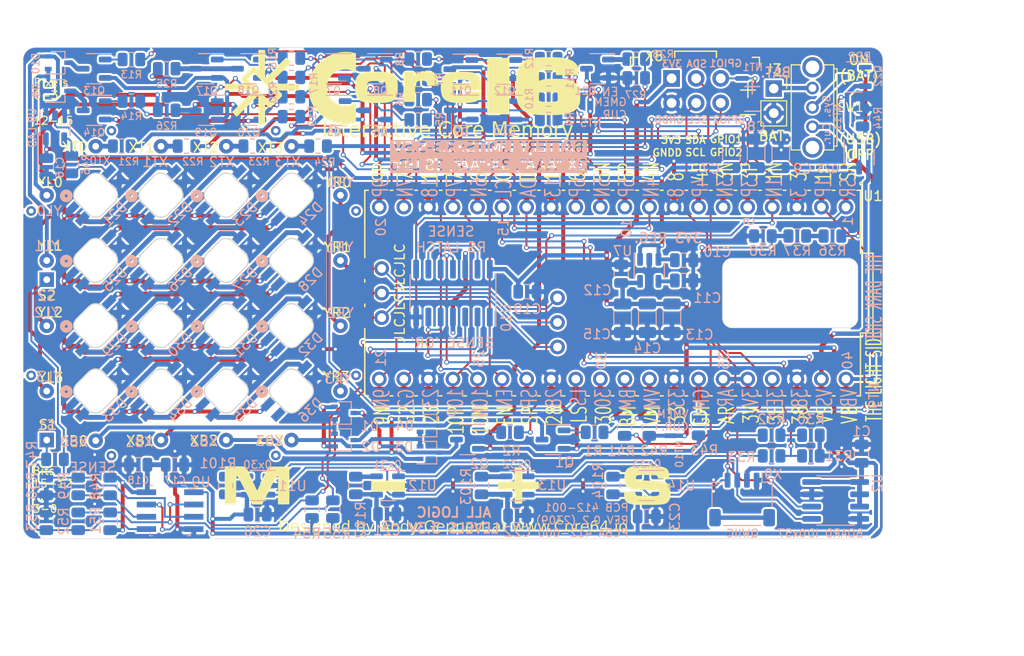
<source format=kicad_pcb>
(kicad_pcb (version 20221018) (generator pcbnew)
  (title_block (title "Core 64 Logic Board - PCB Layout") (date "2023-01-01") (rev "0.7") (company "Andy Geppert - Machine Ideas, LLC"))
  (layers (0 "F.Cu" signal) (31 "B.Cu" signal) (34 "B.Paste" user) (35 "F.Paste" user) (36 "B.SilkS" user "B.Silkscreen") (37 "F.SilkS" user "F.Silkscreen") (38 "B.Mask" user) (39 "F.Mask" user) (44 "Edge.Cuts" user))
  (net 0 "")
  (net 1 "Net-(U7-NC)")
  (net 2 "-BATT")
  (net 3 "/YL3")
  (net 4 "/LED_ARY_5V0_SIG")
  (net 5 "/YL2")
  (net 6 "/CM_SENSE_1_IN")
  (net 7 "Net-(Q1-C)")
  (net 8 "Net-(Q7-C)")
  (net 9 "/CM_Q6N")
  (net 10 "Net-(D21-DOUT)")
  (net 11 "Net-(D22-DOUT)")
  (net 12 "Net-(D23-DOUT)")
  (net 13 "Net-(D24-DOUT)")
  (net 14 "/CM_SENSE_2_IN")
  (net 15 "Net-(D25-DOUT)")
  (net 16 "Net-(D26-DOUT)")
  (net 17 "Net-(D27-DOUT)")
  (net 18 "Net-(D28-DOUT)")
  (net 19 "Net-(D29-DOUT)")
  (net 20 "Net-(D30-DOUT)")
  (net 21 "Net-(D31-DOUT)")
  (net 22 "PICO_VBUS")
  (net 23 "+BATT")
  (net 24 "+VSW")
  (net 25 "Net-(D32-DOUT)")
  (net 26 "3V3")
  (net 27 "/CM_Q7N")
  (net 28 "/CM_Q7P")
  (net 29 "/CM_Q9P")
  (net 30 "Net-(D33-DOUT)")
  (net 31 "Net-(D34-DOUT)")
  (net 32 "Net-(D35-DOUT)")
  (net 33 "/CM_Q9N")
  (net 35 "Net-(Q21-D)")
  (net 36 "Net-(Q1-B)")
  (net 37 "/YL0")
  (net 38 "/YL1")
  (net 39 "/XB1")
  (net 40 "/XB3")
  (net 41 "/XB2")
  (net 42 "GMEM")
  (net 43 "/CM_Q10P")
  (net 44 "/CM_Q10N")
  (net 45 "/I2C_3V3_SCL")
  (net 46 "/I2C_3V3_SDA")
  (net 47 "/ADC0_BUFF")
  (net 48 "/I2C_CLOCK")
  (net 49 "/CM_EN")
  (net 50 "/CM_Q1P")
  (net 51 "/CM_Q1N")
  (net 52 "/CM_Q3P")
  (net 53 "/CM_Q3N")
  (net 54 "/CM_Q5P")
  (net 55 "/CM_Q5N")
  (net 56 "/CM_Q4P")
  (net 57 "/CM_Q4N")
  (net 58 "/CM_Q6P")
  (net 59 "/I2C_DATA")
  (net 60 "Net-(R36-Pad1)")
  (net 61 "/GPIO2_SAO2")
  (net 62 "/ADC0")
  (net 63 "/ADC1")
  (net 64 "/ADC2")
  (net 65 "/CA_SENSE_1_OUT")
  (net 66 "/CA_SENSE_2_OUT")
  (net 67 "/CM_SENSE_PULSE")
  (net 68 "Net-(Q5-C)")
  (net 69 "PICO_3V3OUT")
  (net 70 "Net-(Q5-B)")
  (net 71 "PICO_VSYS")
  (net 72 "Net-(Q19-B)")
  (net 73 "Net-(Q6-B)")
  (net 74 "Net-(Q7-B)")
  (net 75 "/GPIO1_SAO1")
  (net 76 "Net-(U10-Pad1)")
  (net 77 "Net-(U10-Pad12)")
  (net 78 "Net-(U10-Pad13)")
  (net 79 "/XB0")
  (net 80 "5VUSB")
  (net 81 "VMEM")
  (net 82 "/CM_SENSE_RESET")
  (net 83 "/LED_ARY_3V3_SIG")
  (net 84 "unconnected-(X9-PadMP)")
  (net 85 "/XT3")
  (net 86 "/XT2")
  (net 87 "/XT1")
  (net 88 "/XT0")
  (net 89 "Net-(Q19-C)")
  (net 90 "Net-(Q20-B)")
  (net 91 "Net-(Q21-G)")
  (net 92 "Net-(Q22-G)")
  (net 93 "Net-(Q22-D)")
  (net 94 "Net-(U8-Y)")
  (net 95 "Net-(U9B-_)")
  (net 96 "Net-(U9A--)")
  (net 97 "Net-(U11-ALERT)")
  (net 98 "Net-(U12-ALERT)")
  (net 99 "Net-(U13-ALERT)")
  (net 100 "Net-(U14-ALERT)")
  (net 102 "/YL0,2")
  (net 103 "/YL1,3")
  (net 105 "unconnected-(U1-RUN-Pad30)")
  (net 106 "unconnected-(U1-3V3_EN-Pad37)")
  (net 107 "unconnected-(U1-SWCLK-PadD1)")
  (net 108 "unconnected-(U1-GND-PadD2)")
  (net 109 "unconnected-(U1-SWDIO-PadD3)")
  (net 110 "Net-(Q2-B)")
  (net 111 "Net-(Q8-B)")
  (net 112 "Net-(Q2-C)")
  (net 113 "5V0")
  (net 114 "Net-(Q17-B)")
  (net 115 "Net-(Q17-C)")
  (net 116 "Net-(Q18-B)")
  (net 117 "Net-(Q14-C)")
  (net 118 "Net-(Q13-C)")
  (net 119 "Net-(Q13-B)")
  (net 120 "Net-(Q14-B)")
  (net 121 "Net-(Q11-B)")
  (net 122 "Net-(Q11-C)")
  (net 123 "Net-(Q12-B)")
  (net 124 "Net-(Q9-B)")
  (net 125 "Net-(Q10-C)")
  (net 126 "Net-(Q10-B)")
  (footprint "Core_64_KiCad_Library:4960_ADA_REV_RGB_LED_short_pads" (layer "F.Cu") (at 70.5682 194.3906 45)
    (fp_text reference "D33")
    (fp_text value "SK6812" hide)
    (fp_line (start -1.899999 -0.899999) (end -1.899999 0.900001) (stroke (width 0.12)) (layer "Edge.Cuts"))
    (fp_line (start -0.9 -1.9) (end 0.9 -1.9) (stroke (width 0.12)) (layer "Edge.Cuts"))
    (fp_line (start 0.9 1.9) (end -0.899999 1.900001) (stroke (width 0.12)) (layer "Edge.Cuts"))
    (fp_line (start 1.9 -0.9) (end 1.9 0.9) (stroke (width 0.12)) (layer "Edge.Cuts"))
    (fp_arc (start -1.9 -0.9) (mid -1.607107 -1.607107) (end -0.9 -1.9) (stroke (width 0.12)) (layer "Edge.Cuts"))
    (fp_arc (start -0.899999 1.900001) (mid -1.607101 1.607104) (end -1.899999 0.900001) (stroke (width 0.12)) (layer "Edge.Cuts"))
    (fp_arc (start 0.9 -1.9) (mid 1.607107 -1.607107) (end 1.9 -0.9) (stroke (width 0.12)) (layer "Edge.Cuts"))
    (fp_arc (start 1.9 0.9) (mid 1.607107 1.607107) (end 0.9 1.9) (stroke (width 0.12)) (layer "Edge.Cuts"))
  )
  (footprint "Core_64_KiCad_Library:4960_ADA_REV_RGB_LED_short_pads" (layer "F.Cu") (at 77.3182 174.1406 45)
    (fp_text reference "D22")
    (fp_text value "SK6812" hide)
    (fp_line (start -1.899999 -0.899999) (end -1.899999 0.900001) (stroke (width 0.12)) (layer "Edge.Cuts"))
    (fp_line (start -0.9 -1.9) (end 0.9 -1.9) (stroke (width 0.12)) (layer "Edge.Cuts"))
    (fp_line (start 0.9 1.9) (end -0.899999 1.900001) (stroke (width 0.12)) (layer "Edge.Cuts"))
    (fp_line (start 1.9 -0.9) (end 1.9 0.9) (stroke (width 0.12)) (layer "Edge.Cuts"))
    (fp_arc (start -1.9 -0.9) (mid -1.607107 -1.607107) (end -0.9 -1.9) (stroke (width 0.12)) (layer "Edge.Cuts"))
    (fp_arc (start -0.899999 1.900001) (mid -1.607101 1.607104) (end -1.899999 0.900001) (stroke (width 0.12)) (layer "Edge.Cuts"))
    (fp_arc (start 0.9 -1.9) (mid 1.607107 -1.607107) (end 1.9 -0.9) (stroke (width 0.12)) (layer "Edge.Cuts"))
    (fp_arc (start 1.9 0.9) (mid 1.607107 1.607107) (end 0.9 1.9) (stroke (width 0.12)) (layer "Edge.Cuts"))
  )
  (footprint "Core_64_KiCad_Library:Core16_w_core_symbol" (layer "F.Cu") (at 102.0682 162.9656)
    (fp_text reference "L1" hide)
    (fp_text value "Core_64_Logo" hide)
  )
  (footprint "Core_64_KiCad_Library:4960_ADA_REV_RGB_LED_short_pads" (layer "F.Cu") (at 70.5682 180.8906 45)
    (fp_text reference "D25")
    (fp_text value "SK6812" hide)
    (fp_line (start -1.899999 -0.899999) (end -1.899999 0.900001) (stroke (width 0.12)) (layer "Edge.Cuts"))
    (fp_line (start -0.9 -1.9) (end 0.9 -1.9) (stroke (width 0.12)) (layer "Edge.Cuts"))
    (fp_line (start 0.9 1.9) (end -0.899999 1.900001) (stroke (width 0.12)) (layer "Edge.Cuts"))
    (fp_line (start 1.9 -0.9) (end 1.9 0.9) (stroke (width 0.12)) (layer "Edge.Cuts"))
    (fp_arc (start -1.9 -0.9) (mid -1.607107 -1.607107) (end -0.9 -1.9) (stroke (width 0.12)) (layer "Edge.Cuts"))
    (fp_arc (start -0.899999 1.900001) (mid -1.607101 1.607104) (end -1.899999 0.900001) (stroke (width 0.12)) (layer "Edge.Cuts"))
    (fp_arc (start 0.9 -1.9) (mid 1.607107 -1.607107) (end 1.9 -0.9) (stroke (width 0.12)) (layer "Edge.Cuts"))
    (fp_arc (start 1.9 0.9) (mid 1.607107 1.607107) (end 0.9 1.9) (stroke (width 0.12)) (layer "Edge.Cuts"))
  )
  (footprint "Core_64_KiCad_Library:4960_ADA_REV_RGB_LED_short_pads" (layer "F.Cu") (at 84.0682 174.1406 45)
    (fp_text reference "D23")
    (fp_text value "SK6812" hide)
    (fp_line (start -1.899999 -0.899999) (end -1.899999 0.900001) (stroke (width 0.12)) (layer "Edge.Cuts"))
    (fp_line (start -0.9 -1.9) (end 0.9 -1.9) (stroke (width 0.12)) (layer "Edge.Cuts"))
    (fp_line (start 0.9 1.9) (end -0.899999 1.900001) (stroke (width 0.12)) (layer "Edge.Cuts"))
    (fp_line (start 1.9 -0.9) (end 1.9 0.9) (stroke (width 0.12)) (layer "Edge.Cuts"))
    (fp_arc (start -1.9 -0.9) (mid -1.607107 -1.607107) (end -0.9 -1.9) (stroke (width 0.12)) (layer "Edge.Cuts"))
    (fp_arc (start -0.899999 1.900001) (mid -1.607101 1.607104) (end -1.899999 0.900001) (stroke (width 0.12)) (layer "Edge.Cuts"))
    (fp_arc (start 0.9 -1.9) (mid 1.607107 -1.607107) (end 1.9 -0.9) (stroke (width 0.12)) (layer "Edge.Cuts"))
    (fp_arc (start 1.9 0.9) (mid 1.607107 1.607107) (end 0.9 1.9) (stroke (width 0.12)) (layer "Edge.Cuts"))
  )
  (footprint "Core_64_KiCad_Library:core_16_6.75mm_square_front_facing" (layer "F.Cu") (at 80.6982 184.2756)
    (fp_text reference "CM1" hide)
    (fp_text value "Core_Memory_4x4_Matrix_Front_Facing")
  )
  (footprint "Core_64_KiCad_Library:4960_ADA_REV_RGB_LED_short_pads" (layer "F.Cu") (at 70.5682 174.1406 45)
    (fp_text reference "D21")
    (fp_text value "SK6812" hide)
    (fp_line (start -1.899999 -0.899999) (end -1.899999 0.900001) (stroke (width 0.12)) (layer "Edge.Cuts"))
    (fp_line (start -0.9 -1.9) (end 0.9 -1.9) (stroke (width 0.12)) (layer "Edge.Cuts"))
    (fp_line (start 0.9 1.9) (end -0.899999 1.900001) (stroke (width 0.12)) (layer "Edge.Cuts"))
    (fp_line (start 1.9 -0.9) (end 1.9 0.9) (stroke (width 0.12)) (layer "Edge.Cuts"))
    (fp_arc (start -1.9 -0.9) (mid -1.607107 -1.607107) (end -0.9 -1.9) (stroke (width 0.12)) (layer "Edge.Cuts"))
    (fp_arc (start -0.899999 1.900001) (mid -1.607101 1.607104) (end -1.899999 0.900001) (stroke (width 0.12)) (layer "Edge.Cuts"))
    (fp_arc (start 0.9 -1.9) (mid 1.607107 -1.607107) (end 1.9 -0.9) (stroke (width 0.12)) (layer "Edge.Cuts"))
    (fp_arc (start 1.9 0.9) (mid 1.607107 1.607107) (end 0.9 1.9) (stroke (width 0.12)) (layer "Edge.Cuts"))
  )
  (footprint "Core_64_KiCad_Library:4960_ADA_REV_RGB_LED_short_pads" (layer "F.Cu") (at 84.0682 194.3906 45)
    (fp_text reference "D35")
    (fp_text value "SK6812" hide)
    (fp_line (start -1.899999 -0.899999) (end -1.899999 0.900001) (stroke (width 0.12)) (layer "Edge.Cuts"))
    (fp_line (start -0.9 -1.9) (end 0.9 -1.9) (stroke (width 0.12)) (layer "Edge.Cuts"))
    (fp_line (start 0.9 1.9) (end -0.899999 1.900001) (stroke (width 0.12)) (layer "Edge.Cuts"))
    (fp_line (start 1.9 -0.9) (end 1.9 0.9) (stroke (width 0.12)) (layer "Edge.Cuts"))
    (fp_arc (start -1.9 -0.9) (mid -1.607107 -1.607107) (end -0.9 -1.9) (stroke (width 0.12)) (layer "Edge.Cuts"))
    (fp_arc (start -0.899999 1.900001) (mid -1.607101 1.607104) (end -1.899999 0.900001) (stroke (width 0.12)) (layer "Edge.Cuts"))
    (fp_arc (start 0.9 -1.9) (mid 1.607107 -1.607107) (end 1.9 -0.9) (stroke (width 0.12)) (layer "Edge.Cuts"))
    (fp_arc (start 1.9 0.9) (mid 1.607107 1.607107) (end 0.9 1.9) (stroke (width 0.12)) (layer "Edge.Cuts"))
  )
  (footprint "Core_64_KiCad_Library:4960_ADA_REV_RGB_LED_short_pads" (layer "F.Cu") (at 90.8182 174.1406 45)
    (fp_text reference "D24")
    (fp_text value "SK6812" hide)
    (fp_line (start -1.899999 -0.899999) (end -1.899999 0.900001) (stroke (width 0.12)) (layer "Edge.Cuts"))
    (fp_line (start -0.9 -1.9) (end 0.9 -1.9) (stroke (width 0.12)) (layer "Edge.Cuts"))
    (fp_line (start 0.9 1.9) (end -0.899999 1.900001) (stroke (width 0.12)) (layer "Edge.Cuts"))
    (fp_line (start 1.9 -0.9) (end 1.9 0.9) (stroke (width 0.12)) (layer "Edge.Cuts"))
    (fp_arc (start -1.9 -0.9) (mid -1.607107 -1.607107) (end -0.9 -1.9) (stroke (width 0.12)) (layer "Edge.Cuts"))
    (fp_arc (start -0.899999 1.900001) (mid -1.607101 1.607104) (end -1.899999 0.900001) (stroke (width 0.12)) (layer "Edge.Cuts"))
    (fp_arc (start 0.9 -1.9) (mid 1.607107 -1.607107) (end 1.9 -0.9) (stroke (width 0.12)) (layer "Edge.Cuts"))
    (fp_arc (start 1.9 0.9) (mid 1.607107 1.607107) (end 0.9 1.9) (stroke (width 0.12)) (layer "Edge.Cuts"))
  )
  (footprint "Core_64_KiCad_Library:4960_ADA_REV_RGB_LED_short_pads" (layer "F.Cu") (at 84.0682 180.8906 45)
    (fp_text reference "D27")
    (fp_text value "SK6812" hide)
    (fp_line (start -1.899999 -0.899999) (end -1.899999 0.900001) (stroke (width 0.12)) (layer "Edge.Cuts"))
    (fp_line (start -0.9 -1.9) (end 0.9 -1.9) (stroke (width 0.12)) (layer "Edge.Cuts"))
    (fp_line (start 0.9 1.9) (end -0.899999 1.900001) (stroke (width 0.12)) (layer "Edge.Cuts"))
    (fp_line (start 1.9 -0.9) (end 1.9 0.9) (stroke (width 0.12)) (layer "Edge.Cuts"))
    (fp_arc (start -1.9 -0.9) (mid -1.607107 -1.607107) (end -0.9 -1.9) (stroke (width 0.12)) (layer "Edge.Cuts"))
    (fp_arc (start -0.899999 1.900001) (mid -1.607101 1.607104) (end -1.899999 0.900001) (stroke (width 0.12)) (layer "Edge.Cuts"))
    (fp_arc (start 0.9 -1.9) (mid 1.607107 -1.607107) (end 1.9 -0.9) (stroke (width 0.12)) (layer "Edge.Cuts"))
    (fp_arc (start 1.9 0.9) (mid 1.607107 1.607107) (end 0.9 1.9) (stroke (width 0.12)) (layer "Edge.Cuts"))
  )
  (footprint "Core_64_KiCad_Library:Pico_SC0915_THRUHOLE_CUTOUTS" (layer "F.Cu") (at 124.0282 184.2656 -90)
    (fp_text reference "U1")
    (fp_text value "PICO W" hide)
  )
  (footprint "Switch_XKB_SK12D07VG4_SK12D07L4B:SK12D07VG4" (layer "F.Cu") (at 144.6982 165.0656 90)
    (fp_text reference "SW1")
    (fp_text value "SK12D07L4B")
  )
  (footprint "Core_64_KiCad_Library:4960_ADA_REV_RGB_LED_short_pads" (layer "F.Cu") (at 90.8182 180.8906 45)
    (fp_text reference "D28")
    (fp_text value "SK6812" hide)
    (fp_line (start -1.899999 -0.899999) (end -1.899999 0.900001) (stroke (width 0.12)) (layer "Edge.Cuts"))
    (fp_line (start -0.9 -1.9) (end 0.9 -1.9) (stroke (width 0.12)) (layer "Edge.Cuts"))
    (fp_line (start 0.9 1.9) (end -0.899999 1.900001) (stroke (width 0.12)) (layer "Edge.Cuts"))
    (fp_line (start 1.9 -0.9) (end 1.9 0.9) (stroke (width 0.12)) (layer "Edge.Cuts"))
    (fp_arc (start -1.9 -0.9) (mid -1.607107 -1.607107) (end -0.9 -1.9) (stroke (width 0.12)) (layer "Edge.Cuts"))
    (fp_arc (start -0.899999 1.900001) (mid -1.607101 1.607104) (end -1.899999 0.900001) (stroke (width 0.12)) (layer "Edge.Cuts"))
    (fp_arc (start 0.9 -1.9) (mid 1.607107 -1.607107) (end 1.9 -0.9) (stroke (width 0.12)) (layer "Edge.Cuts"))
    (fp_arc (start 1.9 0.9) (mid 1.607107 1.607107) (end 0.9 1.9) (stroke (width 0.12)) (layer "Edge.Cuts"))
  )
  (footprint "Core_64_KiCad_Library:4960_ADA_REV_RGB_LED_short_pads" (layer "F.Cu") (at 77.3182 187.6406 45)
    (fp_text reference "D30")
    (fp_text value "SK6812" hide)
    (fp_line (start -1.899999 -0.899999) (end -1.899999 0.900001) (stroke (width 0.12)) (layer "Edge.Cuts"))
    (fp_line (start -0.9 -1.9) (end 0.9 -1.9) (stroke (width 0.12)) (layer "Edge.Cuts"))
    (fp_line (start 0.9 1.9) (end -0.899999 1.900001) (stroke (width 0.12)) (layer "Edge.Cuts"))
    (fp_line (start 1.9 -0.9) (end 1.9 0.9) (stroke (width 0.12)) (layer "Edge.Cuts"))
    (fp_arc (start -1.9 -0.9) (mid -1.607107 -1.607107) (end -0.9 -1.9) (stroke (width 0.12)) (layer "Edge.Cuts"))
    (fp_arc (start -0.899999 1.900001) (mid -1.607101 1.607104) (end -1.899999 0.900001) (stroke (width 0.12)) (layer "Edge.Cuts"))
    (fp_arc (start 0.9 -1.9) (mid 1.607107 -1.607107) (end 1.9 -0.9) (stroke (width 0.12)) (layer "Edge.Cuts"))
    (fp_arc (start 1.9 0.9) (mid 1.607107 1.607107) (end 0.9 1.9) (stroke (width 0.12)) (layer "Edge.Cuts"))
  )
  (footprint "Connector_PinSocket_2.54mm:PinSocket_1x02_P2.54mm_Vertical" (layer "F.Cu") (at 140.6932 163.1156)
    (fp_text reference "J3")
    (fp_text value "ALT. BATT.")
  )
  (footprint "Core_64_KiCad_Library:Badgelife-SAOv169-BADGE-2x3" (layer "F.Cu") (at 132.6682 163.3356)
    (fp_text reference "X8")
    (fp_text value "SAO_conn_SFH11-NBPC-D03-ST-BK")
  )
  (footprint "Core_64_KiCad_Library:Core64-M_-_+_S_Buttons" (layer "F.Cu") (at 106.550715 204.2656)
    (fp_text reference "L3" hide)
    (fp_text value "Core_64_M-+S_Buttons_4mm" hide)
  )
  (footprint "Core_64_KiCad_Library:4960_ADA_REV_RGB_LED_short_pads" (layer "F.Cu") (at 84.0682 187.6406 45)
    (fp_text reference "D31")
    (fp_text value "SK6812" hide)
    (fp_line (start -1.899999 -0.899999) (end -1.899999 0.900001) (stroke (width 0.12)) (layer "Edge.Cuts"))
    (fp_line (start -0.9 -1.9) (end 0.9 -1.9) (stroke (width 0.12)) (layer "Edge.Cuts"))
    (fp_line (start 0.9 1.9) (end -0.899999 1.900001) (stroke (width 0.12)) (layer "Edge.Cuts"))
    (fp_line (start 1.9 -0.9) (end 1.9 0.9) (stroke (width 0.12)) (layer "Edge.Cuts"))
    (fp_arc (start -1.9 -0.9) (mid -1.607107 -1.607107) (end -0.9 -1.9) (stroke (width 0.12)) (layer "Edge.Cuts"))
    (fp_arc (start -0.899999 1.900001) (mid -1.607101 1.607104) (end -1.899999 0.900001) (stroke (width 0.12)) (layer "Edge.Cuts"))
    (fp_arc (start 0.9 -1.9) (mid 1.607107 -1.607107) (end 1.9 -0.9) (stroke (width 0.12)) (layer "Edge.Cuts"))
    (fp_arc (start 1.9 0.9) (mid 1.607107 1.607107) (end 0.9 1.9) (stroke (width 0.12)) (layer "Edge.Cuts"))
  )
  (footprint "Core_64_KiCad_Library:4960_ADA_REV_RGB_LED_short_pads" (layer "F.Cu") (at 77.3182 194.3906 45)
    (fp_text reference "D34")
    (fp_text value "SK6812" hide)
    (fp_line (start -1.899999 -0.899999) (end -1.899999 0.900001) (stroke (width 0.12)) (layer "Edge.Cuts"))
    (fp_line (start -0.9 -1.9) (end 0.9 -1.9) (stroke (width 0.12)) (layer "Edge.Cuts"))
    (fp_line (start 0.9 1.9) (end -0.899999 1.900001) (stroke (width 0.12)) (layer "Edge.Cuts"))
    (fp_line (start 1.9 -0.9) (end 1.9 0.9) (stroke (width 0.12)) (layer "Edge.Cuts"))
    (fp_arc (start -1.9 -0.9) (mid -1.607107 -1.607107) (end -0.9 -1.9) (stroke (width 0.12)) (layer "Edge.Cuts"))
    (fp_arc (start -0.899999 1.900001) (mid -1.607101 1.607104) (end -1.899999 0.900001) (stroke (width 0.12)) (layer "Edge.Cuts"))
    (fp_arc (start 0.9 -1.9) (mid 1.607107 -1.607107) (end 1.9 -0.9) (stroke (width 0.12)) (layer "Edge.Cuts"))
    (fp_arc (start 1.9 0.9) (mid 1.607107 1.607107) (end 0.9 1.9) (stroke (width 0.12)) (layer "Edge.Cuts"))
  )
  (footprint "Core_64_KiCad_Library:4960_ADA_REV_RGB_LED_short_pads" (layer "F.Cu") (at 77.3182 180.8906 45)
    (fp_text reference "D26")
    (fp_text value "SK6812" hide)
    (fp_line (start -1.899999 -0.899999) (end -1.899999 0.900001) (stroke (width 0.12)) (layer "Edge.Cuts"))
    (fp_line (start -0.9 -1.9) (end 0.9 -1.9) (stroke (width 0.12)) (layer "Edge.Cuts"))
    (fp_line (start 0.9 1.9) (end -0.899999 1.900001) (stroke (width 0.12)) (layer "Edge.Cuts"))
    (fp_line (start 1.9 -0.9) (end 1.9 0.9) (stroke (width 0.12)) (layer "Edge.Cuts"))
    (fp_arc (start -1.9 -0.9) (mid -1.607107 -1.607107) (end -0.9 -1.9) (stroke (width 0.12)) (layer "Edge.Cuts"))
    (fp_arc (start -0.899999 1.900001) (mid -1.607101 1.607104) (end -1.899999 0.900001) (stroke (width 0.12)) (layer "Edge.Cuts"))
    (fp_arc (start 0.9 -1.9) (mid 1.607107 -1.607107) (end 1.9 -0.9) (stroke (width 0.12)) (layer "Edge.Cuts"))
    (fp_arc (start 1.9 0.9) (mid 1.607107 1.607107) (end 0.9 1.9) (stroke (width 0.12)) (layer "Edge.Cuts"))
  )
  (footprint "Core_64_KiCad_Library:4960_ADA_REV_RGB_LED_short_pads" (layer "F.Cu") (at 90.8182 187.6406 45)
    (fp_text reference "D32")
    (fp_text value "SK6812" hide)
    (fp_line (start -1.899999 -0.899999) (end -1.899999 0.900001) (stroke (width 0.12)) (layer "Edge.Cuts"))
    (fp_line (start -0.9 -1.9) (end 0.9 -1.9) (stroke (width 0.12)) (layer "Edge.Cuts"))
    (fp_line (start 0.9 1.9) (end -0.899999 1.900001) (stroke (width 0.12)) (layer "Edge.Cuts"))
    (fp_line (start 1.9 -0.9) (end 1.9 0.9) (stroke (width 0.12)) (layer "Edge.Cuts"))
    (fp_arc (start -1.9 -0.9) (mid -1.607107 -1.607107) (end -0.9 -1.9) (stroke (width 0.12)) (layer "Edge.Cuts"))
    (fp_arc (start -0.899999 1.900001) (mid -1.607101 1.607104) (end -1.899999 0.900001) (stroke (width 0.12)) (layer "Edge.Cuts"))
    (fp_arc (start 0.9 -1.9) (mid 1.607107 -1.607107) (end 1.9 -0.9) (stroke (width 0.12)) (layer "Edge.Cuts"))
    (fp_arc (start 1.9 0.9) (mid 1.607107 1.607107) (end 0.9 1.9) (stroke (width 0.12)) (layer "Edge.Cuts"))
  )
  (footprint "Core_64_KiCad_Library:4960_ADA_REV_RGB_LED_short_pads" (layer "F.Cu") (at 90.8182 194.3906 45)
    (fp_text reference "D36")
    (fp_text value "SK6812" hide)
    (fp_line (start -1.899999 -0.899999) (end -1.899999 0.900001) (stroke (width 0.12)) (layer "Edge.Cuts"))
    (fp_line (start -0.9 -1.9) (end 0.9 -1.9) (stroke (width 0.12)) (layer "Edge.Cuts"))
    (fp_line (start 0.9 1.9) (end -0.899999 1.900001) (stroke (width 0.12)) (layer "Edge.Cuts"))
    (fp_line (start 1.9 -0.9) (end 1.9 0.9) (stroke (width 0.12)) (layer "Edge.Cuts"))
    (fp_arc (start -1.9 -0.9) (mid -1.607107 -1.607107) (end -0.9 -1.9) (stroke (width 0.12)) (layer "Edge.Cuts"))
    (fp_arc (start -0.899999 1.900001) (mid -1.607101 1.607104) (end -1.899999 0.900001) (stroke (width 0.12)) (layer "Edge.Cuts"))
    (fp_arc (start 0.9 -1.9) (mid 1.607107 -1.607107) (end 1.9 -0.9) (stroke (width 0.12)) (layer "Edge.Cuts"))
    (fp_arc (start 1.9 0.9) (mid 1.607107 1.607107) (end 0.9 1.9) (stroke (width 0.12)) (layer "Edge.Cuts"))
  )
  (footprint "Core_64_KiCad_Library:4960_ADA_REV_RGB_LED_short_pads" (layer "F.Cu") (at 70.5682 187.6406 45)
    (fp_text reference "D29")
    (fp_text value "SK6812" hide)
    (fp_line (start -1.899999 -0.899999) (end -1.899999 0.900001) (stroke (width 0.12)) (layer "Edge.Cuts"))
    (fp_line (start -0.9 -1.9) (end 0.9 -1.9) (stroke (width 0.12)) (layer "Edge.Cuts"))
    (fp_line (start 0.9 1.9) (end -0.899999 1.900001) (stroke (width 0.12)) (layer "Edge.Cuts"))
    (fp_line (start 1.9 -0.9) (end 1.9 0.9) (stroke (width 0.12)) (layer "Edge.Cuts"))
    (fp_arc (start -1.9 -0.9) (mid -1.607107 -1.607107) (end -0.9 -1.9) (stroke (width 0.12)) (layer "Edge.Cuts"))
    (fp_arc (start -0.899999 1.900001) (mid -1.607101 1.607104) (end -1.899999 0.900001) (stroke (width 0.12)) (layer "Edge.Cuts"))
    (fp_arc (start 0.9 -1.9) (mid 1.607107 -1.607107) (end 1.9 -0.9) (stroke (width 0.12)) (layer "Edge.Cuts"))
    (fp_arc (start 1.9 0.9) (mid 1.607107 1.607107) (end 0.9 1.9) (stroke (width 0.12)) (layer "Edge.Cuts"))
  )
  (footprint "Package_TO_SOT_SMD:SOT-23-3" (layer "B.Cu") (at 122.4682 161.0656 180)
    (fp_text reference "Q21")
    (fp_text value "NVTR4503NT1G_NMOS_GSD")
  )
  (footprint "Capacitor_SMD:C_0805_2012Metric" (layer "B.Cu") (at 131.4182 182.9656)
    (fp_text reference "C11")
    (fp_text value "0.01uF")
  )
  (footprint "Resistor_SMD:R_0805_2012Metric" (layer "B.Cu") (at 103.9182 164.2656)
    (fp_text reference "R6")
    (fp_text value "470")
  )
  (footprint "Capacitor_SMD:C_1206_3216Metric" (layer "B.Cu") (at 130.1682 186.8656 -90)
    (fp_text reference "C13")
    (fp_text value "220uF")
  )
  (footprint "Capacitor_SMD:C_0805_2012Metric" (layer "B.Cu") (at 114.1682 207.2656)
    (fp_text reference "C22")
    (fp_text value "0.1uF")
  )
  (footprint "Resistor_SMD:R_0805_2012Metric" (layer "B.Cu") (at 74.2682 160.1156)
    (fp_text reference "R13")
    (fp_text value "470")
  )
  (footprint "Package_TO_SOT_SMD:SOT-23-3" (layer "B.Cu") (at 108.3807 165.3656 180)
    (fp_text reference "Q9")
    (fp_text value "MMBT4403LT1G")
  )
  (footprint "Package_TO_SOT_SMD:SOT-323_SC-70" (layer "B.Cu") (at 66.6682 163.3656)
    (fp_text reference "D9")
    (fp_text value "BAT54CW")
  )
  (footprint "Resistor_SMD:R_0805_2012Metric" (layer "B.Cu") (at 90.8182 159.9656)
    (fp_text reference "R18")
    (fp_text value "470")
  )
  (footprint "Package_TO_SOT_SMD:SOT-23-5" (layer "B.Cu") (at 127.550715 204.1656 180)
    (fp_text reference "U14")
    (fp_text value "SI7210-B-04-IV")
  )
  (footprint "Package_TO_SOT_SMD:SOT-323_SC-70" (layer "B.Cu") (at 105.1182 200.7656)
    (fp_text reference "D3")
    (fp_text value "BAT54CW")
  )
  (footprint "Resistor_SMD:R_0805_2012Metric" (layer "B.Cu") (at 117.4182 164.2156)
    (fp_text reference "R10")
    (fp_text value "470")
  )
  (footprint "Package_TO_SOT_SMD:SOT-323_SC-70" (layer "B.Cu") (at 96.2682 196.6656)
    (fp_text reference "D1")
    (fp_text value "BAT54CW")
  )
  (footprint "Resistor_SMD:R_0805_2012Metric" (layer "B.Cu") (at 90.8182 166.0156)
    (fp_text reference "R19")
    (fp_text value "470")
  )
  (footprint "Package_TO_SOT_SMD:SOT-23-3" (layer "B.Cu") (at 109.0182 199.4156 180)
    (fp_text reference "Q2")
    (fp_text value "MMBT4401LT1G")
  )
  (footprint "Resistor_SMD:R_0805_2012Metric" (layer "B.Cu") (at 77.9182 165.3656)
    (fp_text reference "R26")
    (fp_text value "6R8-5%")
  )
  (footprint "Package_TO_SOT_SMD:SOT-23-3" (layer "B.Cu") (at 82.0057 161.0656 180)
    (fp_text reference "Q17")
    (fp_text value "MMBT4403LT1G")
  )
  (footprint "NetTie:NetTie-2_THT_Pad0.3mm" (layer "B.Cu") (at 121.7182 164.2656 -90)
    (fp_text reference "NT5")
    (fp_text value "GMEM_MON")
  )
  (footprint "Resistor_SMD:R_0805_2012Metric" (layer "B.Cu") (at 149.8682 166.1156 90)
    (fp_text reference "R44")
    (fp_text value "10K")
  )
  (footprint "Resistor_SMD:R_0805_2012Metric" (layer "B.Cu") (at 79.9682 169.0656)
    (fp_text reference "R22")
    (fp_text value "6R8-5%")
  )
  (footprint "Capacitor_SMD:C_1206_3216Metric" (layer "B.Cu") (at 136.3182 169.8156 90)
    (fp_text reference "C7")
    (fp_text value "220uF")
  )
  (footprint "Resistor_SMD:R_0805_2012Metric" (layer "B.Cu") (at 86.7682 169.0656)
    (fp_text reference "R23")
    (fp_text value "6R8-5%")
  )
  (footprint "Package_TO_SOT_SMD:SOT-23-3" (layer "B.Cu") (at 70.4182 165.3656 180)
    (fp_text reference "Q14")
    (fp_text value "MMBT4401LT1G")
  )
  (footprint "Package_TO_SOT_SMD:SOT-323_SC-70" (layer "B.Cu") (at 105.1182 197.9656)
    (fp_text reference "D4")
    (fp_text value "BAT54AW")
  )
  (footprint "Capacitor_SMD:C_1206_3216Metric" (layer "B.Cu") (at 127.6182 186.8656 -90)
    (fp_text reference "C14")
    (fp_text value "220uF")
  )
  (footprint "NetTie:NetTie-2_SMD_Pad0.5mm" (layer "B.Cu") (at 150.9682 192.6656 90)
    (fp_text reference "NT9")
    (fp_text value "NetTie_2")
  )
  (footprint "Package_TO_SOT_SMD:SOT-23-3" (layer "B.Cu") (at 149.5182 170.2156 -90)
    (fp_text reference "Q23")
    (fp_text value "SL3401A")
  )
  (footprint "Capacitor_SMD:C_0805_2012Metric" (layer "B.Cu") (at 87.3182 207.1656)
    (fp_text reference "C20")
    (fp_text value "0.1uF")
  )
  (footprint "Capacitor_SMD:C_0805_2012Metric" (layer "B.Cu") (at 131.4182 180.8656)
    (fp_text reference "C10")
    (fp_text value "1uF")
  )
  (footprint "Resistor_SMD:R_0805_2012Metric" (layer "B.Cu") (at 103.9182 166.3656)
    (fp_text reference "R5")
    (fp_text value "470")
  )
  (footprint "Resistor_SMD:R_0805_2012Metric" (layer "B.Cu") (at 126.4682 160.0656 180)
    (fp_text reference "R28")
    (fp_text value "470")
  )
  (footprint "Resistor_SMD:R_0805_2012Metric" (layer "B.Cu") (at 124.0682 204.1656 90)
    (fp_text reference "R104")
    (fp_text value "10K")
  )
  (footprint "Resistor_SMD:R_0805_2012Metric" (layer "B.Cu") (at 140.4682 201.1056)
    (fp_text reference "R33")
    (fp_text value "68")
  )
  (footprint "Resistor_SMD:R_0805_2012Metric" (layer "B.Cu") (at 65.4682 207.8656 90)
    (fp_text reference "R53")
    (fp_text value "1K5-1%")
  )
  (footprint "Resistor_SMD:R_0805_2012Metric" (layer "B.Cu") (at 132.9182 198.0656 -90)
    (fp_text reference "R43")
    (fp_text value "1K2")
  )
  (footprint "Resistor_SMD:R_0805_2012Metric" (layer "B.Cu") (at 68.0682 170.9781 90)
    (fp_text reference "R46")
    (fp_text value "470")
  )
  (footprint "Resistor_SMD:R_0805_2012Metric" (layer "B.Cu") (at 117.4182 160.0156)
    (fp_text reference "R12")
    (fp_text value "470")
  )
  (footprint "Capacitor_SMD:C_0805_2012Metric" (layer "B.Cu") (at 127.5682 207.3656)
    (fp_text reference "C23")
    (fp_text value "0.1uF")
  )
  (footprint "NetTie:NetTie-2_SMD_Pad0.5mm" (layer "B.Cu") (at 137.4182 162.0656)
    (fp_text reference "NT1")
    (fp_text value "NetTie_2")
  )
  (footprint "Capacitor_SMD:C_0805_2012Metric" (layer "B.Cu") (at 74.9682 202.0156 180)
    (fp_text reference "C18")
    (fp_text value "10uF")
  )
  (footprint "Resistor_SMD:R_0805_2012Metric" (layer "B.Cu") (at 103.9182 162.1656)
    (fp_text reference "R7")
    (fp_text value "470")
  )
  (footprint "Resistor_SMD:R_0805_2012Metric" (layer "B.Cu") (at 73.2682 169.0656 180)
    (fp_text reference "R21")
    (fp_text value "6R8-5%")
  )
  (footprint "Resistor_SMD:R_0805_2012Metric" (layer "B.Cu") (at 74.2682 164.4156)
    (fp_text reference "R14")
    (fp_text value "470")
  )
  (footprint "Resistor_SMD:R_0805_2012Metric" (layer "B.Cu") (at 143.1247 178.3656)
    (fp_text reference "R37")
    (fp_text value "10K")
  )
  (footprint "Capacitor_SMD:C_1206_3216Metric" (layer "B.Cu") (at 125.0682 186.8656 -90)
    (fp_text reference "C15")
    (fp_text value "220uF")
  )
  (footprint "Capacitor_SMD:C_0805_2012Metric" (layer "B.Cu") (at 65.4682 171.2656 -90)
    (fp_text reference "C16")
    (fp_text value "0.1uF")
  )
  (footprint "Package_TO_SOT_SMD:SOT-23-3" (layer "B.Cu") (at 86.3682 161.0656 180)
    (fp_text reference "Q18")
    (fp_text value "MMBT4401LT1G")
  )
  (footprint "Core_64_KiCad_Library:SOIC-8_W3.9mm" (layer "B.Cu") (at 78.2682 206.7656 -90)
    (fp_text reference "U9")
    (fp_text value "LM393")
  )
  (footprint "Package_TO_SOT_SMD:SOT-23-5" (layer "B.Cu") (at 127.8182 181.9156 -90)
    (fp_text reference "U7")
    (fp_text value "TLV75533PDBVR")
  )
  (footprint "Resistor_SMD:R_0805_2012Metric" (layer "B.Cu") (at 77.9182 161.0656)
    (fp_text reference "R25")
    (fp_text value "6R8-5%")
  )
  (footprint "Resistor_SMD:R_0805_2012Metric" (layer "B.Cu") (at 65.4682 204.2656 -90)
    (fp_text reference "R50")
    (fp_text value "1K5-1%")
  )
  (footprint "Capacitor_SMD:C_0805_2012Metric" (layer "B.Cu") (at 115.2182 184.1156)
    (fp_text reference "C19")
    (fp_text value "0.1uF")
  )
  (footprint "Package_TO_SOT_SMD:SOT-23-3" (layer "B.Cu") (at 82.0057 165.3656 180)
    (fp_text reference "Q19")
    (fp_text value "MMBT4403LT1G")
  )
  (footprint "Resistor_SMD:R_0805_2012Metric" (layer "B.Cu") (at 146.7682 178.3656)
    (fp_text reference "R36")
    (fp_text value "10K")
  )
  (footprint "Package_TO_SOT_SMD:SOT-23-5" (layer "B.Cu") (at 100.750715 204.1656 180)
    (fp_text reference "U12")
    (fp_text value "SI7210-B-02-IV")
  )
  (footprint "Resistor_SMD:R_0805_2012Metric" (layer "B.Cu") (at 92.94945 206.6156 90)
    (fp_text reference "R54")
    (fp_text value "1K2")
  )
  (footprint "Resistor_SMD:R_0805_2012Metric" (layer "B.Cu") (at 72.0682 207.8656 90)
    (fp_text reference "R51")
    (fp_text value "1K8-1%")
  )
  (footprint "Package_TO_SOT_SMD:SOT-23-3" (layer "B.Cu") (at 99.4807 165.3656 180)
    (fp_text reference "Q6")
    (fp_text value "MMBT4401LT1G")
  )
  (footprint "Package_TO_SOT_SMD:SOT-23-3" (layer "B.Cu") (at 149.0182 161.9156 180)
    (fp_text reference "Q22")
    (fp_text value "SL3401A")
  )
  (footprint "Resistor_SMD:R_0805_2012Metric" (layer "B.Cu") (at 90.8182 163.9656)
    (fp_text reference "R20")
    (fp_text value "470")
  )
  (footprint "Resistor_SMD:R_0805_2012Metric" (layer "B.Cu") (at 139.5687 178.3656 180)
    (fp_text reference "R38")
    (fp_text value "10K")
  )
  (footprint "Resistor_SMD:R_0805_2012Metric" (layer "B.Cu") (at 84.0182 204.1656 90)
    (fp_text reference "R101")
    (fp_text value "10K")
  )
  (footprint "Resistor_SMD:R_0805_2012Metric" (layer "B.Cu") (at 68.7682 207.8656 -90)
    (fp_text reference "R52")
    (fp_text value "11-1%")
  )
  (footprint "Connector_JST:JST_SH_SM04B-SRSS-TB_1x04-1MP_P1.00mm_Horizontal" (layer "B.Cu") (at 137.4182 205.6156 180)
    (fp_text reference "X9")
    (fp_text value "QWIIC")
  )
  (footprint "Resistor_SMD:R_0805_2012Metric" (layer "B.Cu") (at 113.4182 198.6656)
    (fp_text reference "R2")
    (fp_text value "470")
  )
  (footprint "Package_TO_SOT_SMD:SOT-323_SC-70" (layer "B.Cu") (at 96.2682 199.4656)
    (fp_text reference "D2")
    (fp_text value "BAT54AW")
  )
  (footprint "Resistor_SMD:R_0805_2012Metric" (layer "B.Cu") (at 95.09945 206.6156 90)
    (fp_text reference "R55")
    (fp_text value "1K2")
  )
  (footprint "Package_SO:SOIC-14_3.9x8.7mm_P1.27mm" (layer "B.Cu") (at 107.5182 184.2656 90)
    (fp_text reference "U10")
    (fp_text value "SN74HC02DR")
  )
  (footprint "Package_TO_SOT_SMD:SOT-23-5" (layer "B.Cu") (at 66.3682 167.1656 -90)
    (fp_text reference "U8")
    (fp_text value "SN74LV1T125DBVR")
  )
  (footprint "Package_TO_SOT_SMD:SOT-23-3" (layer "B.Cu") (at 108.3307 161.1156 180)
    (fp_text reference "Q11")
    (fp_text value "MMBT4403LT1G")
  )
  (footprint "Package_TO_SOT_SMD:SOT-23-3" (layer "B.Cu") (at 117.8682 199.4156 180)
    (fp_text reference "Q1")
    (fp_text value "MMBT4403LT1G")
  )
  (footprint "Package_SO:SOIC-8_3.9x4.9mm_P1.27mm" (layer "B.Cu") (at 147.0932 205.7106 180)
    (fp_text reference "U2")
    (fp_text value "M24C02-RMN")
  )
  (footprint "Capacitor_SMD:C_0805_2012Metric" (layer "B.Cu") (at 78.7682 202.0156)
    (fp_text reference "C17")
    (fp_text value "0.1uF")
  )
  (footprint "Resistor_SMD:R_0805_2012Metric" (layer "B.Cu") (at 68.7682 204.2656 90)
    (fp_text reference "R49")
    (fp_text value "11-1%")
  )
  (footprint "Capacitor_SMD:C_0805_2012Metric" (layer "B.Cu") (at 100.7182 207.1156)
    (fp_text reference "C21")
    (fp_text value "0.1uF")
  )
  (footprint "Resistor_SMD:R_0805_2012Metric" (layer "B.Cu") (at 144.5322 201.1056 180)
    (fp_text reference "R31")
    (fp_text value "1K2")
  )
  (footprint "Package_TO_SOT_SMD:SOT-23-3" (layer "B.Cu") (at 95.1682 161.0656 180)
    (fp_text reference "Q7")
    (fp_text value "MMBT4403LT1G")
  )
  (footprint "Resistor_SMD:R_0805_2012Metric" (layer "B.Cu") (at 117.42445 162.1156)
    (fp_text reference "R11")
    (fp_text value "470")
  )
  (footprint "Resistor_SMD:R_0805_2012Metric" (layer "B.Cu") (at 90.8182 161.9656)
    (fp_text reference "R17")
    (fp_text value "470")
  )
  (footprint "Resistor_SMD:R_0805_2012Metric" (layer "B.Cu") (at 110.4682 204.1656 90)
    (fp_text reference "R103")
    (fp_text value "10K")
  )
  (footprint "Capacitor_SMD:C_1206_3216Metric" (layer "B.Cu") (at 138.8682 169.8156 90)
    (fp_text reference "C8")
    (fp_text value "220uF")
  )
  (footprint "Resistor_SMD:R_0805_2012Metric" (layer "B.Cu") (at 126.4682 162.0156)
    (fp_text reference "R27")
    (fp_text value "10K")
  )
  (footprint "Capacitor_SMD:C_0805_2012Metric" (layer "B.Cu") (at 149.7682 200.8656 90)
    (fp_text reference "C1")
    (fp_text value "0.1uF")
  )
  (footprint "Resistor_SMD:R_0805_2012Metric" (layer "B.Cu") (at 66.3682 201.4656)
    (fp_text reference "R47")
    (fp_text value "1K5-1%")
  )
  (footprint "Capacitor_SMD:C_1206_3216Metric" (layer "B.Cu") (at 141.4182 169.8156 90)
    (fp_text reference "C9")
    (fp_text value "220uF")
  )
  (footprint "Resistor_SMD:R_0805_2012Metric" (layer "B.Cu") (at 125.2682 198.1156 -90)
    (fp_text reference "R41")
    (fp_text value "1K2")
  )
  (footprint "Package_TO_SOT_SMD:SOT-23-3" (layer "B.Cu") (at 99.4807 161.0656 180)
    (fp_text reference "Q8")
    (fp_text value "MMBT4401LT1G")
  )
  (footprint "Package_TO_SOT_SMD:SOT-23-5" (layer "B.Cu") (at 114.150715 204.1656 180)
    (fp_text reference "U13")
    (fp_text value "SI7210-B-03-IV")
  )
  (footprint "Package_TO_SOT_SMD:SOT-23-3" (layer "B.Cu") (at 95.2307 165.3656 180)
    (fp_text reference "Q5")
    (fp_text value "MMBT4403LT1G")
  )
  (footprint "Resistor_SMD:R_0805_2012Metric" (layer "B.Cu") (at 144.5322 198.9656 180)
    (fp_text reference "R30")
    (fp_text value "1K2")
  )
  (footprint "Package_TO_SOT_SMD:SOT-23-5" (layer "B.Cu") (at 87.350715 204.1656 180)
    (fp_text reference "U11")
    (fp_text value "SI7210-B-00-IV")
  )
  (footprint "Resistor_SMD:R_0805_2012Metric" (layer "B.Cu") (at 72.0682 204.2656 -90)
    (fp_text reference "R48")
    (fp_text value "1K8-1%")
  )
  (footprint "Package_TO_SOT_SMD:SOT-23-3" (layer "B.Cu") (at 112.8807 165.3656 180)
    (fp_text reference "Q10")
    (fp_text value "MMBT4401LT1G")
  )
  (footprint "Resistor_SMD:R_0805_2012Metric" (layer "B.Cu") (at 127.8182 198.1156 -90)
    (fp_text reference "R42")
    (fp_text value "1K2")
  )
  (footprint "NetTie:NetTie-2_SMD_Pad0.5mm" (layer "B.Cu") (at 130.0182 199.0156 180)
    (fp_text reference "NT10")
    (fp_text value "CM_CUR_MON")
  )
  (footprint "Resistor_SMD:R_0805_2012Metric" (layer "B.Cu") (at 122.1682 198.6656)
    (fp_text reference "R1")
    (fp_text value "470")
  )
  (footprint "Resistor_SMD:R_0805_2012Metric" (layer "B.Cu") (at 140.4682 198.9656 180)
    (fp_text reference "R32")
    (fp_text value "68")
  )
  (footprint "Package_TO_SOT_SMD:SOT-23-3" (layer "B.Cu") (at 86.4057 165.3656 180)
    (fp_text reference "Q20")
    (fp_text value "MMBT4401LT1G")
  )
  (footprint "NetTie:NetTie-2_SMD_Pad0.5mm" (layer "B.Cu") (at 148.2682 166.1156 -90)
    (fp_text reference "NT11")
    (fp_text value "NetTie_2")
  )
  (footprint "Package_TO_SOT_SMD:SOT-23-3" (layer "B.Cu") (at 112.8682 161.1156 180)
    (fp_text reference "Q12")
    (fp_text value "MMBT4401LT1G")
  )
  (footprint "Resistor_SMD:R_0805_2012Metric" (layer "B.Cu") (at 97.4682 204.1656 90)
    (fp_text reference "R102")
    (fp_text value "10K")
  )
  (footprint "Package_TO_SOT_SMD:SOT-23-3" (layer "B.Cu") (at 70.4182 161.0656 180)
    (fp_text reference "Q13")
    (fp_text value "MMBT4403LT1G")
  )
  (footprint "Resistor_SMD:R_0805_2012Metric" (layer "B.Cu") (at 117.4182 166.3156)
    (fp_text reference "R9")
    (fp_text value "470")
  )
  (footprint "Resistor_SMD:R_0805_2012Metric" (layer "B.Cu") (at 103.9182 160.0656)
    (fp_text reference "R8")
    (fp_text value "470")
  )
  (footprint "Resistor_SMD:R_0805_2012Metric" (layer "B.Cu") (at 93.5682 169.0656)
    (fp_text reference "R24")
    (fp_text value "6R8-5%")
  )
  (footprint "Package_TO_SOT_SMD:SOT-323_SC-70" (layer "B.Cu") (at 66.6682 160.4446)
    (fp_text reference "D10")
    (fp_text value "BAT54AW")
  )
  (footprint "Capacitor_SMD:C_0805_2012Metric" (layer "B.Cu") (at 124.9182 182.2656 90)
    (fp_text reference "C12")
    (fp_text value "1uF")
  )
  (gr_arc (start 63.0682 160.1356) (mid 63.440174 159.237574) (end 64.3382 158.8656) (stroke (width 0.05)) (layer "Edge.Cuts"))
  (gr_arc (start 150.6982 158.8656) (mid 151.596234 159.237567) (end 151.9682 160.1356) (stroke (width 0.05)) (layer "Edge.Cuts"))
  (gr_line (start 151.9682 160.1356) (end 151.9682 208.3956) (stroke (width 0.05)) (layer "Edge.Cuts"))
  (gr_arc (start 136.391093 187.860493) (mid 135.683986 187.5676) (end 135.391093 186.860493) (stroke (width 0.05)) (layer "Edge.Cuts"))
  (gr_arc (start 148.391093 180.660493) (mid 149.0982 180.953386) (end 149.391093 181.660493) (stroke (width 0.05)) (layer "Edge.Cuts"))
  (gr_line (start 63.0682 208.3956) (end 63.0682 160.1356) (stroke (width 0.05)) (layer "Edge.Cuts"))
  (gr_arc (start 149.391093 186.860493) (mid 149.0982 187.5676) (end 148.391093 187.860493) (stroke (width 0.05)) (layer "Edge.Cuts"))
  (gr_line (start 150.6982 209.6656) (end 64.3382 209.6656) (stroke (width 0.05)) (layer "Edge.Cuts"))
  (gr_line (start 64.3382 158.8656) (end 150.6982 158.8656) (stroke (width 0.05)) (layer "Edge.Cuts"))
  (gr_line (start 136.391093 180.660493) (end 148.391093 180.660493) (stroke (width 0.05)) (layer "Edge.Cuts"))
  (gr_line (start 148.391093 187.860493) (end 136.391093 187.860493) (stroke (width 0.05)) (layer "Edge.Cuts"))
  (gr_line (start 149.391093 181.660493) (end 149.391093 186.860493) (stroke (width 0.05)) (layer "Edge.Cuts"))
  (gr_arc (start 151.9682 208.3956) (mid 151.596226 209.293626) (end 150.6982 209.6656) (stroke (width 0.05)) (layer "Edge.Cuts"))
  (gr_line (start 135.391093 186.860493) (end 135.391093 181.660493) (stroke (width 0.05)) (layer "Edge.Cuts"))
  (gr_arc (start 64.3382 209.6656) (mid 63.440167 209.293633) (end 63.0682 208.3956) (stroke (width 0.05)) (layer "Edge.Cuts"))
  (gr_arc (start 135.391093 181.660493) (mid 135.683986 180.953386) (end 136.391093 180.660493) (stroke (width 0.05)) (layer "Edge.Cuts"))
  (gr_text "EN" (at 124.7182 163.4656) (layer "B.SilkS") (effects (font (size 0.889 0.889) (thickness 0.127)) (justify left mirror)))
  (gr_text "Sys. Cur." (at 146.1682 163.7156 90) (layer "B.SilkS") (effects (font (size 0.762 0.762) (thickness 0.127) bold) (justify left mirror)))
  (gr_text "0x32" (at 114.1182 201.9656) (layer "B.SilkS") (effects (font (size 0.8128 0.8128) (thickness 0.127) bold) (justify mirror)))
  (gr_text "0x33" (at 127.5682 201.9156) (layer "B.SilkS") (effects (font (size 0.8128 0.8128) (thickness 0.127) bold) (justify mirror)))
  (gr_text "LAD" (at 64.0182 168.1656 90) (layer "B.SilkS") (effects (font (size 0.8128 0.8128) (thickness 0.127) bold) (justify mirror)))
  (gr_text "20" (at 100.0682 177.4506 90) (layer "B.SilkS") (effects (font (size 1 1)) (justify mirror)))
  (gr_text "BOARD ID" (at 147.0682 209.1156) (layer "B.SilkS") (effects (font (size 0.8128 0.8128) (thickness 0.127) bold) (justify mirror)))
  (gr_text "21" (at 100.0682 190.9506 90) (layer "B.SilkS") (effects (font (size 1 1)) (justify mirror)))
  (gr_text "ALL LOGIC\nLEVELS 3.3V" (at 107.6182 207.7656) (layer "B.SilkS") (effects (font (size 1.016 1.016) (thickness 0.2032) bold) (justify mirror)))
  (gr_text "1" (at 148.3682 176.8506 90) (layer "B.SilkS") (effects (font (size 1 1)) (justify mirror)))
  (gr_text "-" (at 138.4682 165.6156 180) (layer "B.SilkS") (effects (font (size 2 2)) (justify mirror)))
  (gr_text "VMEM\nCUR." (at 131.9682 197.4156) (layer "B.SilkS") (effects (font (size 0.8128 0.8128) (thickness 0.127) bold) (justify left mirror)))
  (gr_text "25" (at 110.2182 191.0506 90) (layer "B.SilkS") (effects (font (size 1 1)) (justify mirror)))
  (gr_text "SENSE\nRS LATCH" (at 107.3182 178.7156) (layer "B.SilkS") (effects (font (size 1.016 1.016) (thickness 0.1524)) (justify mirror)))
  (gr_text "9N\nG2\n23\n10P\n10N\nEN\nSP\n28\nLS\n30\nBM\nVM\n33\nGM\nAR\n3V\n3E\n38\nVS\nVB" (at 124.3182 194.0656 90) (layer "B.SilkS") (effects (font (size 1.57988 1.016) (thickness 0.1524)) (justify left mirror)))
  (gr_text "BAT." (at 140.9182 161.4656) (layer "B.SilkS") (effects (font (size 1.016 1.016) (thickness 0.1778)) (justify mirror)))
  (gr_text "SENSE" (at 70.2682 202.3156) (layer "B.SilkS") (effects (font (size 1.016 1.016) (thickness 0.1524)) (justify mirror)))
  (gr_text "15" (at 112.7552 177.4506 90) (layer "B.SilkS") (effects (font (size 1 1)) (justify mirror)))
  (gr_text "0x30" (at 87.3182 202.0156) (layer "B.SilkS") (effects (font (size 0.8128 0.8128) (thickness 0.127) bold) (justify mirror)))
  (gr_text "35" (at 135.5682 191.2506 90) (layer "B.SilkS") (effects (font (size 1 1)) (justify mirror)))
  (gr_text "0x57" (at 142.5682 209.1156) (layer "B.SilkS") (effects (font (size 0.8128 0.8128) (thickness 0.127) bold) (justify mirror)))
  (gr_text "THE DARK SIDE" (at 151.0682 180.0656 90) (layer "B.SilkS") (effects (font (size 1.58 0.8) (thickness 0.16)) (justify left mirror)))
  (gr_text "PCB 412-001\nREV 0.2 (2309)\nPCBA 412-000\n" (at 125.7682 207.7656) (layer "B.SilkS") (effects (font (size 0.8128 0.8128) (thickness 0.127)) (justify left mirror)))
  (gr_text "+" (at 138.4682 163.0656 180) (layer "B.SilkS") (effects (font (size 2 2)) (justify mirror)))
  (gr_text "SENSE 'OR'" (at 107.4182 189.4156) (layer "B.SilkS") (effects (font (size 1.016 1.016) (thickness 0.1524)) (justify mirror)))
  (gr_text "QWIIC" (at 137.4682 209.1156) (layer "B.SilkS") (effects (font (size 0.8128 0.8128) (thickness 0.127) bold) (justify mirror)))
  (gr_text "RPP" (at 149.5682 159.8156) (layer "B.SilkS") (effects (font (size 0.8128 0.8128) (thickness 0.127) bold) (justify mirror)))
  (gr_text "3V3 REG." (at 129.7682 178.5656) (layer "B.SilkS") (effects (font (size 1.016 1.016) (thickness 0.1778) bold) (justify mirror)))
  (gr_text "9P\n7N\n18\n7P\n6N\nCL\nDA\n13\n6P\n5N\n5P\n4N\n8\n4P\n3N\n3P\n1N\n3\n1P\nSR" (at 124.2182 174.4656 90) (layer "B.SilkS") (effects (font (size 1.57988 1.016) (thickness 0.1524)) (justify right mirror)))
  (gr_text "40" (at 148.3182 191.2156 90) (layer "B.SilkS") (effects (font (size 1 1)) (justify mirror)))
  (gr_text "10" (at 125.4682 177.5506 90) (layer "B.SilkS") (effects (font (size 1 1)) (justify mirror)))
  (gr_text "30" (at 122.8682 191.2506 90) (layer "B.SilkS") (effects (font (size 1 1)) (justify mirror)))
  (gr_text "GMEM\nCUR." (at 125.5682 165.1656) (layer "B.SilkS") (effects (font (size 0.8128 0.8128) (thickness 0.127) bold) (justify left mirror)))
  (gr_text "0x31" (at 100.7182 202.0156) (layer "B.SilkS") (effects (font (size 0.8128 0.8128) (thickness 0.127) bold) (justify mirror)))
  (gr_text "BATTERY LIMITS: 3.3-5.5V\n3X “AAA”, 3X “AA”, 1S LiPo" (at 111.2182 170.1656) (layer "B.SilkS" knockout) (effects (font (size 1.1 1.1) (thickness 0.127)) (justify mirror)))
  (gr_text "5" (at 138.1682 176.8506 90) (layer "B.SilkS") (effects (font (size 1 1)) (justify mirror)))
  (gr_text "ON\n(BAT)" (at 149.5182 160.9656) (layer "F.SilkS") (effects (font (size 1.016 1.016) (thickness 0.1778))))
  (gr_text "(USB)\nOFF" (at 149.6182 169.1656) (layer "F.SilkS") (effects (font (size 1.016 1.016) (thickness 0.1778) bold)))
  (gr_text "9P\n7N\n18\n7P\n6N\nCL\nDA\n13\n6P\n5N\n5P\n4N\n8\n4P\n3N\n3P\n1N\n3\n1P\nSR" (at 124.2182 172.8156 90) (layer "F.SilkS") (effects (font (size 1.57988 1.016) (thickness 0.1524)) (justify left)))
  (gr_text "-" (at 138.0182 165.6656) (layer "F.SilkS") (effects (font (size 2 2))))
  (gr_text "Designed by Andy Geppert at www.Core64.io" (at 107.5182 208.4656) (layer "F.SilkS") (effects (font (size 1.143 1.143) (thickness 0.1524))))
  (gr_text "Pixels\n0-3\n...\n12-15" (at 64.0682 164.4656) (layer "F.SilkS") (effects (font (size 0.8128 0.8128) (thickness 0.127) bold) (justify left)))
  (gr_text "THE LIGHT SIDE" (at 151.0682 197.6656 90) (layer "F.SilkS") (effects (font (size 1.58 0.8) (thickness 0.16)) (justify left)))
  (gr_text "BAT." (at 140.7182 168.0156) (layer "F.SilkS") (effects (font (size 1.016 1.016) (thickness 0.1778))))
  (gr_text "JLCJLCJLCJLC" (at 102.0182 184.2656 90) (layer "F.SilkS") (effects (font (size 1 1))))
  (gr_text "9N\nG2\n23\n10P\n10N\nEN\nSP\n28\nLS\n30\nBM\nVM\n33\nGM\nAR\n3V\n3E\n38\nVS\nVB" (at 124.3682 195.8156 90) (layer "F.SilkS") (effects (font (size 1.57988 1.016) (thickness 0.1524)) (justify right)))
  (gr_text "+" (at 138.0182 163.1156) (layer "F.SilkS") (effects (font (size 2 2))))
  (gr_text "Bits\n15-12\n...\n3-0" (at 63.9682 204.6156) (layer "F.SilkS") (effects (font (size 0.8128 0.8128) (thickness 0.127) bold) (justify left)))
  (gr_text "Interactive Core Memory" (at 106.9682 167.4656) (layer "F.SilkS") (effects (font (size 1.6 1.5) (thickness 0.1524))))
  (segment (start 128.7682 183.0531) (end 130.3807 183.0531) (width 0.4064) (layer "B.Cu") (net 1))
  (segment (start 130.3807 183.0531) (end 130.4682 182.9656) (width 0.2032) (layer "B.Cu") (net 1))
  (segment (start 94.1182 190.0656) (end 95.3682 190.0656) (width 0.4064) (layer "F.Cu") (net 2))
  (segment (start 143.0782 193.1556) (end 143.0782 194.7557) (width 0.4572) (layer "F.Cu") (net 2))
  (segment (start 130.3782 193.1556) (end 130.3782 194.7557) (width 0.4572) (layer "F.Cu") (net 2))
  (segment (start 134.4682 204.7656) (end 134.4682 203.5656) (width 0.4064) (layer "F.Cu") (net 2))
  (segment (start 79.0182 205.2656) (end 78.7762 205.0236) (width 0.4064) (layer "F.Cu") (net 2))
  (segment (start 70.4682 200.9656) (end 70.4682 206.0656) (width 0.508) (layer "F.Cu") (net 2))
  (segment (start 120.9682 204.7656) (end 120.9682 203.5656) (width 0.4064) (layer "F.Cu") (net 2))
  (segment (start 143.0782 173.7755) (end 143.0782 171.0756) (width 0.508) (layer "F.Cu") (net 2))
  (segment (start 117.6782 175.3756) (end 117.6782 173.7755) (width 0.508) (layer "F.Cu") (net 2))
  (segment (start 94.1182 171.4656) (end 95.3682 171.4656) (width 0.4064) (layer "F.Cu") (net 2))
  (segment (start 104.9782 193.1556) (end 104.9782 194.7557) (width 0.4572) (layer "F.Cu") (net 2))
  (segment (start 130.3682 170.6156) (end 130.3782 170.6256) (width 0.4064) (layer "F.Cu") (net 2))
  (segment (start 78.7762 205.0236) (end 78.7762 200.6236) (width 0.4064) (layer "F.Cu") (net 2))
  (segment (start 104.9782 175.3756) (end 104.9782 173.7755) (width 0.508) (layer "F.Cu") (net 2))
  (segment (start 78.7762 200.6236) (end 78.7682 200.6156) (width 0.4064) (layer "F.Cu") (net 2))
  (segment (start 143.0782 175.3756) (end 143.0782 173.7755) (width 0.508) (layer "F.Cu") (net 2))
  (segment (start 130.3782 170.6256) (end 130.3782 173.7755) (width 0.4064) (layer "F.Cu") (net 2))
  (segment (start 79.0182 208.7171) (end 79.0182 205.2656) (width 0.4064) (layer "F.Cu") (net 2))
  (segment (start 130.3782 175.3756) (end 130.3782 173.7755) (width 0.508) (layer "F.Cu") (net 2))
  (segment (start 117.6782 193.1556) (end 117.6782 194.7557) (width 0.4572) (layer "F.Cu") (net 2))
  (segment (start 143.0782 171.0756) (end 141.4682 169.4656) (width 0.508) (layer "F.Cu") (net 2))
  (segment (start 107.5182 204.7656) (end 107.5182 203.5656) (width 0.4064) (layer "F.Cu") (net 2))
  (segment (start 147.7182 200.2656) (end 147.7182 202.2156) (width 0.4064) (layer "F.Cu") (net 2))
  (via (at 141.4682 169.4656) (size 0.508) (drill 0.3048) (layers "F.Cu" "B.Cu") (net 2))
  (via (at 107.5182 204.7656) (size 0.508) (drill 0.3048) (layers "F.Cu" "B.Cu") (net 2))
  (via (at 94.1182 171.4656) (size 0.508) (drill 0.3048) (layers "F.Cu" "B.Cu") (net 2))
  (via (at 147.7182 200.2656) (size 0.508) (drill 0.3048) (layers "F.Cu" "B.Cu") (net 2))
  (via (at 94.1182 190.0656) (size 0.508) (drill 0.3048) (layers "F.Cu" "B.Cu") (net 2))
  (via (at 78.7682 200.6156) (size 0.508) (drill 0.3048) (layers "F.Cu" "B.Cu") (net 2))
  (via (at 107.5182 203.5656) (size 0.508) (drill 0.3048) (layers "F.Cu" "B.Cu") (net 2))
  (via (at 70.4682 200.9656) (size 0.508) (drill 0.3048) (layers "F.Cu" "B.Cu") (net 2))
  (via (at 79.0182 208.7171) (size 0.508) (drill 0.3048) (layers "F.Cu" "B.Cu") (net 2))
  (via (at 147.7182 202.2156) (size 0.508) (drill 0.3048) (layers "F.Cu" "B.Cu") (net 2))
  (via (at 120.9682 203.5656) (size 0.508) (drill 0.3048) (layers "F.Cu" "B.Cu") (net 2))
  (via (at 95.3682 171.4656) (size 0.508) (drill 0.3048) (layers "F.Cu" "B.Cu") (net 2))
  (via (at 95.3682 190.0656) (size 0.508) (drill 0.3048) (layers "F.Cu" "B.Cu") (net 2))
  (via (at 120.9682 204.7656) (size 0.508) (drill 0.3048) (layers "F.Cu" "B.Cu") (net 2))
  (via (at 70.4682 206.0656) (size 0.508) (drill 0.3048) (layers "F.Cu" "B.Cu") (net 2))
  (via (at 134.4682 203.5656) (size 0.508) (drill 0.3048) (layers "F.Cu" "B.Cu") (net 2))
  (via (at 130.3682 170.6156) (size 0.508) (drill 0.3048) (layers "F.Cu" "B.Cu") (net 2))
  (via (at 134.4682 204.7656) (size 0.508) (drill 0.3048) (layers "F.Cu" "B.Cu") (net 2))
  (segment (start 123.5182 162.0156) (end 125.5557 162.0156) (width 0.508) (layer "B.Cu") (net 2))
  (segment (start 141.4682 169.4656) (end 141.4682 168.3906) (width 0.508) (layer "B.Cu") (net 2))
  (segment (start 141.4682 168.3906) (end 141.4182 168.3406) (width 0.508) (layer "B.Cu") (net 2))
  (segment (start 132.3682 180.8656) (end 132.3682 182.9656) (width 0.4064) (layer "B.Cu") (net 2))
  (segment (start 63.7682 177.4156) (end 63.7682 188.104549) (width 0.4064) (layer "F.Cu") (net 3))
  (segment (start 64.9182 176.2656) (end 63.7682 177.4156) (width 0.4064) (layer "F.Cu") (net 3))
  (segment (start 64.8182 193.7031) (end 65.5057 194.3906) (width 0.4064) (layer "F.Cu") (net 3))
  (segment (start 76.9682 163.7656) (end 67.6682 163.7656) (width 0.4064) (layer "F.Cu") (net 3))
  (segment (start 64.9182 175.2656) (end 64.9182 176.2656) (width 0.4064) (layer "F.Cu") (net 3))
  (segment (start 67.6682 163.7656) (end 63.7682 167.6656) (width 0.4064) (layer "F.Cu") (net 3))
  (segment (start 63.7682 188.104549) (end 64.8182 189.154549) (width 0.4064) (layer "F.Cu") (net 3))
  (segment (start 63.7682 174.1156) (end 64.9182 175.2656) (width 0.4064) (layer "F.Cu") (net 3))
  (segment (start 63.7682 167.6656) (end 63.7682 174.1156) (width 0.4064) (layer "F.Cu") (net 3))
  (segment (start 64.8182 189.154549) (end 64.8182 193.7031) (width 0.4064) (layer "F.Cu") (net 3))
  (via (at 76.9682 163.7656) (size 0.508) (drill 0.3048) (layers "F.Cu" "B.Cu") (net 3))
  (segment (start 76.9682 163.7656) (end 76.9682 165.3281) (width 0.4064) (layer "B.Cu") (net 3))
  (segment (start 68.9182 171.2156) (end 71.181421 171.2156) (width 0.2032) (layer "B.Cu") (net 4))
  (segment (start 68.2432 171.8906) (end 68.9182 171.2156) (width 0.2032) (layer "B.Cu") (net 4))
  (segment (start 71.181421 171.2156) (end 71.807475 171.841654) (width 0.2032) (layer "B.Cu") (net 4))
  (segment (start 68.0682 171.8906) (end 68.2432 171.8906) (width 0.2032) (layer "B.Cu") (net 4))
  (segment (start 64.3682 186.5031) (end 65.5057 187.6406) (width 0.4064) (layer "F.Cu") (net 5))
  (segment (start 64.3682 177.7656) (end 64.3682 186.5031) (width 0.4064) (layer "F.Cu") (net 5))
  (segment (start 67.8682 164.7656) (end 64.8682 167.7656) (width 0.4064) (layer "F.Cu") (net 5))
  (segment (start 78.1807 164.1656) (end 77.5807 164.7656) (width 0.4064) (layer "F.Cu") (net 5))
  (segment (start 66.7182 173.3856) (end 66.7182 175.4156) (width 0.4064) (layer "F.Cu") (net 5))
  (segment (start 78.1807 162.6781) (end 78.1807 164.1656) (width 0.4064) (layer "F.Cu") (net 5))
  (segment (start 66.7182 175.4156) (end 64.3682 177.7656) (width 0.4064) (layer "F.Cu") (net 5))
  (segment (start 64.8682 171.5356) (end 66.7182 173.3856) (width 0.4064) (layer "F.Cu") (net 5))
  (segment (start 77.3682 161.8656) (end 78.1807 162.6781) (width 0.4064) (layer "F.Cu") (net 5))
  (segment (start 76.4182 161.8656) (end 77.3682 161.8656) (width 0.4064) (layer "F.Cu") (net 5))
  (segment (start 64.8682 167.7656) (end 64.8682 171.5356) (width 0.4064) (layer "F.Cu") (net 5))
  (segment (start 77.5807 164.7656) (end 67.8682 164.7656) (width 0.4064) (layer "F.Cu") (net 5))
  (via (at 76.4182 161.8656) (size 0.508) (drill 0.3048) (layers "F.Cu" "B.Cu") (net 5))
  (segment (start 77.0057 161.2781) (end 77.0057 161.0656) (width 0.4064) (layer "B.Cu") (net 5))
  (segment (start 76.4182 161.8656) (end 77.0057 161.2781) (width 0.4064) (layer "B.Cu") (net 5))
  (segment (start 64.5807 208.7781) (end 63.8682 208.0656) (width 0.2032) (layer "B.Cu") (net 6))
  (segment (start 65.4682 208.7781) (end 68.7682 208.7781) (width 0.2032) (layer "B.Cu") (net 6))
  (segment (start 68.7682 208.7781) (end 70.2057 208.7781) (width 0.2032) (layer "B.Cu") (net 6))
  (segment (start 70.2057 208.7781) (end 71.1182 207.8656) (width 0.2032) (layer "B.Cu") (net 6))
  (segment (start 73.9732 208.6706) (end 75.8182 208.6706) (width 0.2032) (layer "B.Cu") (net 6))
  (segment (start 63.8682 208.0656) (end 63.8682 202.1656) (width 0.2032) (layer "B.Cu") (net 6))
  (segment (start 65.5107 201.4106) (end 65.4557 201.4656) (width 0.508) (layer "B.Cu") (net 6))
  (segment (start 73.1682 207.8656) (end 73.9732 208.6706) (width 0.2032) (layer "B.Cu") (net 6))
  (segment (start 65.5107 199.4631) (end 65.5107 201.4106) (width 0.2032) (layer "B.Cu") (net 6))
  (segment (start 63.8682 202.1656) (end 64.5682 201.4656) (width 0.2032) (layer "B.Cu") (net 6))
  (segment (start 71.1182 207.8656) (end 73.1682 207.8656) (width 0.2032) (layer "B.Cu") (net 6))
  (segment (start 64.5682 201.4656) (end 65.4557 201.4656) (width 0.2032) (layer "B.Cu") (net 6))
  (segment (start 65.4682 208.7781) (end 64.5807 208.7781) (width 0.2032) (layer "B.Cu") (net 6))
  (segment (start 99.3682 197.9656) (end 97.8682 199.4656) (width 0.4064) (layer "B.Cu") (net 7))
  (segment (start 106.1182 197.9656) (end 106.6682 197.9656) (width 0.4064) (layer "B.Cu") (net 7))
  (segment (start 97.8682 199.4656) (end 97.2682 199.4656) (width 0.4064) (layer "B.Cu") (net 7))
  (segment (start 106.6682 197.9656) (end 107.2182 197.4156) (width 0.4064) (layer "B.Cu") (net 7))
  (segment (start 116.7307 197.8281) (end 116.7307 199.4156) (width 0.4064) (layer "B.Cu") (net 7))
  (segment (start 106.1182 197.9656) (end 99.3682 197.9656) (width 0.4064) (layer "B.Cu") (net 7))
  (segment (start 107.2182 197.4156) (end 116.3182 197.4156) (width 0.4064) (layer "B.Cu") (net 7))
  (segment (start 116.3182 197.4156) (end 116.7307 197.8281) (width 0.4064) (layer "B.Cu") (net 7))
  (segment (start 89.11695 166.2731) (end 87.52445 167.8656) (width 0.4064) (layer "F.Cu") (net 8))
  (segment (start 92.82445 166.256743) (end 92.808093 166.2731) (width 0.4064) (layer "F.Cu") (net 8))
  (segment (start 92.808093 166.2731) (end 89.11695 166.2731) (width 0.4064) (layer "F.Cu") (net 8))
  (segment (start 83.42445 167.8656) (end 82.22445 169.0656) (width 0.4064) (layer "F.Cu") (net 8))
  (segment (start 87.52445 167.8656) (end 83.42445 167.8656) (width 0.4064) (layer "F.Cu") (net 8))
  (via (at 82.22445 169.0656) (size 0.508) (drill 0.3048) (layers "F.Cu" "B.Cu") (net 8))
  (via (at 92.82445 166.256743) (size 0.508) (drill 0.3048) (layers "F.Cu" "B.Cu") (net 8))
  (segment (start 82.22445 169.0656) (end 80.8807 169.0656) (width 0.4064) (layer "B.Cu") (net 8))
  (segment (start 92.82445 166.256743) (end 92.82445 164.1656) (width 0.4064) (layer "B.Cu") (net 8))
  (segment (start 92.82445 164.1656) (end 94.07445 162.9156) (width 0.4064) (layer "B.Cu") (net 8))
  (segment (start 94.07445 162.9156) (end 94.07445 161.0656) (width 0.4064) (layer "B.Cu") (net 8))
  (segment (start 94.07445 161.0656) (end 98.57445 161.0656) (width 0.4064) (layer "B.Cu") (net 8))
  (segment (start 110.0582 175.3756) (end 110.0582 173.7755) (width 0.508) (layer "F.Cu") (net 9))
  (segment (start 111.2182 170.9635) (end 110.0582 172.1235) (width 0.2032) (layer "F.Cu") (net 9))
  (segment (start 119.5682 159.4156) (end 119.5682 169.7635) (width 0.2032) (layer "F.Cu") (net 9))
  (segment (start 110.0582 172.1235) (end 110.0582 173.7755) (width 0.2032) (layer "F.Cu") (net 9))
  (segment (start 119.5682 169.7635) (end 120.7682 170.9635) (width 0.2032) (layer "F.Cu") (net 9))
  (via (at 120.7682 170.9635) (size 0.508) (drill 0.3048) (layers "F.Cu" "B.Cu") (net 9))
  (via (at 119.5682 159.4156) (size 0.508) (drill 0.3048) (layers "F.Cu" "B.Cu") (net 9))
  (via (at 111.2182 170.9635) (size 0.508) (drill 0.3048) (layers "F.Cu" "B.Cu") (net 9))
  (segment (start 118.9182 160.0656) (end 119.5682 159.4156) (width 0.2032) (layer "B.Cu") (net 9))
  (segment (start 118.33695 160.0656) (end 118.9182 160.0656) (width 0.2032) (layer "B.Cu") (net 9))
  (segment (start 120.7639 170.9592) (end 111.2225 170.9592) (width 0.2032) (layer "B.Cu") (net 9))
  (segment (start 120.7682 170.9635) (end 120.7639 170.9592) (width 0.2032) (layer "B.Cu") (net 9))
  (segment (start 111.2225 170.9592) (end 111.2182 170.9635) (width 0.2032) (layer "B.Cu") (net 9))
  (segment (start 77.981421 171.2656) (end 76.8182 171.2656) (width 0.508) (layer "B.Cu") (net 10))
  (segment (start 78.557475 171.841654) (end 77.981421 171.2656) (width 0.508) (layer "B.Cu") (net 10))
  (segment (start 71.1932 176.8906) (end 69.779979 176.8906) (width 0.508) (layer "B.Cu") (net 10))
  (segment (start 76.8182 171.2656) (end 71.1932 176.8906) (width 0.508) (layer "B.Cu") (net 10))
  (segment (start 69.779979 176.8906) (end 69.328925 176.439546) (width 0.508) (layer "B.Cu") (net 10))
  (segment (start 76.573979 176.9346) (end 77.8992 176.9346) (width 0.508) (layer "B.Cu") (net 11))
  (segment (start 77.8992 176.9346) (end 83.5682 171.2656) (width 0.508) (layer "B.Cu") (net 11))
  (segment (start 76.078925 176.439546) (end 76.573979 176.9346) (width 0.508) (layer "B.Cu") (net 11))
  (segment (start 84.731421 171.2656) (end 85.307475 171.841654) (width 0.508) (layer "B.Cu") (net 11))
  (segment (start 83.5682 171.2656) (end 84.731421 171.2656) (width 0.508) (layer "B.Cu") (net 11))
  (segment (start 90.3182 171.2656) (end 91.481421 171.2656) (width 0.508) (layer "B.Cu") (net 12))
  (segment (start 84.6932 176.8906) (end 90.3182 171.2656) (width 0.508) (layer "B.Cu") (net 12))
  (segment (start 83.279979 176.8906) (end 84.6932 176.8906) (width 0.508) (layer "B.Cu") (net 12))
  (segment (start 82.828925 176.439546) (end 83.279979 176.8906) (width 0.508) (layer "B.Cu") (net 12))
  (segment (start 91.481421 171.2656) (end 92.057475 171.841654) (width 0.508) (layer "B.Cu") (net 12))
  (segment (start 72.9432 177.5156) (end 72.8182 177.6406) (width 0.508) (layer "F.Cu") (net 13))
  (segment (start 88.5682 177.3906) (end 88.4432 177.5156) (width 0.508) (layer "F.Cu") (net 13))
  (segment (start 88.4432 177.5156) (end 72.9432 177.5156) (width 0.508) (layer "F.Cu") (net 13))
  (via (at 88.5682 177.3906) (size 0.508) (drill 0.3048) (layers "F.Cu" "B.Cu") (net 13))
  (via (at 72.8182 177.6406) (size 0.508) (drill 0.3048) (layers "F.Cu" "B.Cu") (net 13))
  (segment (start 72.758529 177.6406) (end 71.807475 178.591654) (width 0.508) (layer "B.Cu") (net 13))
  (segment (start 72.8182 177.6406) (end 72.758529 177.6406) (width 0.508) (layer "B.Cu") (net 13))
  (segment (start 88.627871 177.3906) (end 89.578925 176.439546) (width 0.508) (layer "B.Cu") (net 13))
  (segment (start 88.5682 177.3906) (end 88.627871 177.3906) (width 0.508) (layer "B.Cu") (net 13))
  (segment (start 63.9182 184.4531) (end 63.9182 189.2156) (width 0.2032) (layer "B.Cu") (net 14))
  (segment (start 66.6682 191.9656) (end 66.6682 197.7656) (width 0.2032) (layer "B.Cu") (net 14))
  (segment (start 63.9182 189.2156) (end 66.6682 191.9656) (width 0.2032) (layer "B.Cu") (net 14))
  (segment (start 65.5057 182.8656) (end 63.9182 184.4531) (width 0.2032) (layer "B.Cu") (net 14))
  (segment (start 68.7682 203.3531) (end 70.3057 203.3531) (width 0.2032) (layer "B.Cu") (net 14))
  (segment (start 67.2807 201.4656) (end 67.2807 203.3531) (width 0.2032) (layer "B.Cu") (net 14))
  (segment (start 67.2682 203.3656) (end 67.2557 203.3531) (width 0.2032) (layer "B.Cu") (net 14))
  (segment (start 67.2557 203.3531) (end 65.4682 203.3531) (width 0.2032) (layer "B.Cu") (net 14))
  (segment (start 67.2807 203.3531) (end 68.7682 203.3531) (width 0.2032) (layer "B.Cu") (net 14))
  (segment (start 72.5682 204.1656) (end 73.8682 205.4656) (width 0.2032) (layer "B.Cu") (net 14))
  (segment (start 71.1182 204.1656) (end 72.5682 204.1656) (width 0.2032) (layer "B.Cu") (net 14))
  (segment (start 77.7182 205.4656) (end 77.7182 207.4006) (width 0.2032) (layer "B.Cu") (net 14))
  (segment (start 67.2807 198.3781) (end 67.2807 201.4656) (width 0.2032) (layer "B.Cu") (net 14))
  (segment (start 77.7182 207.4006) (end 80.7182 207.4006) (width 0.2032) (layer "B.Cu") (net 14))
  (segment (start 67.2807 203.3531) (end 67.2682 203.3656) (width 0.2032) (layer "B.Cu") (net 14))
  (segment (start 66.6682 197.7656) (end 67.2807 198.3781) (width 0.2032) (layer "B.Cu") (net 14))
  (segment (start 70.3057 203.3531) (end 71.1182 204.1656) (width 0.2032) (layer "B.Cu") (net 14))
  (segment (start 73.8682 205.4656) (end 77.7182 205.4656) (width 0.2032) (layer "B.Cu") (net 14))
  (segment (start 78.081421 178.1156) (end 78.557475 178.591654) (width 0.508) (layer "B.Cu") (net 15))
  (segment (start 71.0682 183.7656) (end 76.7182 178.1156) (width 0.508) (layer "B.Cu") (net 15))
  (segment (start 76.7182 178.1156) (end 78.081421 178.1156) (width 0.508) (layer "B.Cu") (net 15))
  (segment (start 69.328925 183.189546) (end 69.904979 183.7656) (width 0.508) (layer "B.Cu") (net 15))
  (segment (start 69.904979 183.7656) (end 71.0682 183.7656) (width 0.508) (layer "B.Cu") (net 15))
  (segment (start 83.4682 178.1156) (end 84.831421 178.1156) (width 0.508) (layer "B.Cu") (net 16))
  (segment (start 77.9432 183.6406) (end 83.4682 178.1156) (width 0.508) (layer "B.Cu") (net 16))
  (segment (start 76.078925 183.189546) (end 76.529979 183.6406) (width 0.508) (layer "B.Cu") (net 16))
  (segment (start 84.831421 178.1156) (end 85.307475 178.591654) (width 0.508) (layer "B.Cu") (net 16))
  (segment (start 76.529979 183.6406) (end 77.9432 183.6406) (width 0.508) (layer "B.Cu") (net 16))
  (segment (start 91.481421 178.0156) (end 92.057475 178.591654) (width 0.508) (layer "B.Cu") (net 17))
  (segment (start 90.3182 178.0156) (end 91.481421 178.0156) (width 0.508) (layer "B.Cu") (net 17))
  (segment (start 84.6932 183.6406) (end 90.3182 178.0156) (width 0.508) (layer "B.Cu") (net 17))
  (segment (start 82.828925 183.189546) (end 83.279979 183.6406) (width 0.508) (layer "B.Cu") (net 17))
  (segment (start 83.279979 183.6406) (end 84.6932 183.6406) (width 0.508) (layer "B.Cu") (net 17))
  (segment (start 88.3682 184.3656) (end 72.8682 184.3656) (width 0.508) (layer "F.Cu") (net 18))
  (segment (start 88.6182 184.1156) (end 88.3682 184.3656) (width 0.508) (layer "F.Cu") (net 18))
  (via (at 72.8682 184.3656) (size 0.508) (drill 0.3048) (layers "F.Cu" "B.Cu") (net 18))
  (via (at 88.6182 184.1156) (size 0.508) (drill 0.3048) (layers "F.Cu" "B.Cu") (net 18))
  (segment (start 72.8682 184.3656) (end 72.783529 184.3656) (width 0.508) (layer "B.Cu") (net 18))
  (segment (start 72.783529 184.3656) (end 71.807475 185.341654) (width 0.508) (layer "B.Cu") (net 18))
  (segment (start 89.544254 183.189546) (end 88.6182 184.1156) (width 0.508) (layer "B.Cu") (net 18))
  (segment (start 71.3682 190.3656) (end 76.8682 184.8656) (width 0.508) (layer "B.Cu") (net 19))
  (segment (start 78.1182 184.902379) (end 78.557475 185.341654) (width 0.508) (layer "B.Cu") (net 19))
  (segment (start 76.8682 184.8656) (end 78.1182 184.8656) (width 0.508) (layer "B.Cu") (net 19))
  (segment (start 69.328925 189.939546) (end 69.754979 190.3656) (width 0.508) (layer "B.Cu") (net 19))
  (segment (start 78.1182 184.8656) (end 78.1182 184.902379) (width 0.508) (layer "B.Cu") (net 19))
  (segment (start 69.754979 190.3656) (end 71.3682 190.3656) (width 0.508) (layer "B.Cu") (net 19))
  (segment (start 76.504979 190.3656) (end 78.1182 190.3656) (width 0.508) (layer "B.Cu") (net 20))
  (segment (start 84.831421 184.8656) (end 85.307475 185.341654) (width 0.508) (layer "B.Cu") (net 20))
  (segment (start 78.1182 190.3656) (end 83.6182 184.8656) (width 0.508) (layer "B.Cu") (net 20))
  (segment (start 76.078925 189.939546) (end 76.504979 190.3656) (width 0.508) (layer "B.Cu") (net 20))
  (segment (start 83.6182 184.8656) (end 84.831421 184.8656) (width 0.508) (layer "B.Cu") (net 20))
  (segment (start 84.8682 190.3656) (end 90.3682 184.8656) (width 0.508) (layer "B.Cu") (net 21))
  (segment (start 91.6182 184.8656) (end 91.6182 184.902379) (width 0.508) (layer "B.Cu") (net 21))
  (segment (start 83.254979 190.3656) (end 84.8682 190.3656) (width 0.508) (layer "B.Cu") (net 21))
  (segment (start 82.828925 189.939546) (end 83.254979 190.3656) (width 0.508) (layer "B.Cu") (net 21))
  (segment (start 91.6182 184.902379) (end 92.057475 185.341654) (width 0.508) (layer "B.Cu") (net 21))
  (segment (start 90.3682 184.8656) (end 91.6182 184.8656) (width 0.508) (layer "B.Cu") (net 21))
  (segment (start 148.1582 193.1556) (end 148.1582 194.7557) (width 0.4064) (layer "F.Cu") (net 22))
  (segment (start 150.9582 193.1556) (end 148.1582 193.1556) (width 0.4064) (layer "B.Cu") (net 22))
  (segment (start 150.9682 193.1656) (end 150.9582 193.1556) (width 0.4064) (layer "B.Cu") (net 22))
  (segment (start 140.6932 163.1156) (end 140.7432 163.0656) (width 0.4572) (layer "B.Cu") (net 23))
  (segment (start 140.7432 163.0656) (end 144.6982 163.0656) (width 0.4572) (layer "B.Cu") (net 23))
  (segment (start 149.4182 172.5156) (end 149.4182 178.3656) (width 0.2032) (layer "F.Cu") (net 24))
  (segment (start 147.2182 170.3156) (end 149.4182 172.5156) (width 0.2032) (layer "F.Cu") (net 24))
  (segment (start 147.6682 164.0156) (end 147.2182 164.4656) (width 0.2032) (layer "F.Cu") (net 24))
  (segment (start 147.2182 164.4656) (end 147.2182 170.3156) (width 0.2032) (layer "F.Cu") (net 24))
  (via (at 147.6682 164.0156) (size 0.508) (drill 0.3048) (layers "F.Cu" "B.Cu") (net 24))
  (via (at 149.4182 178.3656) (size 0.508) (drill 0.3048) (layers "F.Cu" "B.Cu") (net 24))
  (segment (start 149.1182 162.8656) (end 148.2682 163.7156) (width 0.4572) (layer "B.Cu") (net 24))
  (segment (start 148.2682 163.7156) (end 148.2682 165.6156) (width 0.4572) (layer "B.Cu") (net 24))
  (segment (start 150.0682 162.8656) (end 149.1182 162.8656) (width 0.4572) (layer "B.Cu") (net 24))
  (segment (start 149.4182 178.3656) (end 147.6807 178.3656) (width 0.2032) (layer "B.Cu") (net 24))
  (segment (start 148.2682 164.0156) (end 147.6682 164.0156) (width 0.2032) (layer "B.Cu") (net 24))
  (segment (start 148.2682 165.6156) (end 148.2682 164.0156) (width 0.2032) (layer "B.Cu") (net 24))
  (segment (start 88.3682 191.1156) (end 72.8682 191.1156) (width 0.508) (layer "F.Cu") (net 25))
  (segment (start 88.6182 190.8656) (end 88.3682 191.1156) (width 0.508) (layer "F.Cu") (net 25))
  (via (at 72.8682 191.1156) (size 0.508) (drill 0.3048) (layers "F.Cu" "B.Cu") (net 25))
  (via (at 88.6182 190.8656) (size 0.508) (drill 0.3048) (layers "F.Cu" "B.Cu") (net 25))
  (segment (start 72.783529 191.1156) (end 71.807475 192.091654) (width 0.508) (layer "B.Cu") (net 25))
  (segment (start 89.544254 189.939546) (end 88.6182 190.8656) (width 0.508) (layer "B.Cu") (net 25))
  (segment (start 72.8682 191.1156) (end 72.783529 191.1156) (width 0.508) (layer "B.Cu") (net 25))
  (segment (start 123.4182 185.3656) (end 123.4182 180.3656) (width 0.4572) (layer "F.Cu") (net 26))
  (segment (start 131.6682 185.3656) (end 131.6682 189.9156) (width 0.4572) (layer "F.Cu") (net 26))
  (segment (start 131.6682 198.8156) (end 131.6682 189.9156) (width 0.4572) (layer "F.Cu") (net 26))
  (segment (start 123.4182 180.3656) (end 123.4182 179.8156) (width 0.4572) (layer "F.Cu") (net 26))
  (segment (start 131.4682 199.0156) (end 131.6682 198.8156) (width 0.4572) (layer "F.Cu") (net 26))
  (segment (start 146.9182 189.9156) (end 146.9356 189.933) (width 0.4572) (layer "F.Cu") (net 26))
  (segment (start 73.3682 208.7656) (end 73.359343 208.774457) (width 0.4064) (layer "F.Cu") (net 26))
  (segment (start 126.5182 176.7156) (end 126.5182 164.5156) (width 0.4572) (layer "F.Cu") (net 26))
  (segment (start 123.4432 185.3906) (end 123.4182 185.3656) (width 0.4572) (layer "F.Cu") (net 26))
  (segment (start 82.677057 207.61935) (end 82.673307 207.6156) (width 0.4064) (layer "F.Cu") (net 26))
  (segment (start 82.677057 209.1287) (end 82.677057 207.61935) (width 0.4064) (layer "F.Cu") (net 26))
  (segment (start 73.366555 203.867245) (end 73.3682 203.86889) (width 0.4064) (layer "F.Cu") (net 26))
  (segment (start 146.9356 189.933) (end 146.9356 201.1156) (width 0.4572) (layer "F.Cu") (net 26))
  (segment (start 73.3682 203.86889) (end 73.3682 208.7656) (width 0.4064) (layer "F.Cu") (net 26))
  (segment (start 123.4182 179.8156) (end 126.5182 176.7156) (width 0.4572) (layer "F.Cu") (net 26))
  (via (at 82.673307 207.6156) (size 0.508) (drill 0.3048) (layers "F.Cu" "B.Cu") (net 26))
  (via (at 131.6682 185.3656) (size 0.508) (drill 0.3048) (layers "F.Cu" "B.Cu") (net 26))
  (via (at 131.6682 189.9156) (size 0.508) (drill 0.3048) (layers "F.Cu" "B.Cu") (net 26))
  (via (at 123.4182 180.3656) (size 0.508) (drill 0.3048) (layers "F.Cu" "B.Cu") (net 26))
  (via (at 146.9182 189.9156) (size 0.508) (drill 0.3048) (layers "F.Cu" "B.Cu") (net 26))
  (via (at 73.359343 208.774457) (size 0.508) (drill 0.3048) (layers "F.Cu" "B.Cu") (net 26))
  (via (at 126.5182 164.5156) (size 0.508) (drill 0.3048) (layers "F.Cu" "B.Cu") (net 26))
  (via (at 146.9682 201.1156) (size 0.508) (drill 0.3048) (layers "F.Cu" "B.Cu") (net 26))
  (via (at 73.366555 203.867245) (size 0.508) (drill 0.3048) (layers "F.Cu" "B.Cu") (net 26))
  (via (at 82.677057 209.1287) (size 0.508) (drill 0.3048) (layers "F.Cu" "B.Cu") (net 26))
  (via (at 131.4682 199.0156) (size 0.508) (drill 0.3048) (layers "F.Cu" "B.Cu") (net 26))
  (via (at 123.4432 185.3906) (size 0.508) (drill 0.3048) (layers "F.Cu" "B.Cu") (net 26))
  (segment (start 72.85241 203.3531) (end 72.0682 203.3531) (width 0.4064) (layer "B.Cu") (net 26))
  (segment (start 82.044 204.1752) (end 78.3278 204.1752) (width 0.4064) (layer "B.Cu") (net 26))
  (segment (start 126.5182 164.5156) (end 127.6782 164.5156) (width 0.4572) (layer "B.Cu") (net 26))
  (segment (start 126.7057 183.2156) (end 126.8682 183.0531) (width 0.4572) (layer "B.Cu") (net 26))
  (segment (start 146.4182 202.4156) (end 138.2682 202.4156) (width 0.4572) (layer "B.Cu") (net 26))
  (segment (start 75.9182 203.4656) (end 75.9182 204.7606) (width 0.508) (layer "B.Cu") (net 26))
  (segment (start 127.6782 164.5156) (end 130.1282 162.0656) (width 0.4572) (layer "B.Cu") (net 26))
  (segment (start 127.6182 185.3906) (end 130.1682 185.3906) (width 0.4572) (layer "B.Cu") (net 26))
  (segment (start 78.3278 204.1752) (end 77.8182 203.6656) (width 0.4064) (layer "B.Cu") (net 26))
  (segment (start 114.2682 183.1156) (end 117.0182 180.3656) (width 0.4572) (layer "B.Cu") (net 26))
  (segment (start 123.4432 185.3906) (end 125.0682 185.3906) (width 0.4572) (layer "B.Cu") (net 26))
  (segment (start 124.1057 205.1156) (end 124.0682 205.0781) (width 0.4572) (layer "B.Cu") (net 26))
  (segment (start 113.013215 205.1156) (end 113.1682 205.270585) (width 0.508) (layer "B.Cu") (net 26))
  (segment (start 113.1682 205.270585) (end 113.1682 207.2156) (width 0.508) (layer "B.Cu") (net 26))
  (segment (start 126.413215 205.1156) (end 126.6182 205.320585) (width 0.4572) (layer "B.Cu") (net 26))
  (segment (start 138.2682 202.4156) (end 137.9182 202.7656) (width 0.4572) (layer "B.Cu") (net 26))
  (segment (start 126.413215 205.1156) (end 124.1057 205.1156) (width 0.4572) (layer "B.Cu") (net 26))
  (segment (start 73.366555 203.867245) (end 72.85241 203.3531) (width 0.4064) (layer "B.Cu") (net 26))
  (segment (start 137.9182 202.7656) (end 137.9182 203.6156) (width 0.4572) (layer "B.Cu") (net 26))
  (segment (start 110.4682 205.0781) (end 112.975715 205.0781) (width 0.508) (layer "B.Cu") (net 26))
  (segment (start 92.94945 207.5281) (end 92.94945 209.1287) (width 0.4064) (layer "B.Cu") (net 26))
  (segment (start 82.677057 209.1287) (end 150.5051 209.1287) (width 0.4064) (layer "B.Cu") (net 26))
  (segment (start 112.9432 181.7906) (end 114.2682 183.1156) (width 0.4572) (layer "B.Cu") (net 26))
  (segment (start 151.2682 202.0656) (end 151.0182 201.8156) (width 0.4064) (layer "B.Cu") (net 26))
  (segment (start 86.213215 205.1156) (end 84.0057 205.1156) (width 0.4572) (layer "B.Cu") (net 26))
  (segment (start 149.7682 203.6056) (end 149.5682 203.8056) (width 0.508) (layer "B.Cu") (net 26))
  (segment (start 146.9682 201.1156) (end 147.8682 201.1156) (width 0.508) (layer "B.Cu") (net 26))
  (segment (start 146.9682 201.8656) (end 146.4182 202.4156) (width 0.4572) (layer "B.Cu") (net 26))
  (segment (start 113.1682 207.2156) (end 113.2182 207.2656) (width 0.508) (layer "B.Cu") (net 26))
  (segment (start 112.975715 205.0781) (end 113.013215 205.1156) (width 0.508) (layer "B.Cu") (net 26))
  (segment (start 111.3282 181.7906) (end 112.9432 181.7906) (width 0.4572) (layer "B.Cu") (net 26))
  (segment (start 99.575715 205.0781) (end 99.613215 205.1156) (width 0.4572) (layer "B.Cu") (net 26))
  (segment (start 86.213215 207.010615) (end 86.3682 207.1656) (width 0.4572) (layer "B.Cu") (net 26))
  (segment (start 149.5682 203.8056) (end 149.5682 205.0756) (width 0.508) (layer "B.Cu") (net 26))
  (segment (start 117.0182 180.3656) (end 123.4182 180.3656) (width 0.4572) (layer "B.Cu") (net 26))
  (segment (start 126.6182 205.320585) (end 126.6182 207.3656) (width 0.4572) (layer "B.Cu") (net 26))
  (segment (start 131.6682 185.3656) (end 131.6432 185.3906) (width 0.4572) (layer "B.Cu") (net 26))
  (segment (start 84.9182 207.1656) (end 86.3682 207.1656) (width 0.4064) (layer "B.Cu") (net 26))
  (segment (start 144.6182 203.8056) (end 149.5682 203.8056) (width 0.4572) (layer "B.Cu") (net 26))
  (segment (start 146.9682 201.1156) (end 146.9682 201.8656) (width 0.4572) (layer "B.Cu") (net 26))
  (segment (start 147.8682 201.1156) (end 148.5682 201.8156) (width 0.508) (layer "B.Cu") (net 26))
  (segment (start 124.9182 183.2156) (end 126.7057 183.2156) (width 0.4572) (layer "B.Cu") (net 26))
  (segment (start 149.7682 201.8156) (end 149.7682 203.6056) (width 0.508) (layer "B.Cu") (net 26))
  (segment (start 146.9682 201.1156) (end 145.4547 201.1156) (width 0.508) (layer "B.Cu") (net 26))
  (segment (start 99.613215 205.1156) (end 99.613215 206.960615) (width 0.4572) (layer "B.Cu") (net 26))
  (segment (start 151.2682 208.3656) (end 151.2682 202.0656) (width 0.4064) (layer "B.Cu") (net 26))
  (segment (start 125.0682 185.3906) (end 125.0682 183.3656) (width 0.4572) (layer "B.Cu") (net 26))
  (segment (start 131.4682 199.0156) (end 130.5182 199.0156) (width 0.4572) (layer "B.Cu") (net 26))
  (segment (start 125.0682 183.3656) (end 124.9182 183.2156) (width 0.4572) (layer "B.Cu") (net 26))
  (segment (start 75.9182 202.0156) (end 77.8182 202.0156) (width 0.508) (layer "B.Cu") (net 26))
  (segment (start 73.366555 203.867245) (end 74.35991 204.8606) (width 0.4064) (layer "B.Cu") (net 26))
  (segment (start 97.4682 205.0781) (end 99.575715 205.0781) (width 0.4572) (layer "B.Cu") (net 26))
  (segment (start 126.6182 207.3656) (end 126.6182 209.1287) (width 0.4064) (layer "B.Cu") (net 26))
  (segment (start 77.8182 203.6656) (end 77.8182 202.0156) (width 0.4064) (layer "B.Cu") (net 26))
  (segment (start 74.35991 204.8606) (end 75.8182 204.8606) (width 0.4064) (layer "B.Cu") (net 26))
  (segment (start 114.2682 183.1156) (end 114.2682 184.1156) (width 0.4572) (layer "B.Cu") (net 26))
  (segment (start 99.7682 207.1156) (end 99.7682 209.1287) (width 0.4064) (layer "B.Cu") (net 26))
  (segment (start 82.673307 207.6156) (end 82.673307 204.804507) (width 0.4064) (layer "B.Cu") (net 26))
  (segment (start 73.359343 208.774457) (end 72.071843 208.774457) (width 0.4064) (layer "B.Cu") (net 26))
  (segment (start 151.0182 201.8156) (end 149.7682 201.8156) (width 0.4064) (layer "B.Cu") (net 26))
  (segment (start 95.09945 207.5281) (end 95.09945 209.1287) (width 0.4064) (layer "B.Cu") (net 26))
  (segment (start 149.5682 205.0756) (end 149.5682 206.3456) (width 0.508) (layer "B.Cu") (net 26))
  (segment (start 99.613215 206.960615) (end 99.7682 207.1156) (width 0.4572) (layer "B.Cu") (net 26))
  (segment (start 148.5682 201.8156) (end 149.7682 201.8156) (width 0.508) (layer "B.Cu") (net 26))
  (segment (start 125.0682 185.3906) (end 127.6182 185.3906) (width 0.4572) (layer "B.Cu") (net 26))
  (segment (start 113.2182 207.2656) (end 113.2182 209.0656) (width 0.508) (layer "B.Cu") (net 26))
  (segment (start 86.213215 205.1156) (end 86.213215 207.010615) (width 0.4572) (layer "B.Cu") (net 26))
  (segment (start 146.9182 189.9156) (end 131.6682 189.9156) (width 0.4572) (layer "B.Cu") (net 26))
  (segment (start 72.071843 208.774457) (end 72.0682 208.7781) (width 0.4064) (layer "B.Cu") (net 26))
  (segment (start 150.5051 209.1287) (end 151.2682 208.3656) (width 0.4064) (layer "B.Cu") (net 26))
  (segment (start 145.4447 198.9656) (end 145.4447 201.1056) (width 0.4572) (layer "B.Cu") (net 26))
  (segment (start 82.673307 207.6156) (end 84.4682 207.6156) (width 0.4064) (layer "B.Cu") (net 26))
  (segment (start 75.9182 204.7606) (end 75.8182 204.8606) (width 0.508) (layer "B.Cu") (net 26))
  (segment (start 84.4682 207.6156) (end 84.9182 207.1656) (width 0.4064) (layer "B.Cu") (net 26))
  (segment (start 75.9182 202.0156) (end 75.9182 203.4656) (width 0.508) (layer "B.Cu") (net 26))
  (segment (start 82.673307 204.804507) (end 82.044 204.1752) (width 0.4064) (layer "B.Cu") (net 26))
  (segment (start 145.4547 201.1156) (end 145.4447 201.1056) (width 0.508) (layer "B.Cu") (net 26))
  (segment (start 131.6432 185.3906) (end 130.1682 185.3906) (width 0.4572) (layer "B.Cu") (net 26))
  (segment (start 75.8682 165.7656) (end 92.12445 165.7656) (width 0.2032) (layer "F.Cu") (net 27))
  (segment (start 102.4382 172.5356) (end 102.4382 175.3756) (width 0.2032) (layer "F.Cu") (net 27))
  (segment (start 103.2107 171.7631) (end 102.4382 172.5356) (width 0.2032) (layer "F.Cu") (net 27))
  (segment (start 94.42445 163.4656) (end 96.66455 163.4656) (width 0.2032) (layer "F.Cu") (net 27))
  (segment (start 98.9591 163.1156) (end 98.9682 163.1247) (width 0.2032) (layer "F.Cu") (net 27))
  (segment (start 98.9682 170.1081) (end 98.1182 170.9581) (width 0.2032) (layer "F.Cu") (net 27))
  (segment (start 103.2107 170.9576) (end 103.2107 171.7631) (width 0.2032) (layer "F.Cu") (net 27))
  (segment (start 98.9682 163.1247) (end 98.9682 170.1081) (width 0.2032) (layer "F.Cu") (net 27))
  (segment (start 92.12445 165.7656) (end 94.42445 163.4656) (width 0.2032) (layer "F.Cu") (net 27))
  (via (at 75.8682 165.7656) (size 0.508) (drill 0.3048) (layers "F.Cu" "B.Cu") (net 27))
  (via (at 98.9591 163.1156) (size 0.508) (drill 0.3048) (layers "F.Cu" "B.Cu") (net 27))
  (via (at 103.2107 170.9576) (size 0.508) (drill 0.3048) (layers "F.Cu" "B.Cu") (net 27))
  (via (at 96.66455 163.4656) (size 0.508) (drill 0.3048) (layers "F.Cu" "B.Cu") (net 27))
  (via (at 98.1182 170.9581) (size 0.508) (drill 0.3048) (layers "F.Cu" "B.Cu") (net 27))
  (segment (start 98.6091 163.4656) (end 96.66455 163.4656) (width 0.2032) (layer "B.Cu") (net 27))
  (segment (start 75.1807 165.0781) (end 75.1807 164.3656) (width 0.2032) (layer "B.Cu") (net 27))
  (segment (start 103.2107 170.9576) (end 103.2102 170.9581) (width 0.2032) (layer "B.Cu") (net 27))
  (segment (start 98.9591 163.1156) (end 98.6091 163.4656) (width 0.2032) (layer "B.Cu") (net 27))
  (segment (start 75.8682 165.7656) (end 75.1807 165.0781) (width 0.2032) (layer "B.Cu") (net 27))
  (segment (start 103.2102 170.9581) (end 98.1182 170.9581) (width 0.2032) (layer "B.Cu") (net 27))
  (segment (start 102.5182 159.2656) (end 107.5182 164.2656) (width 0.2032) (layer "F.Cu") (net 28))
  (segment (start 107.5182 164.2656) (end 107.5182 175.3756) (width 0.2032) (layer "F.Cu") (net 28))
  (segment (start 76.3182 159.5156) (end 76.5682 159.2656) (width 0.2032) (layer "F.Cu") (net 28))
  (segment (start 76.5682 159.2656) (end 102.5182 159.2656) (width 0.2032) (layer "F.Cu") (net 28))
  (segment (start 107.5182 175.3756) (end 107.5182 173.7755) (width 0.508) (layer "F.Cu") (net 28))
  (via (at 76.3182 159.5156) (size 0.508) (drill 0.3048) (layers "F.Cu" "B.Cu") (net 28))
  (segment (start 75.7682 160.0656) (end 76.3182 159.5156) (width 0.2032) (layer "B.Cu") (net 28))
  (segment (start 75.0807 160.0656) (end 75.7682 160.0656) (width 0.2032) (layer "B.Cu") (net 28))
  (segment (start 99.8982 170.8356) (end 99.8982 173.7755) (width 0.2032) (layer "F.Cu") (net 29))
  (segment (start 100.4682 170.2656) (end 99.8982 170.8356) (width 0.2032) (layer "F.Cu") (net 29))
  (segment (start 98.4682 160.9656) (end 98.9182 160.5156) (width 0.2032) (layer "F.Cu") (net 29))
  (segment (start 98.9182 160.5156) (end 100.2182 160.5156) (width 0.2032) (layer "F.Cu") (net 29))
  (segment (start 100.2182 160.5156) (end 100.4682 160.7656) (width 0.2032) (layer "F.Cu") (net 29))
  (segment (start 92.5607 160.9656) (end 98.4682 160.9656) (width 0.2032) (layer "F.Cu") (net 29))
  (segment (start 100.4682 160.7656) (end 100.4682 170.2656) (width 0.2032) (layer "F.Cu") (net 29))
  (segment (start 99.8982 175.3756) (end 99.8982 173.7755) (width 0.508) (layer "F.Cu") (net 29))
  (via (at 92.5607 160.9656) (size 0.508) (drill 0.3048) (layers "F.Cu" "B.Cu") (net 29))
  (segment (start 92.5607 160.9656) (end 91.6307 161.8956) (width 0.2032) (layer "B.Cu") (net 29))
  (segment (start 76.8682 191.6156) (end 78.081421 191.6156) (width 0.508) (layer "B.Cu") (net 30))
  (segment (start 69.328925 196.689546) (end 69.754979 197.1156) (width 0.508) (layer "B.Cu") (net 30))
  (segment (start 71.3682 197.1156) (end 76.8682 191.6156) (width 0.508) (layer "B.Cu") (net 30))
  (segment (start 69.754979 197.1156) (end 71.3682 197.1156) (width 0.508) (layer "B.Cu") (net 30))
  (segment (start 78.081421 191.6156) (end 78.557475 192.091654) (width 0.508) (layer "B.Cu") (net 30))
  (segment (start 83.6182 191.6156) (end 84.831421 191.6156) (width 0.508) (layer "B.Cu") (net 31))
  (segment (start 76.078925 196.689546) (end 76.504979 197.1156) (width 0.508) (layer "B.Cu") (net 31))
  (segment (start 78.1182 197.1156) (end 83.6182 191.6156) (width 0.508) (layer "B.Cu") (net 31))
  (segment (start 84.831421 191.6156) (end 85.307475 192.091654) (width 0.508) (layer "B.Cu") (net 31))
  (segment (start 76.504979 197.1156) (end 78.1182 197.1156) (width 0.508) (layer "B.Cu") (net 31))
  (segment (start 83.254979 197.1156) (end 84.8682 197.1156) (width 0.508) (layer "B.Cu") (net 32))
  (segment (start 84.8682 197.1156) (end 90.3682 191.6156) (width 0.508) (layer "B.Cu") (net 32))
  (segment (start 90.3682 191.6156) (end 91.581421 191.6156) (width 0.508) (layer "B.Cu") (net 32))
  (segment (start 91.581421 191.6156) (end 92.057475 192.091654) (width 0.508) (layer "B.Cu") (net 32))
  (segment (start 82.828925 196.689546) (end 83.254979 197.1156) (width 0.508) (layer "B.Cu") (net 32))
  (segment (start 100.6073 160.0047) (end 101.1682 160.5656) (width 0.2032) (layer "F.Cu") (net 33))
  (segment (start 97.9682 160.5656) (end 98.5291 160.0047) (width 0.2032) (layer "F.Cu") (net 33))
  (segment (start 99.8982 193.1556) (end 99.8982 194.7557) (width 0.2032) (layer "F.Cu") (net 33))
  (segment (start 92.811632 160.011846) (end 93.264446 160.011846) (width 0.2032) (layer "F.Cu") (net 33))
  (segment (start 101.6682 178.2656) (end 101.6682 191.3856) (width 0.2032) (layer "F.Cu") (net 33))
  (segment (start 101.6682 191.3856) (end 99.8982 193.1556) (width 0.2032) (layer "F.Cu") (net 33))
  (segment (start 93.8182 160.5656) (end 97.9682 160.5656) (width 0.2032) (layer "F.Cu") (net 33))
  (segment (start 101.1682 177.7656) (end 101.6682 178.2656) (width 0.2032) (layer "F.Cu") (net 33))
  (segment (start 98.5291 160.0047) (end 100.6073 160.0047) (width 0.2032) (layer "F.Cu") (net 33))
  (segment (start 93.264446 160.011846) (end 93.8182 160.5656) (width 0.2032) (layer "F.Cu") (net 33))
  (segment (start 101.1682 160.5656) (end 101.1682 177.7656) (width 0.2032) (layer "F.Cu") (net 33))
  (via (at 92.811632 160.011846) (size 0.508) (drill 0.3048) (layers "F.Cu" "B.Cu") (net 33))
  (segment (start 92.757878 160.0656) (end 91.63695 160.0656) (width 0.2032) (layer "B.Cu") (net 33))
  (segment (start 92.811632 160.011846) (end 92.757878 160.0656) (width 0.2032) (layer "B.Cu") (net 33))
  (segment (start 121.3682 162.2656) (end 121.7182 162.6156) (width 0.4064) (layer "F.Cu") (net 35))
  (segment (start 121.7182 162.6156) (end 121.7182 164.2656) (width 0.4064) (layer "F.Cu") (net 35))
  (via (at 121.3682 162.3156) (size 0.508) (drill 0.3048) (layers "F.Cu" "B.Cu") (net 35))
  (segment (start 121.3682 162.2656) (end 121.3682 161.1156) (width 0.4064) (layer "B.Cu") (net 35))
  (segment (start 121.1557 198.6656) (end 120.4182 198.6656) (width 0.2032) (layer "B.Cu") (net 36))
  (segment (start 120.4182 198.6656) (end 120.2182 198.4656) (width 0.2032) (layer "B.Cu") (net 36))
  (segment (start 120.2182 198.4656) (end 119.0057 198.4656) (width 0.2032) (layer "B.Cu") (net 36))
  (segment (start 65.6682 161.0946) (end 65.6682 161.8656) (width 0.4064) (layer "B.Cu") (net 37))
  (segment (start 64.6682 161.8656) (end 64.3682 162.1656) (width 0.4064) (layer "B.Cu") (net 37))
  (segment (start 64.3682 162.1656) (end 64.3682 173.0031) (width 0.4064) (layer "B.Cu") (net 37))
  (segment (start 64.3682 173.0031) (end 65.5057 174.1406) (width 0.4064) (layer "B.Cu") (net 37))
  (segment (start 65.6682 161.8656) (end 64.6682 161.8656) (width 0.4064) (layer "B.Cu") (net 37))
  (segment (start 65.6682 161.8656) (end 65.6682 162.7156) (width 0.4064) (layer "B.Cu") (net 37))
  (segment (start 65.6682 159.7946) (end 66.2972 159.7946) (width 0.4064) (layer "B.Cu") (net 38))
  (segment (start 63.7682 160.7656) (end 63.7682 174.068628) (width 0.4064) (layer "B.Cu") (net 38))
  (segment (start 66.6682 160.1656) (end 66.6682 163.6656) (width 0.4064) (layer "B.Cu") (net 38))
  (segment (start 64.7392 159.7946) (end 63.7682 160.7656) (width 0.4064) (layer "B.Cu") (net 38))
  (segment (start 66.6682 163.6656) (end 66.3182 164.0156) (width 0.4064) (layer "B.Cu") (net 38))
  (segment (start 65.6682 159.7946) (end 64.7392 159.7946) (width 0.4064) (layer "B.Cu") (net 38))
  (segment (start 65.5182 175.818628) (end 65.5182 180.8931) (width 0.4064) (layer "B.Cu") (net 38))
  (segment (start 66.2972 159.7946) (end 66.6682 160.1656) (width 0.4064) (layer "B.Cu") (net 38))
  (segment (start 66.3182 164.0156) (end 65.6682 164.0156) (width 0.4064) (layer "B.Cu") (net 38))
  (segment (start 63.7682 174.068628) (end 65.5182 175.818628) (width 0.4064) (layer "B.Cu") (net 38))
  (segment (start 77.3232 199.4631) (end 78.6207 198.1656) (width 0.4064) (layer "F.Cu") (net 39))
  (segment (start 94.1682 200.0656) (end 94.1682 196.1656) (width 0.4064) (layer "F.Cu") (net 39))
  (segment (start 94.1682 196.1656) (end 94.0682 196.0656) (width 0.4064) (layer "F.Cu") (net 39))
  (segment (start 94.1682 198.1656) (end 94.1682 200.0656) (width 0.4064) (layer "F.Cu") (net 39))
  (segment (start 78.6207 198.1656) (end 94.1682 198.1656) (width 0.4064) (layer "F.Cu") (net 39))
  (via (at 94.1682 200.0656) (size 0.508) (drill 0.3048) (layers "F.Cu" "B.Cu") (net 39))
  (via (at 94.0682 196.0656) (size 0.508) (drill 0.3048) (layers "F.Cu" "B.Cu") (net 39))
  (segment (start 94.2182 200.1156) (end 94.1682 200.0656) (width 0.4064) (layer "B.Cu") (net 39))
  (segment (start 94.0682 196.0656) (end 95.2182 196.0656) (width 0.4064) (layer "B.Cu") (net 39))
  (segment (start 95.2682 200.1156) (end 94.2182 200.1156) (width 0.4064) (layer "B.Cu") (net 39))
  (segment (start 98.431226 200.1006) (end 96.5902 200.1006) (width 0.4064) (layer "B.Cu") (net 40))
  (segment (start 94.431226 199.4306) (end 93.905174 199.4306) (width 0.4064) (layer "B.Cu") (net 40))
  (segment (start 96.5902 200.1006) (end 95.9702 199.4806) (width 0.4064) (layer "B.Cu") (net 40))
  (segment (start 99.166226 199.3656) (end 104.1182 199.3656) (width 0.4064) (layer "B.Cu") (net 40))
  (segment (start 93.872674 199.4631) (end 90.8232 199.4631) (width 0.4064) (layer "B.Cu") (net 40))
  (segment (start 99.166226 199.3656) (end 98.431226 200.1006) (width 0.4064) (layer "B.Cu") (net 40))
  (segment (start 94.481226 199.4806) (end 94.431226 199.4306) (width 0.4064) (layer "B.Cu") (net 40))
  (segment (start 93.905174 199.4306) (end 93.872674 199.4631) (width 0.4064) (layer "B.Cu") (net 40))
  (segment (start 95.9702 199.4806) (end 94.481226 199.4806) (width 0.4064) (layer "B.Cu") (net 40))
  (segment (start 104.1182 200.1156) (end 104.1182 198.6156) (width 0.4572) (layer "B.Cu") (net 40))
  (segment (start 101.1682 197.3057) (end 101.1682 200.7506) (width 0.4064) (layer "F.Cu") (net 41))
  (via (at 101.1682 200.7506) (size 0.508) (drill 0.3048) (layers "F.Cu" "B.Cu") (net 41))
  (via (at 101.1682 197.3057) (size 0.508) (drill 0.3048) (layers "F.Cu" "B.Cu") (net 41))
  (segment (start 101.1682 197.3057) (end 104.1083 197.3057) (width 0.4064) (layer "B.Cu") (net 41))
  (segment (start 101.1682 200.7506) (end 101.9357 200.7506) (width 0.4064) (layer "B.Cu") (net 41))
  (segment (start 104.1083 197.3057) (end 104.1182 197.3156) (width 0.4064) (layer "B.Cu") (net 41))
  (segment (start 101.9357 200.7506) (end 102.6007 201.4156) (width 0.4064) (layer "B.Cu") (net 41))
  (segment (start 88.9657 199.4631) (end 84.0732 199.4631) (width 0.4064) (layer "B.Cu") (net 41))
  (segment (start 102.6007 201.4156) (end 104.1182 201.4156) (width 0.4064) (layer "B.Cu") (net 41))
  (segment (start 101.1682 200.7506) (end 90.2532 200.7506) (width 0.4064) (layer "B.Cu") (net 41))
  (segment (start 90.2532 200.7506) (end 88.9657 199.4631) (width 0.4064) (layer "B.Cu") (net 41))
  (segment (start 99.5682 161.033314) (end 99.5682 166.3656) (width 0.4064) (layer "F.Cu") (net 42))
  (segment (start 99.5682 170.441743) (end 99.5682 166.3656) (width 0.4064) (layer "F.Cu") (net 42))
  (segment (start 115.5182 166.3156) (end 113.7254 164.5228) (width 0.4064) (layer "F.Cu") (net 42))
  (segment (start 113.8682 191.9656) (end 113.8682 196.2656) (width 0.4064) (layer "F.Cu") (net 42))
  (segment (start 116.4182 170.7656) (end 116.4182 189.4156) (width 0.4064) (layer "F.Cu") (net 42))
  (segment (start 115.5182 169.8656) (end 116.4182 170.7656) (width 0.4064) (layer "F.Cu") (net 42))
  (segment (start 111.3682 198.7656) (end 111.3682 200.3656) (width 0.4064) (layer "F.Cu") (net 42))
  (segment (start 89.300486 162.0156) (end 88.463357 161.178471) (width 0.4064) (layer "F.Cu") (net 42))
  (segment (start 99.562821 161.7656) (end 93.1182 161.7656) (width 0.4064) (layer "F.Cu") (net 42))
  (segment (start 113.7254 164.5228) (end 113.7254 161.4803) (width 0.4064) (layer "F.Cu") (net 42))
  (segment (start 121.7182 169.8656) (end 121.7182 165.4656) (width 0.4064) (layer "F.Cu") (net 42))
  (segment (start 116.4182 189.4156) (end 113.8682 191.9656) (width 0.4064) (layer "F.Cu") (net 42))
  (segment (start 93.1182 161.7656) (end 92.8682 162.0156) (width 0.4064) (layer "F.Cu") (net 42))
  (segment (start 72.6682 166.3156) (end 72.8182 166.4656) (width 0.4064) (layer "F.Cu") (net 42))
  (segment (start 113.8682 196.2656) (end 111.3682 198.7656) (width 0.4064) (layer "F.Cu") (net 42))
  (segment (start 115.5182 169.8656) (end 115.5182 166.3156) (width 0.4064) (layer "F.Cu") (net 42))
  (segment (start 92.8682 162.0156) (end 89.300486 162.0156) (width 0.4064) (layer "F.Cu") (net 42))
  (segment (start 72.8182 166.4656) (end 86.3682 166.4656) (width 0.4064) (layer "F.Cu") (net 42))
  (segment (start 113.7254 161.4803) (end 113.7182 161.4731) (width 0.4064) (layer "F.Cu") (net 42))
  (segment (start 99.562821 161.027935) (end 99.5682 161.033314) (width 0.4064) (layer "F.Cu") (net 42))
  (via (at 115.5182 166.3156) (size 0.508) (drill 0.3048) (layers "F.Cu" "B.Cu") (net 42))
  (via (at 113.7182 161.4731) (size 0.508) (drill 0.3048) (layers "F.Cu" "B.Cu") (net 42))
  (via (at 72.6682 166.3156) (size 0.508) (drill 0.3048) (layers "F.Cu" "B.Cu") (net 42))
  (via (at 99.5682 170.441743) (size 0.508) (drill 0.3048) (layers "F.Cu" "B.Cu") (net 42))
  (via (at 86.3682 166.4656) (size 0.508) (drill 0.3048) (layers "F.Cu" "B.Cu") (net 42))
  (via (at 115.5182 169.8656) (size 0.508) (drill 0.3048) (layers "F.Cu" "B.Cu") (net 42))
  (via (at 88.463357 161.178471) (size 0.508) (drill 0.3048) (layers "F.Cu" "B.Cu") (net 42))
  (via (at 99.562821 161.027935) (size 0.508) (drill 0.3048) (layers "F.Cu" "B.Cu") (net 42))
  (via (at 111.3682 200.3656) (size 0.508) (drill 0.3048) (layers "F.Cu" "B.Cu") (net 42))
  (via (at 99.5682 166.3656) (size 0.508) (drill 0.3048) (layers "F.Cu" "B.Cu") (net 42))
  (via (at 121.7182 169.8656) (size 0.508) (drill 0.3048) (layers "F.Cu" "B.Cu") (net 42))
  (segment (start 99.6182 166.3156) (end 99.5682 166.3656) (width 0.4064) (layer "B.Cu") (net 42))
  (segment (start 105.1984 169.7854) (end 104.6353 170.3485) (width 0.4064) (layer "B.Cu") (net 42))
  (segment (start 115.9738 201.0212) (end 120.524705 201.0212) (width 0.4064) (layer "B.Cu") (net 42))
  (segment (start 113.7182 161.75935) (end 114.02445 162.0656) (width 0.4064) (layer "B.Cu") (net 42))
  (segment (start 132.1594 200.5744) (end 132.9182 199.8156) (width 0.4064) (layer "B.Cu") (net 42))
  (segment (start 105.957605 169.7854) (end 105.1984 169.7854) (width 0.4064) (layer "B.Cu") (net 42))
  (segment (start 115.5182 169.8656) (end 121.7182 169.8656) (width 0.4064) (layer "B.Cu") (net 42))
  (segment (start 88.6682 165.1156) (end 87.3182 166.4656) (width 0.4064) (layer "B.Cu") (net 42))
  (segment (start 115.3182 200.3656) (end 115.9738 201.0212) (width 0.4064) (layer "B.Cu") (net 42))
  (segment (start 88.463357 161.178471) (end 88.6682 161.383314) (width 0.4064) (layer "B.Cu") (net 42))
  (segment (start 99.562821 161.027935) (end 100.550486 162.0156) (width 0.4064) (layer "B.Cu") (net 42))
  (segment (start 120.971505 200.5744) (end 132.1594 200.5744) (width 0.4064) (layer "B.Cu") (net 42))
  (segment (start 102.122452 170.441743) (end 99.5682 170.441743) (width 0.4064) (layer "B.Cu") (net 42))
  (segment (start 100.550486 162.0156) (end 100.67445 162.0156) (width 0.4064) (layer "B.Cu") (net 42))
  (segment (start 115.5182 169.8656) (end 106.037805 169.8656) (width 0.4064) (layer "B.Cu") (net 42))
  (segment (start 120.524705 201.0212) (end 120.971505 200.5744) (width 0.4064) (layer "B.Cu") (net 42))
  (segment (start 132.9182 199.8156) (end 132.9182 198.9781) (width 0.4064) (layer "B.Cu") (net 42))
  (segment (start 100.67445 166.3156) (end 99.6182 166.3156) (width 0.4064) (layer "B.Cu") (net 42))
  (segment (start 104.6353 170.3485) (end 102.215695 170.3485) (width 0.4064) (layer "B.Cu") (net 42))
  (segment (start 111.3682 200.3656) (end 115.3182 200.3656) (width 0.4064) (layer "B.Cu") (net 42))
  (segment (start 87.626228 162.0156) (end 87.4182 162.0156) (width 0.4064) (layer "B.Cu") (net 42))
  (segment (start 88.6682 161.383314) (end 88.6682 165.1156) (width 0.4064) (layer "B.Cu") (net 42))
  (segment (start 111.3682 200.3656) (end 110.1557 200.3656) (width 0.4064) (layer "B.Cu") (net 42))
  (segment (start 88.463357 161.178471) (end 87.626228 162.0156) (width 0.4064) (layer "B.Cu") (net 42))
  (segment (start 72.6682 166.3156) (end 71.5182 166.3156) (width 0.4064) (layer "B.Cu") (net 42))
  (segment (start 113.7182 161.4731) (end 113.7182 161.75935) (width 0.4064) (layer "B.Cu") (net 42))
  (segment (start 115.5182 166.3156) (end 113.97445 166.3156) (width 0.4064) (layer "B.Cu") (net 42))
  (segment (start 106.037805 169.8656) (end 105.957605 169.7854) (width 0.4064) (layer "B.Cu") (net 42))
  (segment (start 102.215695 170.3485) (end 102.122452 170.441743) (width 0.4064) (layer "B.Cu") (net 42))
  (segment (start 87.3182 166.4656) (end 86.3682 166.4656) (width 0.4064) (layer "B.Cu") (net 42))
  (segment (start 90.8182 166.9656) (end 90.8187 166.9651) (width 0.2032) (layer "F.Cu") (net 43))
  (segment (start 95.34237 166.9651) (end 96.1682 167.79093) (width 0.2032) (layer "F.Cu") (net 43))
  (segment (start 108.82445 171.62185) (end 108.82445 176.361429) (width 0.2032) (layer "F.Cu") (net 43))
  (segment (start 108.82445 176.361429) (end 109.3262 176.863179) (width 0.2032) (layer "F.Cu") (net 43))
  (segment (start 107.5182 193.1556) (end 107.5182 194.7557) (width 0.2032) (layer "F.Cu") (net 43))
  (segment (start 108.1682 170.9656) (end 108.82445 171.62185) (width 0.2032) (layer "F.Cu") (net 43))
  (segment (start 109.3262 191.3476) (end 107.5182 193.1556) (width 0.2032) (layer "F.Cu") (net 43))
  (segment (start 90.8187 166.9651) (end 95.34237 166.9651) (width 0.2032) (layer "F.Cu") (net 43))
  (segment (start 109.3262 176.863179) (end 109.3262 191.3476) (width 0.2032) (layer "F.Cu") (net 43))
  (segment (start 96.1682 167.79093) (end 96.1682 169.9656) (width 0.2032) (layer "F.Cu") (net 43))
  (via (at 96.1682 169.9656) (size 0.508) (drill 0.3048) (layers "F.Cu" "B.Cu") (net 43))
  (via (at 108.1682 170.9656) (size 0.508) (drill 0.3048) (layers "F.Cu" "B.Cu") (net 43))
  (via (at 90.8182 166.9656) (size 0.508) (drill 0.3048) (layers "F.Cu" "B.Cu") (net 43))
  (segment (start 108.1682 170.9656) (end 104.4182 170.9656) (width 0.2032) (layer "B.Cu") (net 43))
  (segment (start 90.8182 166.9656) (end 91.03695 166.9656) (width 0.2032) (layer "B.Cu") (net 43))
  (segment (start 91.03695 166.9656) (end 91.63695 166.3656) (width 0.2032) (layer "B.Cu") (net 43))
  (segment (start 103.9182 171.4656) (end 97.6682 171.4656) (width 0.2032) (layer "B.Cu") (net 43))
  (segment (start 104.4182 170.9656) (end 103.9182 171.4656) (width 0.2032) (layer "B.Cu") (net 43))
  (segment (start 97.6682 171.4656) (end 96.1682 169.9656) (width 0.2032) (layer "B.Cu") (net 43))
  (segment (start 103.1262 160.5736) (end 106.9594 164.4068) (width 0.2032) (layer "F.Cu") (net 44))
  (segment (start 106.2682 172.5656) (end 106.2682 192.1156) (width 0.2032) (layer "F.Cu") (net 44))
  (segment (start 106.9594 164.4068) (end 106.9594 171.8744) (width 0.2032) (layer "F.Cu") (net 44))
  (segment (start 106.9594 171.8744) (end 106.2682 172.5656) (width 0.2032) (layer "F.Cu") (net 44))
  (segment (start 102.5762 160.5736) (end 103.1262 160.5736) (width 0.2032) (layer "F.Cu") (net 44))
  (segment (start 93.85995 159.85735) (end 97.77645 159.85735) (width 0.2032) (layer "F.Cu") (net 44))
  (segment (start 110.0582 193.1556) (end 110.0582 194.7557) (width 0.2032) (layer "F.Cu") (net 44))
  (segment (start 97.77645 159.85735) (end 97.9847 159.6491) (width 0.2032) (layer "F.Cu") (net 44))
  (segment (start 97.9847 159.6491) (end 101.6517 159.6491) (width 0.2032) (layer "F.Cu") (net 44))
  (segment (start 101.6517 159.6491) (end 102.5762 160.5736) (width 0.2032) (layer "F.Cu") (net 44))
  (via (at 93.85995 159.85735) (size 0.508) (drill 0.3048) (layers "F.Cu" "B.Cu") (net 44))
  (via (at 106.2682 192.1156) (size 0.508) (drill 0.3048) (layers "F.Cu" "B.Cu") (net 44))
  (segment (start 106.2682 192.1156) (end 109.0182 192.1156) (width 0.2032) (layer "B.Cu") (net 44))
  (segment (start 93.0682 160.6491) (end 93.0682 162.83435) (width 0.2032) (layer "B.Cu") (net 44))
  (segment (start 93.85995 159.85735) (end 93.0682 160.6491) (width 0.2032) (layer "B.Cu") (net 44))
  (segment (start 93.0682 162.83435) (end 91.63695 164.2656) (width 0.2032) (layer "B.Cu") (net 44))
  (segment (start 109.0182 192.1156) (end 110.0582 193.1556) (width 0.2032) (layer "B.Cu") (net 44))
  (segment (start 137.3682 203.6156) (end 135.9182 202.1656) (width 0.2032) (layer "F.Cu") (net 45))
  (segment (start 133.8126 178.11) (end 131.6682 175.9656) (width 0.2032) (layer "F.Cu") (net 45))
  (segment (start 135.9182 198.9656) (end 135.9182 202.1656) (width 0.2032) (layer "F.Cu") (net 45))
  (segment (start 131.6682 175.9656) (end 131.6682 165.6056) (width 0.2032) (layer "F.Cu") (net 45))
  (segment (start 135.9182 198.9656) (end 135.9182 196.9156) (width 0.2032) (layer "F.Cu") (net 45))
  (segment (start 135.9182 196.9156) (end 136.7182 196.1156) (width 0.2032) (layer "F.Cu") (net 45))
  (segment (start 136.7182 191.818494) (end 133.8126 188.912894) (width 0.2032) (layer "F.Cu") (net 45))
  (segment (start 140.4182 203.6156) (end 137.3682 203.6156) (width 0.2032) (layer "F.Cu") (net 45))
  (segment (start 133.8126 188.912894) (end 133.8126 178.11) (width 0.2032) (layer "F.Cu") (net 45))
  (segment (start 136.7182 196.1156) (end 136.7182 191.818494) (width 0.2032) (layer "F.Cu") (net 45))
  (segment (start 131.6682 165.6056) (end 132.6682 164.6056) (width 0.2032) (layer "F.Cu") (net 45))
  (via (at 140.4182 203.6156) (size 0.508) (drill 0.3048) (layers "F.Cu" "B.Cu") (net 45))
  (via (at 135.9182 198.9656) (size 0.508) (drill 0.3048) (layers "F.Cu" "B.Cu") (net 45))
  (via (at 135.9182 202.1656) (size 0.508) (drill 0.3048) (layers "F.Cu" "B.Cu") (net 45))
  (segment (start 92.3126 202.3212) (end 100.3238 202.3212) (width 0.2032) (layer "B.Cu") (net 45))
  (segment (start 105.7182 205.1156) (end 106.6682 204.1656) (width 0.2032) (layer "B.Cu") (net 45))
  (segment (start 100.3238 202.3212) (end 100.7182 202.7156) (width 0.2032) (layer "B.Cu") (net 45))
  (segment (start 143.1482 206.3456) (end 144.6182 206.3456) (width 0.2032) (layer "B.Cu") (net 45))
  (segment (start 119.8182 204.1656) (end 126.8182 204.1656) (width 0.2032) (layer "B.Cu") (net 45))
  (segment (start 134.7432 204.1656) (end 131.8682 204.1656) (width 0.2032) (layer "B.Cu") (net 45))
  (segment (start 126.8182 204.1656) (end 127.7682 205.1156) (width 0.2032) (layer "B.Cu") (net 45))
  (segment (start 114.3182 205.1156) (end 115.288215 205.1156) (width 0.2032) (layer "B.Cu") (net 45))
  (segment (start 101.0182 205.1156) (end 101.888215 205.1156) (width 0.2032) (layer "B.Cu") (net 45))
  (segment (start 88.488215 205.1156) (end 89.5182 205.1156) (width 0.2032) (layer "B.Cu") (net 45))
  (segment (start 131.8682 204.1656) (end 130.9182 205.1156) (width 0.2032) (layer "B.Cu") (net 45))
  (segment (start 140.4182 203.6156) (end 143.1482 206.3456) (width 0.2032) (layer "B.Cu") (net 45))
  (segment (start 115.288215 205.1156) (end 118.8682 205.1156) (width 0.2032) (layer "B.Cu") (net 45))
  (segment (start 135.9182 198.9656) (end 139.5557 198.9656) (width 0.2032) (layer "B.Cu") (net 45))
  (segment (start 127.7682 205.1156) (end 128.688215 205.1156) (width 0.2032) (layer "B.Cu") (net 45))
  (segment (start 100.7182 204.8156) (end 101.0182 205.1156) (width 0.2032) (layer "B.Cu") (net 45))
  (segment (start 118.8682 205.1156) (end 119.8182 204.1656) (width 0.2032) (layer "B.Cu") (net 45))
  (segment (start 89.5182 205.1156) (end 92.3126 202.3212) (width 0.2032) (layer "B.Cu") (net 45))
  (segment (start 135.9182 202.1656) (end 135.9182 203.6156) (width 0.2032) (layer "B.Cu") (net 45))
  (segment (start 106.6682 204.1656) (end 113.3682 204.1656) (width 0.2032) (layer "B.Cu") (net 45))
  (segment (start 130.9182 205.1156) (end 128.688215 205.1156) (width 0.2032) (layer "B.Cu") (net 45))
  (segment (start 101.888215 205.1156) (end 105.7182 205.1156) (width 0.2032) (layer "B.Cu") (net 45))
  (segment (start 135.9182 203.6156) (end 135.2932 203.6156) (width 0.2032) (layer "B.Cu") (net 45))
  (segment (start 135.2932 203.6156) (end 134.7432 204.1656) (width 0.2032) (layer "B.Cu") (net 45))
  (segment (start 113.3682 204.1656) (end 114.3182 205.1156) (width 0.2032) (layer "B.Cu") (net 45))
  (segment (start 100.7182 202.7156) (end 100.7182 204.8156) (width 0.2032) (layer "B.Cu") (net 45))
  (segment (start 136.9182 198.4156) (end 139.2682 196.0656) (width 0.2032) (layer "F.Cu") (net 46))
  (segment (start 133.9182 171.8656) (end 133.9182 163.3156) (width 0.2032) (layer "F.Cu") (net 46))
  (segment (start 136.9182 201.1156) (end 136.9182 198.4156) (width 0.2032) (layer "F.Cu") (net 46))
  (segment (start 139.2682 196.0656) (end 139.2682 192.4656) (width 0.2032) (layer "F.Cu") (net 46))
  (segment (start 134.1682 172.1156) (end 133.9182 171.8656) (width 0.2032) (layer "F.Cu") (net 46))
  (segment (start 133.9182 163.3156) (end 132.6682 162.0656) (width 0.2032) (layer "F.Cu") (net 46))
  (segment (start 137.2682 190.4656) (end 135.8682 190.4656) (width 0.2032) (layer "F.Cu") (net 46))
  (segment (start 139.2682 192.4656) (end 137.2682 190.4656) (width 0.2032) (layer "F.Cu") (net 46))
  (segment (start 135.8682 190.4656) (end 134.1682 188.7656) (width 0.2032) (layer "F.Cu") (net 46))
  (segment (start 134.1682 188.7656) (end 134.1682 172.1156) (width 0.2032) (layer "F.Cu") (net 46))
  (via (at 136.9182 201.1156) (size 0.508) (drill 0.3048) (layers "F.Cu" "B.Cu") (net 46))
  (segment (start 90.7682 201.9656) (end 101.2682 201.9656) (width 0.2032) (layer "B.Cu") (net 46))
  (segment (start 144.6182 207.6156) (end 142.9682 207.6156) (width 0.2032) (layer "B.Cu") (net 46))
  (segment (start 140.9682 205.6156) (end 137.3682 205.6156) (width 0.2032) (layer "B.Cu") (net 46))
  (segment (start 101.888215 202.585615) (end 101.888215 203.2156) (width 0.2032) (layer "B.Cu") (net 46))
  (segment (start 114.6182 201.7656) (end 115.2682 202.4156) (width 0.2032) (layer "B.Cu") (net 46))
  (segment (start 101.888215 203.2156) (end 105.7682 203.2156) (width 0.2032) (layer "B.Cu") (net 46))
  (segment (start 101.2682 201.9656) (end 101.888215 202.585615) (width 0.2032) (layer "B.Cu") (net 46))
  (segment (start 88.488215 203.2156) (end 89.5182 203.2156) (width 0.2032) (layer "B.Cu") (net 46))
  (segment (start 136.9182 201.1156) (end 136.9182 202.1656) (width 0.2032) (layer "B.Cu") (net 46))
  (segment (start 121.3238 201.76) (end 127.9626 201.76) (width 0.2032) (layer "B.Cu") (net 46))
  (segment (start 136.9182 201.1156) (end 136.9282 201.1056) (width 0.2032) (layer "B.Cu") (net 46))
  (segment (start 107.2182 201.7656) (end 114.6182 201.7656) (width 0.2032) (layer "B.Cu") (net 46))
  (segment (start 127.9626 201.76) (end 128.688215 202.485615) (width 0.2032) (layer "B.Cu") (net 46))
  (segment (start 142.9682 207.6156) (end 140.9682 205.6156) (width 0.2032) (layer "B.Cu") (net 46))
  (segment (start 105.7682 203.2156) (end 107.2182 201.7656) (width 0.2032) (layer "B.Cu") (net 46))
  (segment (start 115.2682 203.195585) (end 115.288215 203.2156) (width 0.2032) (layer "B.Cu") (net 46))
  (segment (start 131.5682 203.2156) (end 128.688215 203.2156) (width 0.2032) (layer "B.Cu") (net 46))
  (segment (start 137.3682 205.6156) (end 136.9182 205.1656) (width 0.2032) (layer "B.Cu") (net 46))
  (segment (start 119.8682 203.2156) (end 121.3238 201.76) (width 0.2032) (layer "B.Cu") (net 46))
  (segment (start 115.288215 203.2156) (end 119.8682 203.2156) (width 0.2032) (layer "B.Cu") (net 46))
  (segment (start 136.9182 201.1156) (end 133.6682 201.1156) (width 0.2032) (layer "B.Cu") (net 46))
  (segment (start 136.9182 205.1656) (end 136.9182 203.6156) (width 0.2032) (layer "B.Cu") (net 46))
  (segment (start 89.5182 203.2156) (end 90.7682 201.9656) (width 0.2032) (layer "B.Cu") (net 46))
  (segment (start 133.6682 201.1156) (end 131.5682 203.2156) (width 0.2032) (layer "B.Cu") (net 46))
  (segment (start 136.9282 201.1056) (end 139.5557 201.1056) (width 0.2032) (layer "B.Cu") (net 46))
  (segment (start 128.688215 202.485615) (end 128.688215 203.2156) (width 0.2032) (layer "B.Cu") (net 46))
  (segment (start 115.2682 202.4156) (end 115.2682 203.195585) (width 0.2032) (layer "B.Cu") (net 46))
  (segment (start 136.9182 202.1656) (end 136.9182 203.6156) (width 0.2032) (layer "B.Cu") (net 46))
  (segment (start 134.1682 198.5656) (end 134.1682 189.8156) (width 0.2032) (layer "F.Cu") (net 47))
  (segment (start 134.1682 189.8156) (end 133.2682 188.9156) (width 0.2032) (layer "F.Cu") (net 47))
  (segment (start 127.3682 199.8656) (end 132.8682 199.8656) (width 0.2032) (layer "F.Cu") (net 47))
  (segment (start 133.2682 188.9156) (end 133.2682 179.5656) (width 0.2032) (layer "F.Cu") (net 47))
  (segment (start 132.8682 199.8656) (end 134.1682 198.5656) (width 0.2032) (layer "F.Cu") (net 47))
  (segment (start 126.4682 198.9656) (end 127.3682 199.8656) (width 0.2032) (layer "F.Cu") (net 47))
  (via (at 133.2682 179.5656) (size 0.508) (drill 0.3048) (layers "F.Cu" "B.Cu") (net 47))
  (via (at 126.4682 198.9656) (size 0.508) (drill 0.3048) (layers "F.Cu" "B.Cu") (net 47))
  (segment (start 140.4812 178.3656) (end 140.4812 179.2026) (width 0.2032) (layer "B.Cu") (net 47))
  (segment (start 140.1182 179.5656) (end 133.2682 179.5656) (width 0.2032) (layer "B.Cu") (net 47))
  (segment (start 140.4812 179.2026) (end 140.1182 179.5656) (width 0.2032) (layer "B.Cu") (net 47))
  (segment (start 125.3307 198.9656) (end 125.2682 199.0281) (width 0.2032) (layer "B.Cu") (net 47))
  (segment (start 142.2122 178.3656) (end 140.4812 178.3656) (width 0.4572) (layer "B.Cu") (net 47))
  (segment (start 126.4682 198.9656) (end 125.3307 198.9656) (width 0.2032) (layer "B.Cu") (net 47))
  (segment (start 121.0682 191.5156) (end 121.0682 178.9156) (width 0.2032) (layer "F.Cu") (net 48))
  (segment (start 141.7193 191.5167) (end 141.7182 191.5156) (width 0.2032) (layer "F.Cu") (net 48))
  (segment (start 141.7193 196.2645) (end 141.7193 191.5167) (width 0.2032) (layer "F.Cu") (net 48))
  (segment (start 112.5982 175.3756) (end 112.5982 173.7755) (width 0.2032) (layer "F.Cu") (net 48))
  (segment (start 141.9182 196.4634) (end 141.7193 196.2645) (width 0.2032) (layer "F.Cu") (net 48))
  (segment (start 141.9182 197.7656) (end 141.9182 196.4634) (width 0.2032) (layer "F.Cu") (net 48))
  (segment (start 112.5982 175.3756) (end 112.5982 178.9956) (width 0.2032) (layer "F.Cu") (net 48))
  (segment (start 112.5982 178.9956) (end 112.6182 179.0156) (width 0.2032) (layer "F.Cu") (net 48))
  (via (at 121.0682 191.5156) (size 0.508) (drill 0.3048) (layers "F.Cu" "B.Cu") (net 48))
  (via (at 141.7182 191.5156) (size 0.508) (drill 0.3048) (layers "F.Cu" "B.Cu") (net 48))
  (via (at 112.6182 179.0156) (size 0.508) (drill 0.3048) (layers "F.Cu" "B.Cu") (net 48))
  (via (at 121.0682 178.9156) (size 0.508) (drill 0.3048) (layers "F.Cu" "B.Cu") (net 48))
  (via (at 141.9182 197.7656) (size 0.508) (drill 0.3048) (layers "F.Cu" "B.Cu") (net 48))
  (segment (start 141.7182 191.5156) (end 121.0682 191.5156) (width 0.2032) (layer "B.Cu") (net 48))
  (segment (start 112.7182 178.9156) (end 112.6182 179.0156) (width 0.2032) (layer "B.Cu") (net 48))
  (segment (start 141.3807 198.3031) (end 141.3807 198.9656) (width 0.2032) (layer "B.Cu") (net 48))
  (segment (start 121.0682 178.9156) (end 112.7182 178.9156) (width 0.2032) (layer "B.Cu") (net 48))
  (segment (start 141.9182 197.7656) (end 141.3807 198.3031) (width 0.2032) (layer "B.Cu") (net 48))
  (segment (start 143.6197 198.9656) (end 141.3807 198.9656) (width 0.2032) (layer "B.Cu") (net 48))
  (segment (start 127.3807 169.1031) (end 127.3682 169.1156) (width 0.2032) (layer "F.Cu") (net 49))
  (segment (start 112.7182 169.1656) (end 112.7182 170.8656) (width 0.2032) (layer "F.Cu") (net 49))
  (segment (start 112.5982 193.1556) (end 112.5982 194.7557) (width 0.2032) (layer "F.Cu") (net 49))
  (segment (start 112.7182 170.8656) (end 111.3182 172.2656) (width 0.2032) (layer "F.Cu") (net 49))
  (segment (start 111.3182 191.8756) (end 112.5982 193.1556) (width 0.2032) (layer "F.Cu") (net 49))
  (segment (start 111.3182 172.2656) (end 111.3182 191.8756) (width 0.2032) (layer "F.Cu") (net 49))
  (segment (start 127.3807 162.9156) (end 127.3807 169.1031) (width 0.2032) (layer "F.Cu") (net 49))
  (via (at 127.3807 162.9156) (size 0.508) (drill 0.3048) (layers "F.Cu" "B.Cu") (net 49))
  (via (at 127.3682 169.1156) (size 0.508) (drill 0.3048) (layers "F.Cu" "B.Cu") (net 49))
  (via (at 112.7182 169.1656) (size 0.508) (drill 0.3048) (layers "F.Cu" "B.Cu") (net 49))
  (segment (start 127.3807 160.0656) (end 127.3807 162.9156) (width 0.2032) (layer "B.Cu") (net 49))
  (segment (start 127.3682 169.1156) (end 127.3182 169.1656) (width 0.2032) (layer "B.Cu") (net 49))
  (segment (start 127.3182 169.1656) (end 112.7182 169.1656) (width 0.2032) (layer "B.Cu") (net 49))
  (segment (start 150.0682 179.8256) (end 145.6182 175.3756) (width 0.2032) (layer "F.Cu") (net 50))
  (segment (start 150.0682 196.3156) (end 150.0682 179.8256) (width 0.2032) (layer "F.Cu") (net 50))
  (segment (start 145.6182 173.7755) (end 145.6182 175.3756) (width 0.508) (layer "F.Cu") (net 50))
  (via (at 150.0682 196.3156) (size 0.508) (drill 0.3048) (layers "F.Cu" "B.Cu") (net 50))
  (segment (start 135.0682 198.1156) (end 124.3682 198.1156) (width 0.2032) (layer "B.Cu") (net 50))
  (segment (start 150.0682 196.3156) (end 136.8682 196.3156) (width 0.2032) (layer "B.Cu") (net 50))
  (segment (start 124.3682 198.1156) (end 123.8182 198.6656) (width 0.2032) (layer "B.Cu") (net 50))
  (segment (start 136.8682 196.3156) (end 135.0682 198.1156) (width 0.2032) (layer "B.Cu") (net 50))
  (segment (start 123.8182 198.6656) (end 122.9807 198.6656) (width 0.2032) (layer "B.Cu") (net 50))
  (segment (start 115.5182 196.4656) (end 116.3682 195.6156) (width 0.2) (layer "F.Cu") (net 51))
  (segment (start 138.7682 170.4656) (end 140.5382 172.2356) (width 0.2) (layer "F.Cu") (net 51))
  (segment (start 117.1682 178.8656) (end 117.7182 178.3156) (width 0.2) (layer "F.Cu") (net 51))
  (segment (start 138.7682 162.0656) (end 138.7682 170.4656) (width 0.2) (layer "F.Cu") (net 51))
  (segment (start 115.5182 198.6656) (end 115.5182 196.4656) (width 0.2) (layer "F.Cu") (net 51))
  (segment (start 116.3682 195.6156) (end 116.3682 192.6156) (width 0.2) (layer "F.Cu") (net 51))
  (segment (start 140.5382 172.2356) (end 140.5382 173.7755) (width 0.2) (layer "F.Cu") (net 51))
  (segment (start 140.5382 175.3756) (end 140.5382 173.7755) (width 0.508) (layer "F.Cu") (net 51))
  (segment (start 116.3682 192.6156) (end 117.1682 191.8156) (width 0.2) (layer "F.Cu") (net 51))
  (segment (start 140.5382 177.0261) (end 140.5382 175.3756) (width 0.2) (layer "F.Cu") (net 51))
  (segment (start 117.1682 191.8156) (end 117.1682 178.8656) (width 0.2) (layer "F.Cu") (net 51))
  (via (at 117.7182 178.3156) (size 0.508) (drill 0.3048) (layers "F.Cu" "B.Cu") (net 51))
  (via (at 140.5382 177.0261) (size 0.508) (drill 0.3048) (layers "F.Cu" "B.Cu") (net 51))
  (via (at 138.7682 162.0656) (size 0.508) (drill 0.3048) (layers "F.Cu" "B.Cu") (net 51))
  (via (at 115.5182 198.6656) (size 0.508) (drill 0.3048) (layers "F.Cu" "B.Cu") (net 51))
  (segment (start 137.5682 177.0156) (end 136.2682 178.3156) (width 0.2) (layer "B.Cu") (net 51))
  (segment (start 140.5277 177.0156) (end 137.5682 177.0156) (width 0.2) (layer "B.Cu") (net 51))
  (segment (start 140.5382 177.0261) (end 140.5277 177.0156) (width 0.2) (layer "B.Cu") (net 51))
  (segment (start 136.2682 178.3156) (end 117.7182 178.3156) (width 0.2) (layer "B.Cu") (net 51))
  (segment (start 115.5182 198.6656) (end 114.4307 198.6656) (width 0.2) (layer "B.Cu") (net 51))
  (segment (start 137.9182 162.0656) (end 138.7682 162.0656) (width 0.2) (layer "B.Cu") (net 51))
  (segment (start 137.9982 175.3756) (end 137.9982 173.7755) (width 0.4572) (layer "F.Cu") (net 52))
  (segment (start 105.434343 165.549457) (end 105.7682 165.883314) (width 0.2032) (layer "F.Cu") (net 52))
  (segment (start 137.9682 166.3156) (end 137.9982 166.3456) (width 0.2032) (layer "F.Cu") (net 52))
  (segment (start 105.7682 165.883314) (end 105.7682 170.4581) (width 0.2032) (layer "F.Cu") (net 52))
  (segment (start 128.0682 170.456) (end 128.0682 166.3156) (width 0.2032) (layer "F.Cu") (net 52))
  (segment (start 137.9982 166.3456) (end 137.9982 173.7755) (width 0.2032) (layer "F.Cu") (net 52))
  (via (at 105.7682 170.4581) (size 0.508) (drill 0.3048) (layers "F.Cu" "B.Cu") (net 52))
  (via (at 137.9682 166.3156) (size 0.508) (drill 0.3048) (layers "F.Cu" "B.Cu") (net 52))
  (via (at 128.0682 166.3156) (size 0.508) (drill 0.3048) (layers "F.Cu" "B.Cu") (net 52))
  (via (at 128.0682 170.456) (size 0.508) (drill 0.3048) (layers "F.Cu" "B.Cu") (net 52))
  (via (at 105.434343 165.549457) (size 0.508) (drill 0.3048) (layers "F.Cu" "B.Cu") (net 52))
  (segment (start 104.71195 166.2656) (end 104.81195 166.3656) (width 0.508) (layer "B.Cu") (net 52))
  (segment (start 104.84945 166.13435) (end 105.434343 165.549457) (width 0.2032) (layer "B.Cu") (net 52))
  (segment (start 105.7703 170.456) (end 105.7682 170.4581) (width 0.2032) (layer "B.Cu") (net 52))
  (segment (start 128.0682 170.456) (end 105.7703 170.456) (width 0.2032) (layer "B.Cu") (net 52))
  (segment (start 137.9682 166.3156) (end 128.0682 166.3156) (width 0.2032) (layer "B.Cu") (net 52))
  (segment (start 104.84945 166.3656) (end 104.84945 166.13435) (width 0.2032) (layer "B.Cu") (net 52))
  (segment (start 106.3682 171.1231) (end 106.3682 165.7656) (width 0.2032) (layer "F.Cu") (net 53))
  (segment (start 106.3682 165.7656) (end 105.7682 165.1656) (width 0.2032) (layer "F.Cu") (net 53))
  (segment (start 105.7682 165.1656) (end 105.7682 164.2656) (width 0.2032) (layer "F.Cu") (net 53))
  (segment (start 106.0182 171.4731) (end 106.3682 171.1231) (width 0.2032) (layer "F.Cu") (net 53))
  (segment (start 135.4582 175.3756) (end 135.4582 173.7755) (width 0.508) (layer "F.Cu") (net 53))
  (segment (start 128.7182 171.0731) (end 128.7182 166.9656) (width 0.2032) (layer "F.Cu") (net 53))
  (segment (start 137.4907 170.4931) (end 135.4582 172.5256) (width 0.2032) (layer "F.Cu") (net 53))
  (segment (start 129.1182 171.4731) (end 128.7182 171.0731) (width 0.2032) (layer "F.Cu") (net 53))
  (segment (start 135.4582 172.5256) (end 135.4582 173.7755) (width 0.2032) (layer "F.Cu") (net 53))
  (segment (start 137.4907 167.0156) (end 137.4907 170.4931) (width 0.2032) (layer "F.Cu") (net 53))
  (via (at 128.7182 166.9656) (size 0.508) (drill 0.3048) (layers "F.Cu" "B.Cu") (net 53))
  (via (at 105.7682 164.2656) (size 0.508) (drill 0.3048) (layers "F.Cu" "B.Cu") (net 53))
  (via (at 129.1182 171.4731) (size 0.508) (drill 0.3048) (layers "F.Cu" "B.Cu") (net 53))
  (via (at 137.4907 167.0156) (size 0.508) (drill 0.3048) (layers "F.Cu" "B.Cu") (net 53))
  (via (at 106.0182 171.4731) (size 0.508) (drill 0.3048) (layers "F.Cu" "B.Cu") (net 53))
  (segment (start 137.4907 167.0156) (end 128.7682 167.0156) (width 0.2032) (layer "B.Cu") (net 53))
  (segment (start 128.7682 167.0156) (end 128.7182 166.9656) (width 0.2032) (layer "B.Cu") (net 53))
  (segment (start 104.84945 164.2656) (end 105.7682 164.2656) (width 0.2032) (layer "B.Cu") (net 53))
  (segment (start 129.1182 171.4731) (end 106.0182 171.4731) (width 0.2032) (layer "B.Cu") (net 53))
  (segment (start 125.2682 166.3656) (end 125.2982 166.3956) (width 0.2032) (layer "F.Cu") (net 54))
  (segment (start 125.2982 175.3756) (end 125.2982 173.7755) (width 0.508) (layer "F.Cu") (net 54))
  (segment (start 125.2982 166.3956) (end 125.2982 173.7755) (width 0.2032) (layer "F.Cu") (net 54))
  (via (at 125.2682 166.3656) (size 0.508) (drill 0.3048) (layers "F.Cu" "B.Cu") (net 54))
  (segment (start 125.2682 166.3656) (end 118.33695 166.3656) (width 0.2032) (layer "B.Cu") (net 54))
  (segment (start 120.7682 169.6656) (end 122.7582 171.6556) (width 0.2032) (layer "F.Cu") (net 55))
  (segment (start 122.7582 171.6556) (end 122.7582 173.7755) (width 0.2032) (layer "F.Cu") (net 55))
  (segment (start 120.7682 165.7656) (end 120.7682 169.6656) (width 0.2032) (layer "F.Cu") (net 55))
  (segment (start 122.7582 175.3756) (end 122.7582 173.7755) (width 0.508) (layer "F.Cu") (net 55))
  (via (at 120.7682 165.7656) (size 0.508) (drill 0.3048) (layers "F.Cu" "B.Cu") (net 55))
  (segment (start 120.7682 165.7656) (end 119.2682 164.2656) (width 0.2032) (layer "B.Cu") (net 55))
  (segment (start 119.2682 164.2656) (end 118.33695 164.2656) (width 0.2032) (layer "B.Cu") (net 55))
  (segment (start 132.9182 173.7755) (end 132.9182 167.5231) (width 0.2032) (layer "F.Cu") (net 56))
  (segment (start 132.9182 175.3756) (end 132.9182 173.7755) (width 0.508) (layer "F.Cu") (net 56))
  (segment (start 122.5682 167.5231) (end 122.5682 163.2156) (width 0.2032) (layer "F.Cu") (net 56))
  (via (at 122.5682 167.5231) (size 0.508) (drill 0.3048) (layers "F.Cu" "B.Cu") (net 56))
  (via (at 122.5682 163.2156) (size 0.508) (drill 0.3048) (layers "F.Cu" "B.Cu") (net 56))
  (via (at 132.9182 167.5231) (size 0.508) (drill 0.3048) (layers "F.Cu" "B.Cu") (net 56))
  (segment (start 107.534358 162.1656) (end 104.84945 162.1656) (width 0.2032) (layer "B.Cu") (net 56))
  (segment (start 122.5682 167.5231) (end 132.9182 167.5231) (width 0.2032) (layer "B.Cu") (net 56))
  (segment (start 112.0682 163.2156) (end 110.2682 161.4156) (width 0.2032) (layer "B.Cu") (net 56))
  (segment (start 110.2682 161.4156) (end 108.284358 161.4156) (width 0.2032) (layer "B.Cu") (net 56))
  (segment (start 108.284358 161.4156) (end 107.534358 162.1656) (width 0.2032) (layer "B.Cu") (net 56))
  (segment (start 122.5682 163.2156) (end 112.0682 163.2156) (width 0.2032) (layer "B.Cu") (net 56))
  (segment (start 127.8382 175.3756) (end 127.8382 173.7755) (width 0.4064) (layer "F.Cu") (net 57))
  (segment (start 113.8682 172.0656) (end 113.2682 171.4656) (width 0.2032) (layer "F.Cu") (net 57))
  (segment (start 127.7682 177.5656) (end 127.8382 177.4956) (width 0.2032) (layer "F.Cu") (net 57))
  (segment (start 113.8682 177.5656) (end 113.8682 172.0656) (width 0.2032) (layer "F.Cu") (net 57))
  (segment (start 113.2682 162.7656) (end 110.5682 160.0656) (width 0.2032) (layer "F.Cu") (net 57))
  (segment (start 127.8382 177.4956) (end 127.8382 175.3756) (width 0.2032) (layer "F.Cu") (net 57))
  (segment (start 110.5682 160.0656) (end 106.0682 160.0656) (width 0.2032) (layer "F.Cu") (net 57))
  (segment (start 113.2682 171.4656) (end 113.2682 162.7656) (width 0.2032) (layer "F.Cu") (net 57))
  (via (at 106.0682 160.0656) (size 0.508) (drill 0.3048) (layers "F.Cu" "B.Cu") (net 57))
  (via (at 113.8682 177.5656) (size 0.508) (drill 0.3048) (layers "F.Cu" "B.Cu") (net 57))
  (via (at 127.7682 177.5656) (size 0.508) (drill 0.3048) (layers "F.Cu" "B.Cu") (net 57))
  (segment (start 127.7682 177.5656) (end 113.8682 177.5656) (width 0.2032) (layer "B.Cu") (net 57))
  (segment (start 106.0682 160.0656) (end 104.84945 160.0656) (width 0.2032) (layer "B.Cu") (net 57))
  (segment (start 121.4682 171.3656) (end 120.2182 172.6156) (width 0.2032) (layer "F.Cu") (net 58))
  (segment (start 120.1682 169.568494) (end 121.4682 170.868494) (width 0.2032) (layer "F.Cu") (net 58))
  (segment (start 120.2182 172.6156) (end 120.2182 173.7755) (width 0.2032) (layer "F.Cu") (net 58))
  (segment (start 121.4682 170.868494) (end 121.4682 171.3656) (width 0.2032) (layer "F.Cu") (net 58))
  (segment (start 120.2182 175.3756) (end 120.2182 173.7755) (width 0.508) (layer "F.Cu") (net 58))
  (segment (start 120.1682 161.9656) (end 120.1682 169.568494) (width 0.2032) (layer "F.Cu") (net 58))
  (via (at 120.1682 161.9656) (size 0.508) (drill 0.3048) (layers "F.Cu" "B.Cu") (net 58))
  (segment (start 119.9682 162.1656) (end 120.1682 161.9656) (width 0.2032) (layer "B.Cu") (net 58))
  (segment (start 118.33695 162.1656) (end 119.9682 162.1656) (width 0.2032) (layer "B.Cu") (net 58))
  (segment (start 115.1382 175.3756) (end 115.1382 173.7755) (width 0.508) (layer "F.Cu") (net 59))
  (segment (start 115.1182 175.3956) (end 115.1382 175.3756) (width 0.2032) (layer "F.Cu") (net 59))
  (segment (start 144.3682 192.789153) (end 144.3682 190.8656) (width 0.2032) (layer "F.Cu") (net 59))
  (segment (start 142.4682 200.0656) (end 142.4682 197.9156) (width 0.2032) (layer "F.Cu") (net 59))
  (segment (start 121.7182 179.5656) (end 121.7182 190.8656) (width 0.2032) (layer "F.Cu") (net 59))
  (segment (start 115.1182 179.5656) (end 115.1182 175.3956) (width 0.2032) (layer "F.Cu") (net 59))
  (segment (start 144.3682 196.0156) (end 144.3682 192.789153) (width 0.2032) (layer "F.Cu") (net 59))
  (segment (start 142.4682 197.9156) (end 144.3682 196.0156) (width 0.2032) (layer "F.Cu") (net 59))
  (via (at 115.1182 179.5656) (size 0.508) (drill 0.3048) (layers "F.Cu" "B.Cu") (net 59))
  (via (at 144.3682 190.8656) (size 0.508) (drill 0.3048) (layers "F.Cu" "B.Cu") (net 59))
  (via (at 121.7182 179.5656) (size 0.508) (drill 0.3048) (layers "F.Cu" "B.Cu") (net 59))
  (via (at 142.4682 200.0656) (size 0.508) (drill 0.3048) (layers "F.Cu" "B.Cu") (net 59))
  (via (at 121.7182 190.8656) (size 0.508) (drill 0.3048) (layers "F.Cu" "B.Cu") (net 59))
  (segment (start 144.3682 190.8656) (end 121.7182 190.8656) (width 0.2032) (layer "B.Cu") (net 59))
  (segment (start 142.4682 201.1056) (end 142.4682 200.0656) (width 0.2032) (layer "B.Cu") (net 59))
  (segment (start 115.1182 179.5656) (end 121.7182 179.5656) (width 0.2032) (layer "B.Cu") (net 59))
  (segment (start 142.4682 201.1056) (end 141.3807 201.1056) (width 0.2032) (layer "B.Cu") (net 59))
  (segment (start 143.6197 201.1056) (end 142.4682 201.1056) (width 0.2032) (layer "B.Cu") (net 59))
  (segment (start 145.8557 178.3656) (end 144.0372 178.3656) (width 0.4572) (layer "B.Cu") (net 60))
  (segment (start 102.4382 193.1556) (end 102.4382 194.7557) (width 0.4572) (layer "F.Cu") (net 61))
  (segment (start 135.2082 166.1056) (end 135.2082 164.6056) (width 0.2032) (layer "F.Cu") (net 61))
  (segment (start 134.7182 167.5231) (end 134.7182 166.6156) (width 0.2032) (layer "F.Cu") (net 61))
  (segment (start 103.7182 168.4565) (end 103.7182 191.8756) (width 0.2032) (layer "F.Cu") (net 61))
  (segment (start 103.717051 168.455351) (end 103.7182 168.4565) (width 0.2032) (layer "F.Cu") (net 61))
  (segment (start 134.7182 166.6156) (end 135.2182 166.1156) (width 0.2032) (layer "F.Cu") (net 61))
  (segment (start 135.2182 166.1156) (end 135.2082 166.1056) (width 0.2032) (layer "F.Cu") (net 61))
  (segment (start 103.7182 191.8756) (end 102.4382 193.1556) (width 0.2032) (layer "F.Cu") (net 61))
  (via (at 134.7182 167.5231) (size 0.508) (drill 0.3048) (layers "F.Cu" "B.Cu") (net 61))
  (via (at 103.717051 168.455351) (size 0.508) (drill 0.3048) (layers "F.Cu" "B.Cu") (net 61))
  (segment (start 110.878621 167.9576) (end 104.214802 167.9576) (width 0.2032) (layer "B.Cu") (net 61))
  (segment (start 110.952121 168.0311) (end 110.878621 167.9576) (width 0.2032) (layer "B.Cu") (net 61))
  (segment (start 104.214802 167.9576) (end 103.717051 168.455351) (width 0.2032) (layer "B.Cu") (net 61))
  (segment (start 134.2102 168.0311) (end 110.952121 168.0311) (width 0.2032) (layer "B.Cu") (net 61))
  (segment (start 134.7182 167.5231) (end 134.2102 168.0311) (width 0.2032) (layer "B.Cu") (net 61))
  (segment (start 125.2982 195.9856) (end 125.2982 193.1556) (width 0.4572) (layer "F.Cu") (net 62))
  (segment (start 125.2982 193.1556) (end 125.2982 194.7557) (width 0.4572) (layer "F.Cu") (net 62))
  (segment (start 124.0682 197.2156) (end 125.2982 195.9856) (width 0.4572) (layer "F.Cu") (net 62))
  (via (at 124.0682 197.2156) (size 0.508) (drill 0.3048) (layers "F.Cu" "B.Cu") (net 62))
  (segment (start 124.0682 197.2156) (end 124.0807 197.2031) (width 0.4572) (layer "B.Cu") (net 62))
  (segment (start 124.0807 197.2031) (end 125.2682 197.2031) (width 0.4572) (layer "B.Cu") (net 62))
  (segment (start 127.8382 195.9456) (end 127.8382 193.1556) (width 0.4572) (layer "F.Cu") (net 63))
  (segment (start 126.5682 197.2156) (end 127.8382 195.9456) (width 0.4572) (layer "F.Cu") (net 63))
  (segment (start 127.8382 193.1556) (end 127.8382 194.7557) (width 0.4572) (layer "F.Cu") (net 63))
  (via (at 126.5682 197.2156) (size 0.508) (drill 0.3048) (layers "F.Cu" "B.Cu") (net 63))
  (segment (start 127.8057 197.2156) (end 127.8182 197.2031) (width 0.4572) (layer "B.Cu") (net 63))
  (segment (start 126.5682 197.2156) (end 127.8057 197.2156) (width 0.4572) (layer "B.Cu") (net 63))
  (segment (start 132.9182 193.1556) (end 132.9182 194.7557) (width 0.4572) (layer "F.Cu") (net 64))
  (segment (start 132.9182 197.1531) (end 132.9182 193.1556) (width 0.2032) (layer "B.Cu") (net 64))
  (segment (start 94.7682 200.8156) (end 94.7682 197.1656) (width 0.2032) (layer "F.Cu") (net 65))
  (segment (start 77.4682 208.7156) (end 77.4682 206.4576) (width 0.2032) (layer "F.Cu") (net 65))
  (segment (start 77.4682 206.4576) (end 77.1682 206.1576) (width 0.2032) (layer "F.Cu") (net 65))
  (segment (start 94.034343 203.431743) (end 94.034343 201.549457) (width 0.2032) (layer "F.Cu") (net 65))
  (segment (start 98.2522 193.6816) (end 98.2522 189.3656) (width 0.2032) (layer "F.Cu") (net 65))
  (segment (start 94.034343 201.549457) (end 94.7682 200.8156) (width 0.2032) (layer "F.Cu") (net 65))
  (segment (start 94.7682 197.1656) (end 98.2522 193.6816) (width 0.2032) (layer "F.Cu") (net 65))
  (via (at 98.2522 189.3656) (size 0.508) (drill 0.3048) (layers "F.Cu" "B.Cu") (net 65))
  (via (at 77.1682 206.1576) (size 0.508) (drill 0.3048) (layers "F.Cu" "B.Cu") (net 65))
  (via (at 77.4682 208.7156) (size 0.508) (drill 0.3048) (layers "F.Cu" "B.Cu") (net 65))
  (via (at 94.034343 203.431743) (size 0.508) (drill 0.3048) (layers "F.Cu" "B.Cu") (net 65))
  (segment (start 89.8626 208.6212) (end 91.9182 206.5656) (width 0.2032) (layer "B.Cu") (net 65))
  (segment (start 78.236621 208.7156) (end 78.886621 208.0656) (width 0.2032) (layer "B.Cu") (net 65))
  (segment (start 75.8182 206.1306) (end 77.1412 206.1306) (width 0.2032) (layer "B.Cu") (net 65))
  (segment (start 78.886621 208.0656) (end 81.8682 208.0656) (width 0.2032) (layer "B.Cu") (net 65))
  (segment (start 82.4238 208.6212) (end 89.8626 208.6212) (width 0.2032) (layer "B.Cu") (net 65))
  (segment (start 91.9182 206.5656) (end 94.23695 206.5656) (width 0.2032) (layer "B.Cu") (net 65))
  (segment (start 77.1412 206.1306) (end 77.1682 206.1576) (width 0.2032) (layer "B.Cu") (net 65))
  (segment (start 98.3022 189.3156) (end 108.7882 189.3156) (width 0.2032) (layer "B.Cu") (net 65))
  (segment (start 94.034343 203.431743) (end 95.09945 204.49685) (width 0.2032) (layer "B.Cu") (net 65))
  (segment (start 108.7882 189.3156) (end 108.7882 186.7406) (width 0.2032) (layer "B.Cu") (net 65))
  (segment (start 95.09945 204.49685) (end 95.09945 205.7031) (width 0.2032) (layer "B.Cu") (net 65))
  (segment (start 98.2522 189.3656) (end 98.3022 189.3156) (width 0.2032) (layer "B.Cu") (net 65))
  (segment (start 94.23695 206.5656) (end 95.09945 205.7031) (width 0.2032) (layer "B.Cu") (net 65))
  (segment (start 81.8682 208.0656) (end 82.4238 208.6212) (width 0.2032) (layer "B.Cu") (net 65))
  (segment (start 77.4682 208.7156) (end 78.236621 208.7156) (width 0.2032) (layer "B.Cu") (net 65))
  (segment (start 94.5682 201.7656) (end 95.3182 201.0156) (width 0.2032) (layer "F.Cu") (net 66))
  (segment (start 94.0682 204.7656) (end 94.5682 204.2656) (width 0.2032) (layer "F.Cu") (net 66))
  (segment (start 98.6682 191.9656) (end 98.9682 191.6656) (width 0.2032) (layer "F.Cu") (net 66))
  (segment (start 95.3182 201.0156) (end 95.3182 197.3656) (width 0.2032) (layer "F.Cu") (net 66))
  (segment (start 95.3182 197.3656) (end 98.6682 194.0156) (width 0.2032) (layer "F.Cu") (net 66))
  (segment (start 94.5682 204.2656) (end 94.5682 201.7656) (width 0.2032) (layer "F.Cu") (net 66))
  (segment (start 98.9682 191.6656) (end 98.9682 190.0656) (width 0.2032) (layer "F.Cu") (net 66))
  (segment (start 98.6682 194.0156) (end 98.6682 191.9656) (width 0.2032) (layer "F.Cu") (net 66))
  (via (at 98.9682 190.0656) (size 0.508) (drill 0.3048) (layers "F.Cu" "B.Cu") (net 66))
  (via (at 94.0682 204.7656) (size 0.508) (drill 0.3048) (layers "F.Cu" "B.Cu") (net 66))
  (segment (start 94.0682 204.7656) (end 93.88695 204.7656) (width 0.2032) (layer "B.Cu") (net 66))
  (segment (start 82.604886 208.2656) (end 82.165307 207.826021) (width 0.2032) (layer "B.Cu") (net 66))
  (segment (start 91.8307 205.7031) (end 89.2682 208.2656) (width 0.2032) (layer "B.Cu") (net 66))
  (segment (start 82.165307 204.962707) (end 82.0632 204.8606) (width 0.2032) (layer "B.Cu") (net 66))
  (segment (start 109.7682 190.0656) (end 110.0582 189.7756) (width 0.2032) (layer "B.Cu") (net 66))
  (segment (start 82.0632 204.8606) (end 80.7182 204.8606) (width 0.2032) (layer "B.Cu") (net 66))
  (segment (start 92.94945 205.7031) (end 91.8307 205.7031) (width 0.2032) (layer "B.Cu") (net 66))
  (segment (start 93.88695 204.7656) (end 92.94945 205.7031) (width 0.2032) (layer "B.Cu") (net 66))
  (segment (start 98.9682 190.0656) (end 109.7682 190.0656) (width 0.2032) (layer "B.Cu") (net 66))
  (segment (start 82.165307 207.826021) (end 82.165307 204.962707) (width 0.2032) (layer "B.Cu") (net 66))
  (segment (start 89.2682 208.2656) (end 82.604886 208.2656) (width 0.2032) (layer "B.Cu") (net 66))
  (segment (start 110.0582 189.7756) (end 110.0582 186.7406) (width 0.2032) (layer "B.Cu") (net 66))
  (segment (start 106.8682 191.4156) (end 106.8682 180.3731) (width 0.2032) (layer "F.Cu") (net 67))
  (segment (start 115.1382 193.1556) (end 115.1382 194.7557) (width 0.4572) (layer "F.Cu") (net 67))
  (via (at 106.8682 180.3731) (size 0.508) (drill 0.3048) (layers "F.Cu" "B.Cu") (net 67))
  (via (at 106.8682 191.4156) (size 0.508) (drill 0.3048) (layers "F.Cu" "B.Cu") (net 67))
  (segment (start 107.5182 180.6156) (end 107.5182 181.7906) (width 0.2032) (layer "B.Cu") (net 67))
  (segment (start 106.2482 180.5856) (end 106.2482 181.7906) (width 0.2032) (layer "B.Cu") (net 67))
  (segment (start 106.8682 180.3731) (end 107.2757 180.3731) (width 0.2032) (layer "B.Cu") (net 67))
  (segment (start 113.3982 191.4156) (end 115.1382 193.1556) (width 0.2032) (layer "B.Cu") (net 67))
  (segment (start 107.2757 180.3731) (end 107.5182 180.6156) (width 0.2032) (layer "B.Cu") (net 67))
  (segment (start 106.8682 191.4156) (end 113.3982 191.4156) (width 0.2032) (layer "B.Cu") (net 67))
  (segment (start 106.4607 180.3731) (end 106.2482 180.5856) (width 0.2032) (layer "B.Cu") (net 67))
  (segment (start 106.8682 180.3731) (end 106.4607 180.3731) (width 0.2032) (layer "B.Cu") (net 67))
  (segment (start 88.2918 167.851044) (end 88.822756 168.382) (width 0.4064) (layer "B.Cu") (net 68))
  (segment (start 90.32445 167.7656) (end 90.883528 167.7656) (width 0.4064) (layer "B.Cu") (net 68))
  (segment (start 94.577698 165.3656) (end 98.57445 165.3656) (width 0.4064) (layer "B.Cu") (net 68))
  (segment (start 91.493128 167.156) (end 92.787298 167.156) (width 0.4064) (layer "B.Cu") (net 68))
  (segment (start 89.70805 168.382) (end 90.32445 167.7656) (width 0.4064) (layer "B.Cu") (net 68))
  (segment (start 92.787298 167.156) (end 94.577698 165.3656) (width 0.4064) (layer "B.Cu") (net 68))
  (segment (start 76.382756 167.851044) (end 88.2918 167.851044) (width 0.4064) (layer "B.Cu") (net 68))
  (segment (start 74.1807 169.0656) (end 75.1682 169.0656) (width 0.4064) (layer "B.Cu") (net 68))
  (segment (start 90.883528 167.7656) (end 91.493128 167.156) (width 0.4064) (layer "B.Cu") (net 68))
  (segment (start 88.822756 168.382) (end 89.70805 168.382) (width 0.4064) (layer "B.Cu") (net 68))
  (segment (start 75.1682 169.0656) (end 76.382756 167.851044) (width 0.4064) (layer "B.Cu") (net 68))
  (segment (start 137.9982 193.1556) (end 137.9982 194.7557) (width 0.4572) (layer "F.Cu") (net 69))
  (segment (start 135.4582 193.1556) (end 135.4582 194.7557) (width 0.4572) (layer "F.Cu") (net 69))
  (segment (start 135.4582 193.1556) (end 137.9982 193.1556) (width 0.4572) (layer "B.Cu") (net 69))
  (segment (start 100.12445 165.3656) (end 101.196325 165.3656) (width 0.2032) (layer "B.Cu") (net 70))
  (segment (start 101.196325 165.3656) (end 102.196325 166.3656) (width 0.2032) (layer "B.Cu") (net 70))
  (segment (start 102.196325 166.3656) (end 103.02445 166.3656) (width 0.2032) (layer "B.Cu") (net 70))
  (segment (start 99.17445 164.4156) (end 100.12445 165.3656) (width 0.2032) (layer "B.Cu") (net 70))
  (segment (start 96.17445 164.4156) (end 99.17445 164.4156) (width 0.2032) (layer "B.Cu") (net 70))
  (segment (start 145.6182 193.1556) (end 145.6182 194.7557) (width 0.4572) (layer "F.Cu") (net 71))
  (segment (start 146.9182 188.4656) (end 145.6182 189.7656) (width 0.4572) (layer "F.Cu") (net 71))
  (segment (start 145.6182 189.7656) (end 145.6182 193.1556) (width 0.4572) (layer "F.Cu") (net 71))
  (via (at 146.9182 188.4656) (size 0.508) (drill 0.3048) (layers "F.Cu" "B.Cu") (net 71))
  (segment (start 150.1682 187.9656) (end 150.1682 172.8656) (width 0.4572) (layer "B.Cu") (net 71))
  (segment (start 150.4682 172.5656) (end 150.4682 169.1656) (width 0.4572) (layer "B.Cu") (net 71))
  (segment (start 146.9182 188.4656) (end 149.6682 188.4656) (width 0.4572) (layer "B.Cu") (net 71))
  (segment (start 149.6682 188.4656) (end 150.1682 187.9656) (width 0.4572) (layer "B.Cu") (net 71))
  (segment (start 150.1682 172.8656) (end 150.4682 172.5656) (width 0.4572) (layer "B.Cu") (net 71))
  (segment (start 83.5182 162.9656) (end 84.1182 162.9656) (width 0.2032) (layer "F.Cu") (net 72))
  (segment (start 84.1182 162.9656) (end 85.0182 162.0656) (width 0.2032) (layer "F.Cu") (net 72))
  (via (at 83.5182 162.9656) (size 0.508) (drill 0.3048) (layers "F.Cu" "B.Cu") (net 72))
  (via (at 85.0182 162.0656) (size 0.508) (drill 0.3048) (layers "F.Cu" "B.Cu") (net 72))
  (segment (start 86.34095 165.7031) (end 85.8602 166.18385) (width 0.2032) (layer "B.Cu") (net 72))
  (segment (start 83.5182 162.9656) (end 82.9667 163.5171) (width 0.2032) (layer "B.Cu") (net 72))
  (segment (start 87.890756 167.343044) (end 88.8682 166.3656) (width 0.2032) (layer "B.Cu") (net 72))
  (segment (start 88.8682 166.3656) (end 89.41195 166.3656) (width 0.2032) (layer "B.Cu") (net 72))
  (segment (start 85.8602 166.18385) (end 85.8602 166.8576) (width 0.2032) (layer "B.Cu") (net 72))
  (segment (start 86.345644 167.343044) (end 87.890756 167.343044) (width 0.2032) (layer "B.Cu") (net 72))
  (segment (start 86.34095 163.38835) (end 86.34095 165.7031) (width 0.2032) (layer "B.Cu") (net 72))
  (segment (start 85.0182 162.0656) (end 86.34095 163.38835) (width 0.2032) (layer "B.Cu") (net 72))
  (segment (start 82.9667 163.5171) (end 82.9667 164.4156) (width 0.2032) (layer "B.Cu") (net 72))
  (segment (start 85.8602 166.8576) (end 86.345644 167.343044) (width 0.2032) (layer "B.Cu") (net 72))
  (segment (start 103.02445 164.2656) (end 102.92445 164.3656) (width 0.2032) (layer "B.Cu") (net 73))
  (segment (start 100.72445 164.3656) (end 100.67445 164.4156) (width 0.2032) (layer "B.Cu") (net 73))
  (segment (start 102.92445 164.3656) (end 100.72445 164.3656) (width 0.2032) (layer "B.Cu") (net 73))
  (segment (start 99.9682 160.7156) (end 99.3682 160.1156) (width 0.2032) (layer "B.Cu") (net 74))
  (segment (start 103.02445 162.1656) (end 102.1682 162.1656) (width 0.2032) (layer "B.Cu") (net 74))
  (segment (start 102.1682 162.1656) (end 100.7182 160.7156) (width 0.2032) (layer "B.Cu") (net 74))
  (segment (start 100.7182 160.7156) (end 99.9682 160.7156) (width 0.2032) (layer "B.Cu") (net 74))
  (segment (start 99.3682 160.1156) (end 96.17445 160.1156) (width 0.2032) (layer "B.Cu") (net 74))
  (segment (start 135.2082 162.0656) (end 136.9182 162.0656) (width 0.2032) (layer "B.Cu") (net 75))
  (segment (start 104.9182 190.7156) (end 104.9682 190.6656) (width 0.2032) (layer "F.Cu") (net 76))
  (segment (start 104.9682 190.6656) (end 104.9682 188.0581) (width 0.2032) (layer "F.Cu") (net 76))
  (via (at 104.9682 188.0581) (size 0.508) (drill 0.3048) (layers "F.Cu" "B.Cu") (net 76))
  (via (at 104.9182 190.7156) (size 0.508) (drill 0.3048) (layers "F.Cu" "B.Cu") (net 76))
  (segment (start 104.9682 188.0581) (end 106.0757 188.0581) (width 0.2032) (layer "B.Cu") (net 76))
  (segment (start 111.3182 186.7506) (end 111.3282 186.7406) (width 0.2032) (layer "B.Cu") (net 76))
  (segment (start 111.3182 190.4156) (end 111.3182 186.7506) (width 0.2032) (layer "B.Cu") (net 76))
  (segment (start 104.9682 186.7506) (end 104.9782 186.7406) (width 0.2032) (layer "B.Cu") (net 76))
  (segment (start 106.2482 187.8856) (end 106.2482 186.7406) (width 0.2032) (layer "B.Cu") (net 76))
  (segment (start 111.0182 190.7156) (end 111.3182 190.4156) (width 0.2032) (layer "B.Cu") (net 76))
  (segment (start 104.9182 190.7156) (end 111.0182 190.7156) (width 0.2032) (layer "B.Cu") (net 76))
  (segment (start 106.0757 188.0581) (end 106.2482 187.8856) (width 0.2032) (layer "B.Cu") (net 76))
  (segment (start 104.9682 188.0581) (end 104.9682 186.7506) (width 0.2032) (layer "B.Cu") (net 76))
  (segment (start 107.5182 188.3656) (end 107.5182 185.1656) (width 0.4572) (layer "F.Cu") (net 77))
  (segment (start 107.5182 185.1656) (end 108.8182 183.8656) (width 0.4572) (layer "F.Cu") (net 77))
  (segment (start 108.8182 183.8656) (end 108.8182 180.1656) (width 0.4572) (layer "F.Cu") (net 77))
  (via (at 107.5182 188.3656) (size 0.508) (drill 0.3048) (layers "F.Cu" "B.Cu") (net 77))
  (via (at 108.8182 180.1656) (size 0.508) (drill 0.3048) (layers "F.Cu" "B.Cu") (net 77))
  (segment (start 108.7882 181.7906) (end 108.7882 180.1956) (width 0.4572) (layer "B.Cu") (net 77))
  (segment (start 107.5182 188.3656) (end 107.5182 186.7406) (width 0.4572) (layer "B.Cu") (net 77))
  (segment (start 108.7882 180.1956) (end 108.8182 180.1656) (width 0.4572) (layer "B.Cu") (net 77))
  (segment (start 110.0582 180.0056) (end 110.0582 181.7906) (width 0.2032) (layer "B.Cu") (net 78))
  (segment (start 104.9782 180.0056) (end 105.6182 179.3656) (width 0.2032) (layer "B.Cu") (net 78))
  (segment (start 109.4182 179.3656) (end 110.0582 180.0056) (width 0.2032) (layer "B.Cu") (net 78))
  (segment (start 104.9782 181.7906) (end 104.9782 180.0056) (width 0.2032) (layer "B.Cu") (net 78))
  (segment (start 105.6182 179.3656) (end 109.4182 179.3656) (width 0.2032) (layer "B.Cu") (net 78))
  (segment (start 70.5732 199.5256) (end 71.9332 198.1656) (width 0.4064) (layer "B.Cu") (net 79))
  (segment (start 71.9332 198.1656) (end 95.2682 198.1656) (width 0.4064) (layer "B.Cu") (net 79))
  (segment (start 95.2682 197.3156) (end 95.2682 198.8156) (width 0.4064) (layer "B.Cu") (net 79))
  (segment (start 150.9682 172.3656) (end 149.1682 170.5656) (width 0.4572) (layer "F.Cu") (net 80))
  (segment (start 150.9682 190.7656) (end 150.9682 172.3656) (width 0.4572) (layer "F.Cu") (net 80))
  (segment (start 149.1682 170.5656) (end 148.5682 170.5656) (width 0.4572) (layer "F.Cu") (net 80))
  (via (at 150.9682 190.7656) (size 0.508) (drill 0.3048) (layers "F.Cu" "B.Cu") (net 80))
  (via (at 148.5682 170.5656) (size 0.508) (drill 0.3048) (layers "F.Cu" "B.Cu") (net 80))
  (segment (start 148.5682 170.5656) (end 148.5682 169.1656) (width 0.4572) (layer "B.Cu") (net 80))
  (segment (start 146.5557 167.0656) (end 144.6982 167.0656) (width 0.4572) (layer "B.Cu") (net 80))
  (segment (start 148.5682 170.5656) (end 148.5682 169.0781) (width 0.4572) (layer "B.Cu") (net 80))
  (segment (start 150.9682 192.1406) (end 150.9682 190.7656) (width 0.4572) (layer "B.Cu") (net 80))
  (segment (start 148.5682 169.0781) (end 146.5557 167.0656) (width 0.4572) (layer "B.Cu") (net 80))
  (segment (start 98.1682 169.7656) (end 98.1682 166.3156) (width 0.4064) (layer "F.Cu") (net 81))
  (segment (start 118.9182 168.5386) (end 118.9182 182.6656) (width 0.4064) (layer "F.Cu") (net 81))
  (segment (start 118.9182 191.7156) (end 118.9182 196.1156) (width 0.4064) (layer "F.Cu") (net 81))
  (segment (start 118.9182 196.1156) (end 120.3182 197.5156) (width 0.4064) (layer "F.Cu") (net 81))
  (segment (start 108.236671 164.7565) (end 108.236671 166.397129) (width 0.4064) (layer "F.Cu") (net 81))
  (segment (start 120.3182 197.5156) (end 120.3182 200.3656) (width 0.4064) (layer "F.Cu") (net 81))
  (segment (start 119.8182 190.8156) (end 118.9182 191.7156) (width 0.4064) (layer "F.Cu") (net 81))
  (segment (start 94.32445 162.5656) (end 92.998124 163.891926) (width 0.4064) (layer "F.Cu") (net 81))
  (segment (start 92.998124 163.891926) (end 85.794526 163.891926) (width 0.4064) (layer "F.Cu") (net 81))
  (segment (start 98.1682 163.7156) (end 97.0182 162.5656) (width 0.4064) (layer "F.Cu") (net 81))
  (segment (start 97.0182 162.5656) (end 94.32445 162.5656) (width 0.4064) (layer "F.Cu") (net 81))
  (segment (start 85.794526 163.891926) (end 85.5682 163.6656) (width 0.4064) (layer "F.Cu") (net 81))
  (segment (start 119.8182 183.5656) (end 119.8182 190.8156) (width 0.4064) (layer "F.Cu") (net 81))
  (segment (start 118.9182 182.6656) (end 119.8182 183.5656) (width 0.4064) (layer "F.Cu") (net 81))
  (segment (start 108.236671 166.397129) (end 108.236671 169.1255) (width 0.4064) (layer "F.Cu") (net 81))
  (segment (start 98.1682 166.3156) (end 98.1682 163.7156) (width 0.4064) (layer "F.Cu") (net 81))
  (segment (start 85.5682 163.6656) (end 84.1682 163.6656) (width 0.4064) (layer "F.Cu") (net 81))
  (via (at 98.1682 169.7656) (size 0.508) (drill 0.3048) (layers "F.Cu" "B.Cu") (net 81))
  (via (at 108.236671 166.397129) (size 0.508) (drill 0.3048) (layers "F.Cu" "B.Cu") (net 81))
  (via (at 120.3182 200.3656) (size 0.508) (drill 0.3048) (layers "F.Cu" "B.Cu") (net 81))
  (via (at 84.1682 163.6656) (size 0.508) (drill 0.3048) (layers "F.Cu" "B.Cu") (net 81))
  (via (at 98.1682 166.3156) (size 0.508) (drill 0.3048) (layers "F.Cu" "B.Cu") (net 81))
  (via (at 108.236671 169.1255) (size 0.508) (drill 0.3048) (layers "F.Cu" "B.Cu") (net 81))
  (via (at 108.236671 164.7565) (size 0.508) (drill 0.3048) (layers "F.Cu" "B.Cu") (net 81))
  (via (at 118.9182 168.5386) (size 0.508) (drill 0.3048) (layers "F.Cu" "B.Cu") (net 81))
  (via (at 97.0182 162.5656) (size 0.508) (drill 0.3048) (layers "F.Cu" "B.Cu") (net 81))
  (segment (start 83.8182 162.0156) (end 80.9182 162.0156) (width 0.4064) (layer "B.Cu") (net 81))
  (segment (start 80.9182 162.0156) (end 79.8682 163.0656) (width 0.4064) (layer "B.Cu") (net 81))
  (segment (start 108.3182 166.3156) (end 109.37445 166.3156) (width 0.4064) (layer "B.Cu") (net 81))
  (segment (start 108.236671 162.297129) (end 108.5182 162.0156) (width 0.4064) (layer "B.Cu") (net 81))
  (segment (start 118.9008 168.556) (end 111.9778 168.556) (width 0.4064) (layer "B.Cu") (net 81))
  (segment (start 129.5182 199.0156) (end 127.8307 199.0156) (width 0.4064) (layer "B.Cu") (net 81))
  (segment (start 84.1682 165.9656) (end 83.8182 166.3156) (width 0.4064) (layer "B.Cu") (net 81))
  (segment (start 127.8182 199.5656) (end 127.8182 199.0281) (width 0.4064) (layer "B.Cu") (net 81))
  (segment (start 84.1682 163.6656) (end 84.1682 165.9656) (width 0.4064) (layer "B.Cu") (net 81))
  (segment (start 98.1682 166.3156) (end 96.17445 166.3156) (width 0.4064) (layer "B.Cu") (net 81))
  (segment (start 96.4682 162.0156) (end 96.17445 162.0156) (width 0.4064) (layer "B.Cu") (net 81))
  (segment (start 84.1682 162.3656) (end 83.8182 162.0156) (width 0.4064) (layer "B.Cu") (net 81))
  (segment (start 118.9182 168.5386) (end 118.9008 168.556) (width 0.4064) (layer "B.Cu") (net 81))
  (segment (start 108.5182 162.0156) (end 109.37445 162.0156) (width 0.4064) (layer "B.Cu") (net 81))
  (segment (start 111.9778 168.556) (end 111.4083 169.1255) (width 0.4064) (layer "B.Cu") (net 81))
  (segment (start 84.1682 163.6656) (end 84.1682 162.3656) (width 0.4064) (layer "B.Cu") (net 81))
  (segment (start 73.6682 163.0656) (end 72.6182 162.0156) (width 0.4064) (layer "B.Cu") (net 81))
  (segment (start 98.1682 169.7656) (end 104.2682 169.7656) (width 0.4064) (layer "B.Cu") (net 81))
  (segment (start 127.3682 200.0156) (end 127.8182 199.5656) (width 0.4064) (layer "B.Cu") (net 81))
  (segment (start 127.8307 199.0156) (end 127.8182 199.0281) (width 0.4064) (layer "B.Cu") (net 81))
  (segment (start 83.8182 166.3156) (end 82.9667 166.3156) (width 0.4064) (layer "B.Cu") (net 81))
  (segment (start 108.236671 166.397129) (end 108.3182 166.3156) (width 0.4064) (layer "B.Cu") (net 81))
  (segment (start 104.2682 169.7656) (end 104.9083 169.1255) (width 0.4064) (layer "B.Cu") (net 81))
  (segment (start 120.3182 200.3656) (end 119.0057 200.3656) (width 0.4064) (layer "B.Cu") (net 81))
  (segment (start 79.8682 163.0656) (end 73.6682 163.0656) (width 0.4064) (layer "B.Cu") (net 81))
  (segment (start 111.4083 169.1255) (end 108.236671 169.1255) (width 0.4064) (layer "B.Cu") (net 81))
  (segment (start 104.9083 169.1255) (end 108.236671 169.1255) (width 0.4064) (layer "B.Cu") (net 81))
  (segment (start 97.0182 162.5656) (end 96.4682 162.0156) (width 0.4064) (layer "B.Cu") (net 81))
  (segment (start 120.6682 200.0156) (end 127.3682 200.0156) (width 0.4064) (layer "B.Cu") (net 81))
  (segment (start 72.6182 162.0156) (end 71.5182 162.0156) (width 0.4064) (layer "B.Cu") (net 81))
  (segment (start 108.236671 164.7565) (end 108.236671 162.297129) (width 0.4064) (layer "B.Cu") (net 81))
  (segment (start 120.3182 200.3656) (end 120.6682 200.0156) (width 0.4064) (layer "B.Cu") (net 81))
  (segment (start 148.1582 175.3756) (end 148.1582 173.7755) (width 0.508) (layer "F.Cu") (net 82))
  (segment (start 103.7082 181.7906) (end 103.7082 177.3756) (width 0.2032) (layer "B.Cu") (net 82))
  (segment (start 147.0152 176.5186) (end 148.1582 175.3756) (width 0.2032) (layer "B.Cu") (net 82))
  (segment (start 103.7082 177.3756) (end 104.5652 176.5186) (width 0.2032) (layer "B.Cu") (net 82))
  (segment (start 104.5652 176.5186) (end 147.0152 176.5186) (width 0.2032) (layer "B.Cu") (net 82))
  (segment (start 120.2182 193.1556) (end 120.2182 194.7557) (width 0.4064) (layer "F.Cu") (net 83))
  (segment (start 69.6682 170.1156) (end 93.9682 170.1156) (width 0.2032) (layer "B.Cu") (net 83))
  (segment (start 119.3506 196.1832) (end 120.2182 195.3156) (width 0.2032) (layer "B.Cu") (net 83))
  (segment (start 67.7182 167.1356) (end 69.3682 168.7856) (width 0.2032) (layer "B.Cu") (net 83))
  (segment (start 99.5358 196.1832) (end 119.3506 196.1832) (width 0.2032) (layer "B.Cu") (net 83))
  (segment (start 66.5882 167.1356) (end 67.7182 167.1356) (width 0.2032) (layer "B.Cu") (net 83))
  (segment (start 66.3682 166.0281) (end 66.3682 166.9156) (width 0.2032) (layer "B.Cu") (net 83))
  (segment (start 94.7293 170.8767) (end 94.7293 191.3767) (width 0.2032) (layer "B.Cu") (net 83))
  (segment (start 69.3682 169.8156) (end 69.6682 170.1156) (width 0.2032) (layer "B.Cu") (net 83))
  (segment (start 120.2182 195.3156) (end 120.2182 193.1556) (width 0.2032) (layer "B.Cu") (net 83))
  (segment (start 66.3682 166.9156) (end 66.5882 167.1356) (width 0.2032) (layer "B.Cu") (net 83))
  (segment (start 69.3682 168.7856) (end 69.3682 169.8156) (width 0.2032) (layer "B.Cu") (net 83))
  (segment (start 94.7293 191.3767) (end 99.5358 196.1832) (width 0.2032) (layer "B.Cu") (net 83))
  (segment (start 93.9682 170.1156) (end 94.7293 170.8767) (width 0.2032) (layer "B.Cu") (net 83))
  (segment (start 134.6182 207.4906) (end 140.2182 207.4906) (width 0.4572) (layer "B.Cu") (net 84))
  (segment (start 92.6432 169.0781) (end 92.6557 169.0656) (width 0.508) (layer "B.Cu") (net 85))
  (segment (start 90.8182 169.0781) (end 92.6432 169.0781) (width 0.508) (layer "B.Cu") (net 85))
  (segment (start 85.8432 169.0781) (end 85.8557 169.0656) (width 0.508) (layer "B.Cu") (net 86))
  (segment (start 84.0682 169.0781) (end 85.8432 169.0781) (width 0.508) (layer "B.Cu") (net 86))
  (segment (start 77.3182 169.0781) (end 79.0432 169.0781) (width 0.508) (layer "B.Cu") (net 87))
  (segment (start 79.0432 169.0781) (end 79.0557 169.0656) (width 0.508) (layer "B.Cu") (net 87))
  (segment (start 70.5682 169.0781) (end 72.3432 169.0781) (width 0.508) (layer "B.Cu") (net 88))
  (segment (start 72.3432 169.0781) (end 72.3557 169.0656) (width 0.508) (layer "B.Cu") (net 88))
  (segment (start 84.7773 164.7656) (end 80.8682 164.7656) (width 0.508) (layer "F.Cu") (net 89))
  (via (at 84.7773 164.7656) (size 0.508) (drill 0.3048) (layers "F.Cu" "B.Cu") (net 89))
  (via (at 80.8682 164.7656) (size 0.508) (drill 0.3048) (layers "F.Cu" "B.Cu") (net 89))
  (segment (start 85.3182 165.3065) (end 85.3182 165.3656) (width 0.508) (layer "B.Cu") (net 89))
  (segment (start 84.7773 164.7656) (end 85.3182 165.3065) (width 0.508) (layer "B.Cu") (net 89))
  (segment (start 80.8682 164.7656) (end 80.8682 165.2781) (width 0.508) (layer "B.Cu") (net 89))
  (segment (start 80.7807 165.3656) (end 78.8307 165.3656) (width 0.508) (layer "B.Cu") (net 89))
  (segment (start 80.8682 165.2781) (end 80.7807 165.3656) (width 0.508) (layer "B.Cu") (net 89))
  (segment (start 86.9182 164.908419) (end 89.20135 164.908419) (width 0.2032) (layer "F.Cu") (net 90))
  (segment (start 89.20135 164.908419) (end 89.305471 164.804298) (width 0.2032) (layer "F.Cu") (net 90))
  (via (at 86.9182 164.908419) (size 0.508) (drill 0.3048) (layers "F.Cu" "B.Cu") (net 90))
  (via (at 89.305471 164.804298) (size 0.508) (drill 0.3048) (layers "F.Cu" "B.Cu") (net 90))
  (segment (start 89.305471 164.772079) (end 89.81195 164.2656) (width 0.2032) (layer "B.Cu") (net 90))
  (segment (start 86.925381 164.908419) (end 87.4182 164.4156) (width 0.2032) (layer "B.Cu") (net 90))
  (segment (start 86.9182 164.908419) (end 86.925381 164.908419) (width 0.2032) (layer "B.Cu") (net 90))
  (segment (start 89.305471 164.804298) (end 89.305471 164.772079) (width 0.2032) (layer "B.Cu") (net 90))
  (segment (start 123.5182 160.1156) (end 125.5057 160.1156) (width 0.508) (layer "B.Cu") (net 91))
  (segment (start 125.5057 160.1156) (end 125.5557 160.0656) (width 0.508) (layer "B.Cu") (net 91))
  (segment (start 150.1682 161.7656) (end 150.1682 167.8156) (width 0.4064) (layer "F.Cu") (net 92))
  (via (at 150.1682 161.7656) (size 0.508) (drill 0.3048) (layers "F.Cu" "B.Cu") (net 92))
  (via (at 150.1682 167.8156) (size 0.508) (drill 0.3048) (layers "F.Cu" "B.Cu") (net 92))
  (segment (start 150.1682 167.8156) (end 150.1682 167.3281) (width 0.4064) (layer "B.Cu") (net 92))
  (segment (start 150.1557 161.7531) (end 150.1682 161.7656) (width 0.4064) (layer "B.Cu") (net 92))
  (segment (start 150.1682 167.3281) (end 149.8682 167.0281) (width 0.4064) (layer "B.Cu") (net 92))
  (segment (start 150.1557 160.9656) (end 150.1557 161.7531) (width 0.4064) (layer "B.Cu") (net 92))
  (segment (start 147.7607 162.0031) (end 147.8807 162.0031) (width 0.4572) (layer "B.Cu") (net 93))
  (segment (start 144.6982 165.0656) (end 147.7607 162.0031) (width 0.4572) (layer "B.Cu") (net 93))
  (segment (start 68.0682 168.6156) (end 67.7557 168.3031) (width 0.2032) (layer "B.Cu") (net 94))
  (segment (start 68.0682 170.0931) (end 68.0682 168.6156) (width 0.2032) (layer "B.Cu") (net 94))
  (segment (start 67.7557 168.3031) (end 67.3182 168.3031) (width 0.2032) (layer "B.Cu") (net 94))
  (segment (start 68.7682 205.1781) (end 72.0682 205.1781) (width 0.2032) (layer "B.Cu") (net 95))
  (segment (start 72.2807 205.1781) (end 74.5032 207.4006) (width 0.2032) (layer "B.Cu") (net 95))
  (segment (start 74.5032 207.4006) (end 75.8182 207.4006) (width 0.2032) (layer "B.Cu") (net 95))
  (segment (start 72.0682 205.1781) (end 72.2807 205.1781) (width 0.2032) (layer "B.Cu") (net 95))
  (segment (start 78.2682 206.1306) (end 78.2682 207.9656) (width 0.2032) (layer "F.Cu") (net 96))
  (via (at 78.2682 206.1306) (size 0.508) (drill 0.3048) (layers "F.Cu" "B.Cu") (net 96))
  (via (at 78.2682 207.9656) (size 0.508) (drill 0.3048) (layers "F.Cu" "B.Cu") (net 96))
  (segment (start 73.2557 206.9531) (end 72.0682 206.9531) (width 0.2032) (layer "B.Cu") (net 96))
  (segment (start 78.2682 207.9656) (end 74.2682 207.9656) (width 0.2032) (layer "B.Cu") (net 96))
  (segment (start 68.7682 206.9531) (end 72.0682 206.9531) (width 0.2032) (layer "B.Cu") (net 96))
  (segment (start 78.2682 206.1306) (end 80.7182 206.1306) (width 0.2032) (layer "B.Cu") (net 96))
  (segment (start 74.2682 207.9656) (end 73.2557 206.9531) (width 0.2032) (layer "B.Cu") (net 96))
  (segment (start 86.213215 203.2156) (end 84.0057 203.2156) (width 0.4572) (layer "B.Cu") (net 97))
  (segment (start 99.575715 203.2531) (end 99.613215 203.2156) (width 0.4572) (layer "B.Cu") (net 98))
  (segment (start 97.4682 203.2531) (end 99.575715 203.2531) (width 0.4572) (layer "B.Cu") (net 98))
  (segment (start 112.975715 203.2531) (end 113.013215 203.2156) (width 0.508) (layer "B.Cu") (net 99))
  (segment (start 110.4682 203.2531) (end 112.975715 203.2531) (width 0.508) (layer "B.Cu") (net 99))
  (segment (start 124.1057 203.2156) (end 124.0682 203.2531) (width 0.4572) (layer "B.Cu") (net 100))
  (segment (start 126.413215 203.2156) (end 124.1057 203.2156) (width 0.4572) (layer "B.Cu") (net 100))
  (segment (start 95.8807 174.1406) (end 95.8807 177.1531) (width 0.4064) (layer "F.Cu") (net 102))
  (segment (start 95.8807 177.1531) (end 94.6682 178.3656) (width 0.4064) (layer "F.Cu") (net 102))
  (segment (start 94.6682 186.4281) (end 95.8807 187.6406) (width 0.4064) (layer "F.Cu") (net 102))
  (segment (start 94.6682 178.3656) (end 94.6682 186.4281) (width 0.4064) (layer "F.Cu") (net 102))
  (segment (start 95.8807 192.5031) (end 95.8807 194.3906) (width 0.4064) (layer "F.Cu") (net 103))
  (segment (start 97.0682 191.3156) (end 95.8807 192.5031) (width 0.4064) (layer "F.Cu") (net 103))
  (segment (start 97.0682 182.0781) (end 97.0682 191.3156) (width 0.4064) (layer "F.Cu") (net 103))
  (segment (start 95.8807 180.8906) (end 97.0682 182.0781) (width 0.4064) (layer "F.Cu") (net 103))
  (segment (start 122.7582 193.1556) (end 122.7582 194.7557) (width 0.4572) (layer "F.Cu") (net 105))
  (segment (start 140.5382 193.1556) (end 140.5382 194.7557) (width 0.4572) (layer "F.Cu") (net 106))
  (segment (start 100.1522 181.7256) (end 98.52924 181.7256) (width 0.2032) (layer "F.Cu") (net 107))
  (segment (start 118.3282 184.7597) (end 117.1723 185.9156) (width 0.2032) (layer "B.Cu") (net 107))
  (segment (start 117.1723 185.9156) (end 113.273988 185.9156) (width 0.2032) (layer "B.Cu") (net 107))
  (segment (start 113.273988 185.9156) (end 111.223988 183.8656) (width 0.2032) (layer "B.Cu") (net 107))
  (segment (start 102.2922 183.8656) (end 100.1522 181.7256) (width 0.2032) (layer "B.Cu") (net 107))
  (segment (start 111.223988 183.8656) (end 102.2922 183.8656) (width 0.2032) (layer "B.Cu") (net 107))
  (segment (start 100.1522 184.2656) (end 98.52924 184.2656) (width 0.2032) (layer "F.Cu") (net 108))
  (segment (start 111.121094 184.2656) (end 100.1522 184.2656) (width 0.2032) (layer "B.Cu") (net 108))
  (segment (start 118.3282 187.2997) (end 114.155194 187.2997) (width 0.2032) (layer "B.Cu") (net 108))
  (segment (start 114.155194 187.2997) (end 111.121094 184.2656) (width 0.2032) (layer "B.Cu") (net 108))
  (segment (start 100.1522 186.8056) (end 98.52924 186.8056) (width 0.2032) (layer "F.Cu") (net 109))
  (segment (start 102.2922 184.6656) (end 100.1522 186.8056) (width 0.2032) (layer "B.Cu") (net 109))
  (segment (start 111.0182 184.6656) (end 102.2922 184.6656) (width 0.2032) (layer "B.Cu") (net 109))
  (segment (start 118.3282 189.8397) (end 116.1923 189.8397) (width 0.2032) (layer "B.Cu") (net 109))
  (segment (start 116.1923 189.8397) (end 111.0182 184.6656) (width 0.2032) (layer "B.Cu") (net 109))
  (segment (start 111.2682 198.4656) (end 111.4682 198.6656) (width 0.2032) (layer "B.Cu") (net 110))
  (segment (start 110.1557 198.4656) (end 111.2682 198.4656) (width 0.2032) (layer "B.Cu") (net 110))
  (segment (start 111.4682 198.6656) (end 112.6057 198.6656) (width 0.2032) (layer "B.Cu") (net 110))
  (segment (start 100.67445 160.1156) (end 102.97445 160.1156) (width 0.2032) (layer "B.Cu") (net 111))
  (segment (start 99.9182 198.4656) (end 98.1182 196.6656) (width 0.4064) (layer "F.Cu") (net 112))
  (segment (start 99.9182 200.1156) (end 99.9182 198.4656) (width 0.4064) (layer "F.Cu") (net 112))
  (via (at 99.9182 200.1156) (size 0.508) (drill 0.3048) (layers "F.Cu" "B.Cu") (net 112))
  (via (at 98.1182 196.6656) (size 0.508) (drill 0.3048) (layers "F.Cu" "B.Cu") (net 112))
  (segment (start 102.805476 200.752876) (end 106.105476 200.752876) (width 0.4064) (layer "B.Cu") (net 112))
  (segment (start 106.105476 200.752876) (end 106.1182 200.7656) (width 0.4064) (layer "B.Cu") (net 112))
  (segment (start 99.9182 200.1156) (end 102.1682 200.1156) (width 0.4064) (layer "B.Cu") (net 112))
  (segment (start 107.8807 200.1031) (end 107.2182 200.7656) (width 0.4064) (layer "B.Cu") (net 112))
  (segment (start 107.2182 200.7656) (end 106.1182 200.7656) (width 0.4064) (layer "B.Cu") (net 112))
  (segment (start 107.8807 199.4156) (end 107.8807 200.1031) (width 0.4064) (layer "B.Cu") (net 112))
  (segment (start 98.1182 196.6656) (end 97.2682 196.6656) (width 0.4064) (layer "B.Cu") (net 112))
  (segment (start 102.1682 200.1156) (end 102.805476 200.752876) (width 0.4064) (layer "B.Cu") (net 112))
  (segment (start 69.4432 190.3906) (end 72.3182 190.3906) (width 0.508) (layer "F.Cu") (net 113))
  (segment (start 68.8182 183.0156) (end 69.4432 183.6406) (width 0.508) (layer "F.Cu") (net 113))
  (segment (start 72.3182 183.6406) (end 72.9432 183.0156) (width 0.508) (layer "F.Cu") (net 113))
  (segment (start 80.8182 176.2656) (end 79.4432 176.2656) (width 0.4064) (layer "F.Cu") (net 113))
  (segment (start 76.0682 197.1406) (end 75.4432 196.5156) (width 0.4064) (layer "F.Cu") (net 113))
  (segment (start 85.3182 197.1406) (end 85.9432 196.5156) (width 0.4064) (layer "F.Cu") (net 113))
  (segment (start 80.8182 183.0156) (end 79.4432 183.0156) (width 0.508) (layer "F.Cu") (net 113))
  (segment (start 78.8182 183.6406) (end 76.0682 183.6406) (width 0.508) (layer "F.Cu") (net 113))
  (segment (start 66.7682 169.3656) (end 67.3275 169.9249) (width 0.4064) (layer "F.Cu") (net 113))
  (segment (start 82.5057 196.5156) (end 83.1307 197.1406) (width 0.4064) (layer "F.Cu") (net 113))
  (segment (start 72.9432 183.0156) (end 74.0682 183.0156) (width 0.508) (layer "F.Cu") (net 113))
  (segment (start 80.8182 196.5156) (end 79.4432 196.5156) (width 0.4064) (layer "F.Cu") (net 113))
  (segment (start 67.3182 176.2656) (end 67.3182 196.5156) (width 0.4064) (layer "F.Cu") (net 113))
  (segment (start 75.4432 176.2656) (end 74.0682 176.2656) (width 0.4064) (layer "F.Cu") (net 113))
  (segment (start 85.9432 183.0156) (end 87.5682 183.0156) (width 0.508) (layer "F.Cu") (net 113))
  (segment (start 67.3275 176.2563) (end 67.3182 176.2656) (width 0.4064) (layer "F.Cu") (net 113))
  (segment (start 67.3275 169.9249) (end 67.3275 176.2563) (width 0.4064) (layer "F.Cu") (net 113))
  (segment (start 85.9432 189.7656) (end 87.5682 189.7656) (width 0.508) (layer "F.Cu") (net 113))
  (segment (start 67.3182 189.7656) (end 68.8182 189.7656) (width 0.508) (layer "F.Cu") (net 113))
  (segment (start 80.8182 196.5156) (end 82.5057 196.5156) (width 0.4064) (layer "F.Cu") (net 113))
  (segment (start 79.4432 176.2656) (end 78.8182 176.8906) (width 0.4064) (layer "F.Cu") (net 113))
  (segment (start 68.8182 196.5156) (end 69.4432 197.1406) (width 0.4064) (layer "F.Cu") (net 113))
  (segment (start 82.5057 176.2656) (end 83.1307 176.8906) (width 0.4064) (layer "F.Cu") (net 113))
  (segment (start 95.3682 170.3656) (end 67.3275 170.3656) (width 0.4064) (layer "F.Cu") (net 113))
  (segment (start 79.4432 196.5156) (end 78.8182 197.1406) (width 0.4064) (layer "F.Cu") (net 113))
  (segment (start 68.8182 176.2656) (end 69.4432 176.8906) (width 0.4064) (layer "F.Cu") (net 113))
  (segment (start 78.8182 176.8906) (end 76.0682 176.8906) (width 0.4064) (layer "F.Cu") (net 113))
  (segment (start 65.5273 169.3656) (end 66.7682 169.3656) (width 0.4064) (layer "F.Cu") (net 113))
  (segment (start 83.1307 176.8906) (end 85.3182 176.8906) (width 0.4064) (layer "F.Cu") (net 113))
  (segment (start 72.9432 176.2656) (end 74.0682 176.2656) (width 0.4064) (layer "F.Cu") (net 113))
  (segment (start 83.1307 183.6406) (end 85.3182 183.6406) (width 0.508) (layer "F.Cu") (net 113))
  (segment (start 76.0682 176.8906) (end 75.4432 176.2656) (width 0.4064) (layer "F.Cu") (net 113))
  (segment (start 72.3182 176.8906) (end 72.9432 176.2656) (width 0.4064) (layer "F.Cu") (net 113))
  (segment (start 78.8182 197.1406) (end 76.0682 197.1406) (width 0.4064) (layer "F.Cu") (net 113))
  (segment (start 69.4432 197.1406) (end 72.3182 197.1406) (width 0.4064) (layer "F.Cu") (net 113))
  (segment (start 69.4432 176.8906) (end 72.3182 176.8906) (width 0.4064) (layer "F.Cu") (net 113))
  (segment (start 72.3182 190.3906) (end 72.9432 189.7656) (width 0.508) (layer "F.Cu") (net 113))
  (segment (start 82.5057 183.0156) (end 83.1307 183.6406) (width 0.508) (layer "F.Cu") (net 113))
  (segment (start 72.9432 189.7656) (end 74.0682 189.7656) (width 0.508) (layer "F.Cu") (net 113))
  (segment (start 80.8182 189.7656) (end 82.5057 189.7656) (width 0.508) (layer "F.Cu") (net 113))
  (segment (start 68.8182 189.7656) (end 69.4432 190.3906) (width 0.508) (layer "F.Cu") (net 113))
  (segment (start 83.1307 190.3906) (end 85.3182 190.3906) (width 0.508) (layer "F.Cu") (net 113))
  (segment (start 80.8182 189.7656) (end 79.4432 189.7656) (width 0.508) (layer "F.Cu") (net 113))
  (segment (start 67.3182 196.5156) (end 68.8182 196.5156) (width 0.4064) (layer "F.Cu") (net 113))
  (segment (start 75.4432 196.5156) (end 74.0682 196.5156) (width 0.4064) (layer "F.Cu") (net 113))
  (segment (start 78.8182 190.3906) (end 76.0682 190.3906) (width 0.508) (layer "F.Cu") (net 113))
  (segment (start 76.0682 183.6406) (end 75.4432 183.0156) (width 0.508) (layer "F.Cu") (net 113))
  (segment (start 129.1182 172.3656) (end 129.1182 179.3156) (width 0.4064) (layer "F.Cu") (net 113))
  (segment (start 85.9432 196.5156) (end 87.5682 196.5156) (width 0.4064) (layer "F.Cu") (net 113))
  (segment (start 76.0682 190.3906) (end 75.4432 189.7656) (width 0.508) (layer "F.Cu") (net 113))
  (segment (start 80.8182 176.2656) (end 82.5057 176.2656) (width 0.4064) (layer "F.Cu") (net 113))
  (segment (start 67.3182 176.2656) (end 68.8182 176.2656) (width 0.4064) (layer "F.Cu") (net 113))
  (segment (start 80.8182 183.0156) (end 82.5057 183.0156) (width 0.508) (layer "F.Cu") (net 113))
  (segment (start 85.3182 190.3906) (end 85.9432 189.7656) (width 0.508) (layer "F.Cu") (net 113))
  (segment (start 69.4432 183.6406) (end 72.3182 183.6406) (width 0.508) (layer "F.Cu") (net 113))
  (segment (start 83.1307 197.1406) (end 85.3182 197.1406) (width 0.4064) (layer "F.Cu") (net 113))
  (segment (start 79.4432 189.7656) (end 78.8182 190.3906) (width 0.508) (layer "F.Cu") (net 113))
  (segment (start 96.1682 171.1656) (end 95.3682 170.3656) (width 0.4064) (layer "F.Cu") (net 113))
  (segment (start 67.3182 183.0156) (end 68.8182 183.0156) (width 0.508) (layer "F.Cu") (net 113))
  (segment (start 72.3182 197.1406) (end 72.9432 196.5156) (width 0.4064) (layer "F.Cu") (net 113))
  (segment (start 85.3182 183.6406) (end 85.9432 183.0156) (width 0.508) (layer "F.Cu") (net 113))
  (segment (start 85.9432 176.2656) (end 87.5682 176.2656) (width 0.4064) (layer "F.Cu") (net 113))
  (segment (start 82.5057 189.7656) (end 83.1307 190.3906) (width 0.508) (layer "F.Cu") (net 113))
  (segment (start 75.4432 189.7656) (end 74.0682 189.7656) (width 0.508) (layer "F.Cu") (net 113))
  (segment (start 79.4432 183.0156) (end 78.8182 183.6406) (width 0.508) (layer "F.Cu") (net 113))
  (segment (start 85.3182 176.8906) (end 85.9432 176.2656) (width 0.4064) (layer "F.Cu") (net 113))
  (segment (start 72.9432 196.5156) (end 74.0682 196.5156) (width 0.4064) (layer "F.Cu") (net 113))
  (segment (start 75.4432 183.0156) (end 74.0682 183.0156) (width 0.508) (layer "F.Cu") (net 113))
  (segment (start 65.4773 169.4156) (end 65.5273 169.3656) (width 0.4064) (layer "F.Cu") (net 113))
  (via (at 67.3182 176.2656) (size 0.508) (drill 0.3048) (layers "F.Cu" "B.Cu") (net 113))
  (via (at 67.3182 189.7656) (size 0.508) (drill 0.3048) (layers "F.Cu" "B.Cu") (net 113))
  (via (at 96.1682 171.1656) (size 0.508) (drill 0.3048) (layers "F.Cu" "B.Cu") (net 113))
  (via (at 87.5682 183.0156) (size 0.508) (drill 0.3048) (layers "F.Cu" "B.Cu") (net 113))
  (via (at 67.3182 183.0156) (size 0.508) (drill 0.3048) (layers "F.Cu" "B.Cu") (net 113))
  (via (at 129.1182 172.3656) (size 0.508) (drill 0.3048) (layers "F.Cu" "B.Cu") (net 113))
  (via (at 80.8182 176.2656) (size 0.508) (drill 0.3048) (layers "F.Cu" "B.Cu") (net 113))
  (via (at 87.5682 196.5156) (size 0.508) (drill 0.3048) (layers "F.Cu" "B.Cu") (net 113))
  (via (at 74.0682 176.2656) (size 0.508) (drill 0.3048) (layers "F.Cu" "B.Cu") (net 113))
  (via (at 80.8182 183.0156) (size 0.508) (drill 0.3048) (layers "F.Cu" "B.Cu") (net 113))
  (via (at 65.4773 169.4156) (size 0.508) (drill 0.3048) (layers "F.Cu" "B.Cu") (net 113))
  (via (at 87.5682 176.2656) (size 0.508) (drill 0.3048) (layers "F.Cu" "B.Cu") (net 113))
  (via (at 74.0682 196.5156) (size 0.508) (drill 0.3048) (layers "F.Cu" "B.Cu") (net 113))
  (via (at 87.5682 189.7656) (size 0.508) (drill 0.3048) (layers "F.Cu" "B.Cu") (net 113))
  (via (at 80.8182 196.5156) (size 0.508) (drill 0.3048) (layers "F.Cu" "B.Cu") (net 113))
  (via (at 74.0682 183.0156) (size 0.508) (drill 0.3048) (layers "F.Cu" "B.Cu") (net 113))
  (via (at 74.0682 189.7656) (size 0.508) (drill 0.3048) (layers "F.Cu" "B.Cu") (net 113))
  (via (at 67.3182 196.5156) (size 0.508) (drill 0.3048) (layers "F.Cu" "B.Cu") (net 113))
  (via (at 80.8182 189.7656) (size 0.508) (drill 0.3048) (layers "F.Cu" "B.Cu") (net 113))
  (via (at 129.1182 179.3156) (size 0.508) (drill 0.3048) (layers "F.Cu" "B.Cu") (net 113))
  (segment (start 129.1182 179.3156) (end 127.1182 179.3156) (width 0.4064) (layer "B.Cu") (net 113))
  (segment (start 129.0682 179.3156) (end 128.7682 179.6156) (width 0.4064) (layer "B.Cu") (net 113))
  (segment (start 87.5682 189.7656) (end 87.633529 189.7656) (width 0.508) (layer "B.Cu") (net 113))
  (segment (start 97.3682 172.3656) (end 96.1682 171.1656) (width 0.4064) (layer "B.Cu") (net 113))
  (segment (start 74.0682 196.5156) (end 74.133529 196.5156) (width 0.4064) (layer "B.Cu") (net 113))
  (segment (start 80.883529 196.5156) (end 81.769254 195.629875) (width 0.4064) (layer "B.Cu") (net 113))
  (segment (start 138.8682 171.2906) (end 141.4182 171.2906) (width 0.4064) (layer "B.Cu") (net 113))
  (segment (start 74.133529 196.5156) (end 75.019254 195.629875) (width 0.4064) (layer "B.Cu") (net 113))
  (segment (start 87.5682 183.0156) (end 87.633529 183.0156) (width 0.508) (layer "B.Cu") (net 113))
  (segment (start 67.383529 196.5156) (end 68.269254 195.629875) (width 0.4064) (layer "B.Cu") (net 113))
  (segment (start 65.4773 168.3622) (end 65.4182 168.3031) (width 0.4064) (layer "B.Cu") (net 113))
  (segment (start 136.3182 171.2906) (end 138.8682 171.2906) (width 0.4064) (layer "B.Cu") (net 113))
  (segment (start 87.633529 189.7656) (end 88.519254 188.879875) (width 0.508) (layer "B.Cu") (net 113))
  (segment (start 65.4773 169.4156) (end 65.4773 168.3622) (width 0.4064) (layer "B.Cu") (net 113))
  (segment (start 87.633529 176.2656) (end 88.519254 175.379875) (width 0.4064) (layer "B.Cu") (net 113))
  (segment (start 67.383529 176.2656) (end 68.269254 175.379875) (width 0.4064) (layer "B.Cu") (net 113))
  (segment (start 149.5182 171.3531) (end 149.4557 171.2906) (width 0.4064) (layer "B.Cu") (net 113))
  (segment (start 126.8682 179.5656) (end 126.8682 180.7781) (width 0.4064) (layer "B.Cu") (net 113))
  (segment (start 128.7682 180.7781) (end 130.3807 180.7781) (width 0.4064) (layer "B.Cu") (net 113))
  (segment (start 129.1182 172.3656) (end 130.1932 171.2906) (width 0.4064) (layer "B.Cu") (net 113))
  (segment (start 80.8182 183.0156) (end 80.883529 183.0156) (width 0.508) (layer "B.Cu") (net 113))
  (segment (start 67.383529 183.0156) (end 68.269254 182.129875) (width 0.508) (layer "B.Cu") (net 113))
  (segment (start 149.5182 168.4156) (end 149.5182 171.3531) (width 0.4064) (layer "B.Cu") (net 113))
  (segment (start 87.633529 183.0156) (end 88.519254 182.129875) (width 0.508) (layer "B.Cu") (net 113))
  (segment (start 80.883529 176.2656) (end 81.769254 175.379875) (width 0.4064) (layer "B.Cu") (net 113))
  (segment (start 74.0682 176.2656) (end 74.133529 176.2656) (width 0.4064) (layer "B.Cu") (net 113))
  (segment (start 80.8182 196.5156) (end 80.883529 196.5156) (width 0.4064) (layer "B.Cu") (net 113))
  (segment (start 67.3182 196.5156) (end 67.383529 196.5156) (width 0.4064) (layer "B.Cu") (net 113))
  (segment (start 80.8182 189.7656) (end 80.883529 189.7656) (width 0.508) (layer "B.Cu") (net 113))
  (segment (start 74.0682 183.0156) (end 74.133529 183.0156) (width 0.508) (layer "B.Cu") (net 113))
  (segment (start 74.0682 189.7656) (end 74.133529 189.7656) (width 0.508) (layer "B.Cu") (net 113))
  (segment (start 129.1182 179.3156) (end 129.0682 179.3156) (width 0.4064) (layer "B.Cu") (net 113))
  (segment (start 87.633529 196.5156) (end 88.519254 195.629875) (width 0.4064) (layer "B.Cu") (net 113))
  (segment (start 74.133529 189.7656) (end 75.019254 188.879875) (width 0.508) (layer "B.Cu") (net 113))
  (segment (start 87.5682 196.5156) (end 87.633529 196.5156) (width 0.4064) (layer "B.Cu") (net 113))
  (segment (start 74.133529 183.0156) (end 75.019254 182.129875) (width 0.508) (layer "B.Cu") (net 113))
  (segment (start 80.883529 183.0156) (end 81.769254 182.129875) (width 0.508) (layer "B.Cu") (net 113))
  (segment (start 130.1932 171.2906) (end 136.3182 171.2906) (width 0.4064) (layer "B.Cu") (net 113))
  (segment (start 67.3182 189.7656) (end 67.383529 189.7656) (width 0.508) (layer "B.Cu") (net 113))
  (segment (start 136.3182 171.2906) (end 141.4182 171.2906) (width 0.4064) (layer "B.Cu") (net 113))
  (segment (start 149.4557 171.2906) (end 141.4182 171.2906) (width 0.4064) (layer "B.Cu") (net 113))
  (segment (start 80.8182 176.2656) (end 80.883529 176.2656) (width 0.4064) (layer "B.Cu") (net 113))
  (segment (start 67.383529 189.7656) (end 68.269254 188.879875) (width 0.508) (layer "B.Cu") (net 113))
  (segment (start 129.1182 172.3656) (end 97.3682 172.3656) (width 0.4064) (layer "B.Cu") (net 113))
  (segment (start 128.7682 179.6156) (end 128.7682 180.7781) (width 0.4064) (layer "B.Cu") (net 113))
  (segment (start 80.883529 189.7656) (end 81.769254 188.879875) (width 0.508) (layer "B.Cu") (net 113))
  (segment (start 127.1182 179.3156) (end 126.8682 179.5656) (width 0.4064) (layer "B.Cu") (net 113))
  (segment (start 87.5682 176.2656) (end 87.633529 176.2656) (width 0.4064) (layer "B.Cu") (net 113))
  (segment (start 148.2682 166.6156) (end 148.2682 167.1656) (width 0.4064) (layer "B.Cu") (net 113))
  (segment (start 67.3182 176.2656) (end 67.383529 176.2656) (width 0.4064) (layer "B.Cu") (net 113))
  (segment (start 74.133529 176.2656) (end 75.019254 175.379875) (width 0.4064) (layer "B.Cu") (net 113))
  (segment (start 148.2682 167.1656) (end 149.5182 168.4156) (width 0.4064) (layer "B.Cu") (net 113))
  (segment (start 67.3182 183.0156) (end 67.383529 183.0156) (width 0.508) (layer "B.Cu") (net 113))
  (segment (start 130.3807 180.7781) (end 130.4682 180.8656) (width 0.4064) (layer "B.Cu") (net 113))
  (segment (start 65.4773 169.4156) (end 65.4773 170.3065) (width 0.4064) (layer "B.Cu") (net 113))
  (segment (start 88.185542 160.6696) (end 88.189542 160.6656) (width 0.2032) (layer "B.Cu") (net 114))
  (segment (start 89.8057 161.8031) (end 89.8057 162.0656) (width 0.2032) (layer "B.Cu") (net 114))
  (segment (start 88.6682 160.6656) (end 89.8057 161.8031) (width 0.2032) (layer "B.Cu") (net 114))
  (segment (start 82.9667 160.1156) (end 85.97445 160.1156) (width 0.2032) (layer "B.Cu") (net 114))
  (segment (start 85.97445 160.1156) (end 86.52845 160.6696) (width 0.2032) (layer "B.Cu") (net 114))
  (segment (start 86.52845 160.6696) (end 88.185542 160.6696) (width 0.2032) (layer "B.Cu") (net 114))
  (segment (start 88.189542 160.6656) (end 88.6682 160.6656) (width 0.2032) (layer "B.Cu") (net 114))
  (segment (start 84.9307 161.0656) (end 78.8307 161.0656) (width 0.508) (layer "B.Cu") (net 115))
  (segment (start 89.36195 160.1156) (end 87.67445 160.1156) (width 0.2032) (layer "B.Cu") (net 116))
  (segment (start 89.41195 160.0656) (end 89.36195 160.1156) (width 0.2032) (layer "B.Cu") (net 116))
  (segment (start 87.67445 160.1156) (end 87.62445 160.0656) (width 0.2032) (layer "B.Cu") (net 116))
  (segment (start 67.6682 163.3656) (end 68.3682 163.3656) (width 0.508) (layer "B.Cu") (net 117))
  (segment (start 69.4182 164.4156) (end 69.4182 165.2656) (width 0.508) (layer "B.Cu") (net 117))
  (segment (start 68.3682 163.3656) (end 69.4182 164.4156) (width 0.508) (layer "B.Cu") (net 117))
  (segment (start 67.6682 160.4446) (end 68.0472 160.4446) (width 0.508) (layer "B.Cu") (net 118))
  (segment (start 68.0472 160.4446) (end 68.6682 161.0656) (width 0.508) (layer "B.Cu") (net 118))
  (segment (start 68.6682 161.0656) (end 69.4182 161.0656) (width 0.508) (layer "B.Cu") (net 118))
  (segment (start 71.5182 160.1156) (end 73.2057 160.1156) (width 0.2032) (layer "B.Cu") (net 119))
  (segment (start 73.2057 160.1156) (end 73.2557 160.0656) (width 0.2032) (layer "B.Cu") (net 119))
  (segment (start 71.5182 164.4156) (end 73.3057 164.4156) (width 0.2032) (layer "B.Cu") (net 120))
  (segment (start 73.3057 164.4156) (end 73.3557 164.3656) (width 0.2032) (layer "B.Cu") (net 120))
  (segment (start 115.31195 160.9656) (end 113.23245 160.9656) (width 0.2032) (layer "B.Cu") (net 121))
  (segment (start 112.43245 160.1656) (end 109.42445 160.1656) (width 0.2032) (layer "B.Cu") (net 121))
  (segment (start 116.51195 162.1656) (end 115.31195 160.9656) (width 0.2032) (layer "B.Cu") (net 121))
  (segment (start 113.23245 160.9656) (end 112.43245 160.1656) (width 0.2032) (layer "B.Cu") (net 121))
  (segment (start 110.6682 161.0656) (end 110.6682 166.1656) (width 0.4064) (layer "F.Cu") (net 122))
  (segment (start 110.6682 166.1656) (end 110.6682 168.4656) (width 0.4064) (layer "F.Cu") (net 122))
  (via (at 110.6682 161.0656) (size 0.508) (drill 0.3048) (layers "F.Cu" "B.Cu") (net 122))
  (via (at 110.6682 168.4656) (size 0.508) (drill 0.3048) (layers "F.Cu" "B.Cu") (net 122))
  (segment (start 110.6682 161.0656) (end 111.87445 161.0656) (width 0.4064) (layer "B.Cu") (net 122))
  (segment (start 104.5682 168.4656) (end 103.9682 169.0656) (width 0.4064) (layer "B.Cu") (net 122))
  (segment (start 110.5182 160.9156) (end 107.52445 160.9156) (width 0.4064) (layer "B.Cu") (net 122))
  (segment (start 110.6682 161.0656) (end 110.5182 160.9156) (width 0.4064) (layer "B.Cu") (net 122))
  (segment (start 107.52445 160.9156) (end 107.32445 161.1156) (width 0.4064) (layer "B.Cu") (net 122))
  (segment (start 110.6682 168.4656) (end 104.5682 168.4656) (width 0.4064) (layer "B.Cu") (net 122))
  (segment (start 103.9682 169.0656) (end 94.4807 169.0656) (width 0.4064) (layer "B.Cu") (net 122))
  (segment (start 113.97445 160.1156) (end 116.46195 160.1156) (width 0.2032) (layer "B.Cu") (net 123))
  (segment (start 116.46195 160.1156) (end 116.51195 160.0656) (width 0.2032) (layer "B.Cu") (net 123))
  (segment (start 113.3682 165.3656) (end 112.4182 164.4156) (width 0.2032) (layer "B.Cu") (net 124))
  (segment (start 112.4182 164.4156) (end 109.37445 164.4156) (width 0.2032) (layer "B.Cu") (net 124))
  (segment (start 116.51195 166.3656) (end 115.51195 165.3656) (width 0.2032) (layer "B.Cu") (net 124))
  (segment (start 115.51195 165.3656) (end 113.3682 165.3656) (width 0.2032) (layer "B.Cu") (net 124))
  (segment (start 90.42445 167.7656) (end 89.12445 169.0656) (width 0.4064) (layer "F.Cu") (net 125))
  (segment (start 92.0182 167.7656) (end 90.42445 167.7656) (width 0.4064) (layer "F.Cu") (net 125))
  (segment (start 89.12445 169.0656) (end 88.9182 169.0656) (width 0.4064) (layer "F.Cu") (net 125))
  (via (at 92.0182 167.7656) (size 0.508) (drill 0.3048) (layers "F.Cu" "B.Cu") (net 125))
  (via (at 88.9182 169.0656) (size 0.508) (drill 0.3048) (layers "F.Cu" "B.Cu") (net 125))
  (segment (start 92.967961 167.7656) (end 93.261561 167.472) (width 0.4064) (layer "B.Cu") (net 125))
  (segment (start 92.0182 167.7656) (end 92.967961 167.7656) (width 0.4064) (layer "B.Cu") (net 125))
  (segment (start 88.9182 169.0656) (end 87.6807 169.0656) (width 0.4064) (layer "B.Cu") (net 125))
  (segment (start 107.1682 167.4656) (end 107.1682 165.47185) (width 0.4064) (layer "B.Cu") (net 125))
  (segment (start 107.1618 167.472) (end 107.1682 167.4656) (width 0.4064) (layer "B.Cu") (net 125))
  (segment (start 107.27445 165.3656) (end 111.87445 165.3656) (width 0.4064) (layer "B.Cu") (net 125))
  (segment (start 107.1682 165.47185) (end 107.27445 165.3656) (width 0.4064) (layer "B.Cu") (net 125))
  (segment (start 93.261561 167.472) (end 107.1618 167.472) (width 0.4064) (layer "B.Cu") (net 125))
  (segment (start 116.36195 164.4156) (end 113.97445 164.4156) (width 0.2032) (layer "B.Cu") (net 126))
  (segment (start 116.51195 164.2656) (end 116.36195 164.4156) (width 0.2032) (layer "B.Cu") (net 126))
  (zone (net 2) (net_name "-BATT") (layer "B.Cu") (connect_pads (clearance 0.2032)) (min_thickness 0.2032) (fill yes (thermal_gap 0.254) (thermal_bridge_width 0.508))
    (polygon (pts (xy 154.6582 212.2456) (xy 60.6782 212.2456) (xy 60.6782 156.3656) (xy 154.6582 156.3656)))
  )
)
</source>
